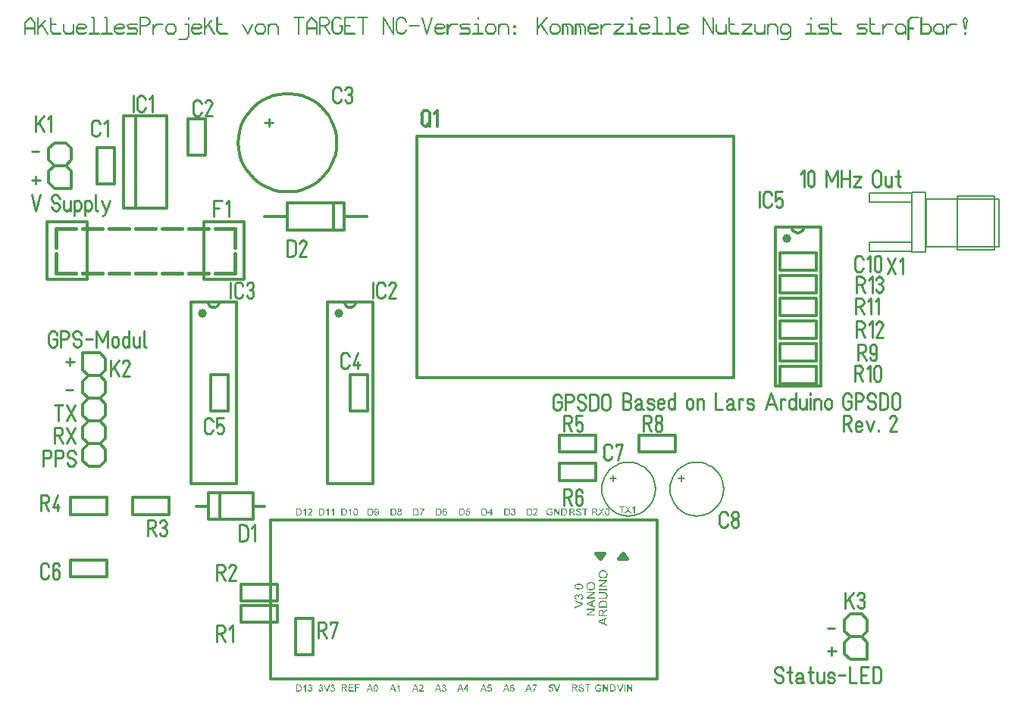
<source format=gto>
%FSLAX35Y35*%
%MOIN*%
%IN21=Bestueckungsdruckoben(X.GTO)*%
%TF.FileFunction,Legend,Top*%
%ADD10C,0.00591*%
%ADD11C,0.00288*%
%ADD12C,0.00360*%
%ADD13C,0.00500*%
%ADD14C,0.00512*%
%ADD15C,0.00768*%
%ADD16C,0.00787*%
%ADD17C,0.01024*%
%ADD18C,0.01181*%
%ADD19C,0.01575*%
%ADD20C,0.01600*%
%ADD21C,0.03150*%
%ADD22C,0.03937*%
%ADD23C,0.04724*%
%ADD24C,0.05906*%
%ADD25C,0.07000*%
%AMR_26*21,1,0.02953,0.18898,0,0,90.000*%
%ADD26R_26*%
%AMR_27*21,1,0.05000,0.05000,0,0,0.000*%
%ADD27R_27*%
%AMR_28*21,1,0.05000,0.05000,0,0,90.000*%
%ADD28R_28*%
%AMR_29*21,1,0.05000,0.05000,0,0,180.000*%
%ADD29R_29*%
%AMR_30*21,1,0.05000,0.05000,0,0,270.000*%
%ADD30R_30*%
%AMR_31*21,1,0.05000,0.09843,0,0,270.000*%
%ADD31R_31*%
%AMR_32*21,1,0.05118,0.18898,0,0,90.000*%
%ADD32R_32*%
%AMR_33*21,1,0.06500,0.08500,0,0,90.000*%
%ADD33R_33*%
%AMR_34*21,1,0.07000,0.07000,0,0,180.000*%
%ADD34R_34*%
%AMR_35*21,1,0.19685,0.06875,0,0,0.000*%
%ADD35R_35*%
%AMR_36*21,1,0.19685,0.08125,0,0,0.000*%
%ADD36R_36*%
%AMR_37*21,1,0.19685,0.19685,0,0,0.000*%
%ADD37R_37*%
%AMOCT_38*4,1,8,0.023622,0.011811,0.011811,0.023622,-0.011811,0.023622,-0.023622,0.011811,-0.023622,-0.011811,-0.011811,-0.023622,0.011811,-0.023622,0.023622,-0.011811,0.023622,0.011811,0.000*%
%ADD38OCT_38*%
%AMOCT_39*4,1,8,0.023622,0.011811,0.011811,0.023622,-0.011811,0.023622,-0.023622,0.011811,-0.023622,-0.011811,-0.011811,-0.023622,0.011811,-0.023622,0.023622,-0.011811,0.023622,0.011811,270.000*%
%ADD39OCT_39*%
%AMOCT_40*4,1,8,0.031496,0.015748,0.015748,0.031496,-0.015748,0.031496,-0.031496,0.015748,-0.031496,-0.015748,-0.015748,-0.031496,0.015748,-0.031496,0.031496,-0.015748,0.031496,0.015748,90.000*%
%ADD40OCT_40*%
%AMOCT_41*4,1,8,0.031496,0.015748,0.015748,0.031496,-0.015748,0.031496,-0.031496,0.015748,-0.031496,-0.015748,-0.015748,-0.031496,0.015748,-0.031496,0.031496,-0.015748,0.031496,0.015748,270.000*%
%ADD41OCT_41*%
%AMOCT_42*4,1,8,0.035433,0.017717,0.017717,0.035433,-0.017717,0.035433,-0.035433,0.017717,-0.035433,-0.017717,-0.017717,-0.035433,0.017717,-0.035433,0.035433,-0.017717,0.035433,0.017717,180.000*%
%ADD42OCT_42*%
%AMOCT_43*4,1,8,0.035433,0.017717,0.017717,0.035433,-0.017717,0.035433,-0.035433,0.017717,-0.035433,-0.017717,-0.017717,-0.035433,0.017717,-0.035433,0.035433,-0.017717,0.035433,0.017717,270.000*%
%ADD43OCT_43*%
%AMOCT_44*4,1,8,0.041339,0.020669,0.020669,0.041339,-0.020669,0.041339,-0.041339,0.020669,-0.041339,-0.020669,-0.020669,-0.041339,0.020669,-0.041339,0.041339,-0.020669,0.041339,0.020669,0.000*%
%ADD44OCT_44*%
%AMOCT_45*4,1,8,0.049213,0.024606,0.024606,0.049213,-0.024606,0.049213,-0.049213,0.024606,-0.049213,-0.024606,-0.024606,-0.049213,0.024606,-0.049213,0.049213,-0.024606,0.049213,0.024606,0.000*%
%ADD45OCT_45*%
%ADD46O,0.09843X0.05000*%
%ADD47O,0.08500X0.06500*%
%AMRR_48*21,1,0.06299,0.05039,0,0,90.000*21,1,0.05039,0.06299,0,0,90.000*1,1,0.01260,-0.02520,0.02520*1,1,0.01260,0.02520,-0.02520*1,1,0.01260,0.02520,0.02520*1,1,0.01260,-0.02520,-0.02520*%
%ADD48RR_48*%
%AMRR_49*21,1,0.06299,0.05039,0,0,270.000*21,1,0.05039,0.06299,0,0,270.000*1,1,0.01260,0.02520,-0.02520*1,1,0.01260,-0.02520,0.02520*1,1,0.01260,-0.02520,-0.02520*1,1,0.01260,0.02520,0.02520*%
%ADD49RR_49*%
G54D10*
X3907Y307874D02*
X3907Y303149D01*
X3916Y303128D01*
X3937Y303120D01*
X3957Y303128D01*
X3966Y303149D01*
X3966Y307874D01*
X3957Y307894D01*
X3937Y307903D01*
X3916Y307894D01*
X3907Y307874D01*
X3907Y303671D02*
X3966Y303671D01*
X3907Y304222D02*
X3966Y304222D01*
X3907Y304773D02*
X3966Y304773D01*
X3907Y305324D02*
X3966Y305324D01*
X3907Y305875D02*
X3966Y305875D01*
X3907Y306427D02*
X3966Y306427D01*
X3907Y306978D02*
X3966Y306978D01*
X3907Y307529D02*
X3966Y307529D01*
X8267Y305541D02*
X3937Y305541D01*
X3916Y305532D01*
X3907Y305511D01*
X3916Y305490D01*
X3937Y305482D01*
X8267Y305482D01*
X8288Y305490D01*
X8297Y305511D01*
X8288Y305532D01*
X8267Y305541D01*
X8297Y303149D02*
X8297Y307874D01*
X8288Y307894D01*
X8267Y307903D01*
X8246Y307894D01*
X8238Y307874D01*
X8238Y303149D01*
X8246Y303128D01*
X8267Y303120D01*
X8288Y303128D01*
X8297Y303149D01*
X8238Y303671D02*
X8297Y303671D01*
X8238Y304222D02*
X8297Y304222D01*
X8238Y304773D02*
X8297Y304773D01*
X8238Y305324D02*
X8297Y305324D01*
X8238Y305875D02*
X8297Y305875D01*
X8238Y306427D02*
X8297Y306427D01*
X8238Y306978D02*
X8297Y306978D01*
X8238Y307529D02*
X8297Y307529D01*
X6080Y310256D02*
X3915Y307893D01*
X3907Y307872D01*
X3917Y307852D01*
X3938Y307844D01*
X3958Y307854D01*
X6124Y310216D01*
X6131Y310237D01*
X6122Y310257D01*
X6101Y310265D01*
X6080Y310256D01*
X4375Y308395D02*
X4455Y308395D01*
X4880Y308946D02*
X4960Y308946D01*
X5385Y309498D02*
X5465Y309498D01*
X5890Y310049D02*
X5971Y310049D01*
X8289Y307893D02*
X6124Y310256D01*
X6103Y310265D01*
X6082Y310257D01*
X6072Y310237D01*
X6080Y310216D01*
X8245Y307854D01*
X8266Y307844D01*
X8287Y307852D01*
X8297Y307872D01*
X8289Y307893D01*
X7749Y308395D02*
X7829Y308395D01*
X7244Y308946D02*
X7324Y308946D01*
X6738Y309498D02*
X6819Y309498D01*
X6233Y310049D02*
X6313Y310049D01*
X9596Y303149D02*
X9596Y310236D01*
X9587Y310257D01*
X9566Y310265D01*
X9546Y310257D01*
X9537Y310236D01*
X9537Y303149D01*
X9546Y303128D01*
X9566Y303120D01*
X9587Y303128D01*
X9596Y303149D01*
X9537Y303671D02*
X9596Y303671D01*
X9537Y304222D02*
X9596Y304222D01*
X9537Y304773D02*
X9596Y304773D01*
X9537Y305324D02*
X9596Y305324D01*
X9537Y305875D02*
X9596Y305875D01*
X9537Y306427D02*
X9596Y306427D01*
X9537Y306978D02*
X9596Y306978D01*
X9537Y307529D02*
X9596Y307529D01*
X9537Y308080D02*
X9596Y308080D01*
X9537Y308631D02*
X9596Y308631D01*
X9537Y309183D02*
X9596Y309183D01*
X9537Y309734D02*
X9596Y309734D01*
X12793Y309075D02*
X9545Y305531D01*
X9537Y305510D01*
X9546Y305490D01*
X9568Y305482D01*
X9588Y305491D01*
X12836Y309035D01*
X12844Y309056D01*
X12834Y309076D01*
X12813Y309084D01*
X12793Y309075D01*
X10005Y306033D02*
X10085Y306033D01*
X10510Y306584D02*
X10590Y306584D01*
X11015Y307135D02*
X11095Y307135D01*
X11520Y307687D02*
X11600Y307687D01*
X12026Y308238D02*
X12106Y308238D01*
X12531Y308789D02*
X12611Y308789D01*
X13922Y303165D02*
X11215Y307299D01*
X11196Y307312D01*
X11174Y307308D01*
X11162Y307289D01*
X11166Y307267D01*
X13872Y303133D01*
X13891Y303120D01*
X13913Y303124D01*
X13926Y303143D01*
X13922Y303165D01*
X13520Y303671D02*
X13590Y303671D01*
X13159Y304223D02*
X13230Y304223D01*
X12798Y304774D02*
X12869Y304774D01*
X12437Y305325D02*
X12508Y305325D01*
X12076Y305876D02*
X12147Y305876D01*
X11715Y306427D02*
X11786Y306427D01*
X11355Y306978D02*
X11425Y306978D01*
X15226Y304330D02*
X15226Y310236D01*
X15217Y310257D01*
X15196Y310265D01*
X15175Y310257D01*
X15167Y310236D01*
X15167Y304330D01*
X15175Y304309D01*
X15196Y304301D01*
X15217Y304309D01*
X15226Y304330D01*
X15167Y304852D02*
X15226Y304852D01*
X15167Y305403D02*
X15226Y305403D01*
X15167Y305954D02*
X15226Y305954D01*
X15167Y306505D02*
X15226Y306505D01*
X15167Y307057D02*
X15226Y307057D01*
X15167Y307608D02*
X15226Y307608D01*
X15167Y308159D02*
X15226Y308159D01*
X15167Y308710D02*
X15226Y308710D01*
X15167Y309261D02*
X15226Y309261D01*
X15167Y309812D02*
X15226Y309812D01*
X16301Y303169D02*
X15218Y304350D01*
X15198Y304360D01*
X15176Y304352D01*
X15167Y304331D01*
X15175Y304310D01*
X16257Y303129D01*
X16278Y303120D01*
X16299Y303127D01*
X16309Y303148D01*
X16301Y303169D01*
X15761Y303671D02*
X15841Y303671D01*
X15256Y304222D02*
X15336Y304222D01*
X19527Y303179D02*
X16279Y303179D01*
X16258Y303170D01*
X16250Y303149D01*
X16258Y303128D01*
X16279Y303120D01*
X19527Y303120D01*
X19548Y303128D01*
X19557Y303149D01*
X19548Y303170D01*
X19527Y303179D01*
X17362Y307312D02*
X15196Y307312D01*
X15175Y307304D01*
X15167Y307283D01*
X15175Y307262D01*
X15196Y307253D01*
X17362Y307253D01*
X17383Y307262D01*
X17391Y307283D01*
X17383Y307304D01*
X17362Y307312D01*
X20856Y304330D02*
X20856Y307283D01*
X20847Y307304D01*
X20826Y307312D01*
X20805Y307304D01*
X20797Y307283D01*
X20797Y304330D01*
X20805Y304309D01*
X20826Y304301D01*
X20847Y304309D01*
X20856Y304330D01*
X20797Y304852D02*
X20856Y304852D01*
X20797Y305403D02*
X20856Y305403D01*
X20797Y305954D02*
X20856Y305954D01*
X20797Y306505D02*
X20856Y306505D01*
X20797Y307057D02*
X20856Y307057D01*
X21931Y303169D02*
X20848Y304350D01*
X20828Y304360D01*
X20806Y304352D01*
X20797Y304331D01*
X20805Y304310D01*
X21887Y303129D01*
X21908Y303120D01*
X21929Y303127D01*
X21938Y303148D01*
X21931Y303169D01*
X21391Y303671D02*
X21471Y303671D01*
X20885Y304222D02*
X20966Y304222D01*
X24074Y303179D02*
X21909Y303179D01*
X21888Y303170D01*
X21879Y303149D01*
X21888Y303128D01*
X21909Y303120D01*
X24074Y303120D01*
X24095Y303128D01*
X24104Y303149D01*
X24095Y303170D01*
X24074Y303179D01*
X25135Y304350D02*
X24053Y303169D01*
X24045Y303148D01*
X24054Y303127D01*
X24076Y303120D01*
X24096Y303129D01*
X25179Y304310D01*
X25186Y304331D01*
X25177Y304352D01*
X25156Y304360D01*
X25135Y304350D01*
X24512Y303671D02*
X24593Y303671D01*
X25018Y304222D02*
X25098Y304222D01*
X25187Y303149D02*
X25187Y307283D01*
X25178Y307304D01*
X25157Y307312D01*
X25136Y307304D01*
X25127Y307283D01*
X25127Y303149D01*
X25136Y303128D01*
X25157Y303120D01*
X25178Y303128D01*
X25187Y303149D01*
X25127Y303671D02*
X25187Y303671D01*
X25127Y304222D02*
X25187Y304222D01*
X25127Y304773D02*
X25187Y304773D01*
X25127Y305324D02*
X25187Y305324D01*
X25127Y305875D02*
X25187Y305875D01*
X25127Y306427D02*
X25187Y306427D01*
X25127Y306978D02*
X25187Y306978D01*
X29718Y303123D02*
X30801Y303714D01*
X30815Y303731D01*
X30813Y303754D01*
X30795Y303768D01*
X30773Y303766D01*
X29690Y303175D01*
X29676Y303157D01*
X29678Y303135D01*
X29696Y303121D01*
X29718Y303123D01*
X30601Y303672D02*
X30724Y303672D01*
X27539Y303120D02*
X29704Y303120D01*
X29725Y303128D01*
X29734Y303149D01*
X29725Y303170D01*
X29704Y303179D01*
X27539Y303179D01*
X27518Y303170D01*
X27509Y303149D01*
X27518Y303128D01*
X27539Y303120D01*
X26434Y304310D02*
X27517Y303129D01*
X27538Y303120D01*
X27559Y303127D01*
X27568Y303148D01*
X27561Y303169D01*
X26478Y304350D01*
X26457Y304360D01*
X26436Y304352D01*
X26427Y304331D01*
X26434Y304310D01*
X27021Y303671D02*
X27101Y303671D01*
X26515Y304222D02*
X26595Y304222D01*
X26427Y306102D02*
X26427Y304330D01*
X26435Y304309D01*
X26456Y304301D01*
X26477Y304309D01*
X26486Y304330D01*
X26486Y306102D01*
X26477Y306123D01*
X26456Y306131D01*
X26435Y306123D01*
X26427Y306102D01*
X26427Y304852D02*
X26486Y304852D01*
X26427Y305403D02*
X26486Y305403D01*
X26427Y305954D02*
X26486Y305954D01*
X27517Y307303D02*
X26434Y306122D01*
X26427Y306101D01*
X26436Y306080D01*
X26457Y306072D01*
X26478Y306082D01*
X27561Y307263D01*
X27568Y307284D01*
X27559Y307305D01*
X27538Y307312D01*
X27517Y307303D01*
X26894Y306624D02*
X26974Y306624D01*
X27400Y307175D02*
X27480Y307175D01*
X29704Y307312D02*
X27539Y307312D01*
X27518Y307304D01*
X27509Y307283D01*
X27518Y307262D01*
X27539Y307253D01*
X29704Y307253D01*
X29725Y307262D01*
X29734Y307283D01*
X29725Y307304D01*
X29704Y307312D01*
X30801Y306718D02*
X29718Y307309D01*
X29696Y307311D01*
X29678Y307297D01*
X29676Y307275D01*
X29690Y307257D01*
X30773Y306666D01*
X30795Y306664D01*
X30813Y306678D01*
X30815Y306701D01*
X30801Y306718D01*
X29767Y307215D02*
X29890Y307215D01*
X30816Y306102D02*
X30816Y306692D01*
X30808Y306713D01*
X30787Y306722D01*
X30766Y306713D01*
X30757Y306692D01*
X30757Y306102D01*
X30766Y306081D01*
X30787Y306072D01*
X30808Y306081D01*
X30816Y306102D01*
X30757Y306624D02*
X30816Y306624D01*
X29718Y305485D02*
X30801Y306076D01*
X30815Y306094D01*
X30813Y306116D01*
X30795Y306130D01*
X30773Y306128D01*
X29690Y305537D01*
X29676Y305520D01*
X29678Y305497D01*
X29696Y305483D01*
X29718Y305485D01*
X30601Y306034D02*
X30724Y306034D01*
X26456Y305482D02*
X29704Y305482D01*
X29725Y305490D01*
X29734Y305511D01*
X29725Y305532D01*
X29704Y305541D01*
X26456Y305541D01*
X26435Y305532D01*
X26427Y305511D01*
X26435Y305490D01*
X26456Y305482D01*
X36417Y303179D02*
X32086Y303179D01*
X32065Y303170D01*
X32057Y303149D01*
X32065Y303128D01*
X32086Y303120D01*
X36417Y303120D01*
X36438Y303128D01*
X36446Y303149D01*
X36438Y303170D01*
X36417Y303179D01*
X34251Y310265D02*
X33169Y310265D01*
X33148Y310257D01*
X33139Y310236D01*
X33148Y310215D01*
X33169Y310206D01*
X34251Y310206D01*
X34272Y310215D01*
X34281Y310236D01*
X34272Y310257D01*
X34251Y310265D01*
X34281Y303149D02*
X34281Y310236D01*
X34272Y310257D01*
X34251Y310265D01*
X34231Y310257D01*
X34222Y310236D01*
X34222Y303149D01*
X34231Y303128D01*
X34251Y303120D01*
X34272Y303128D01*
X34281Y303149D01*
X34222Y303671D02*
X34281Y303671D01*
X34222Y304222D02*
X34281Y304222D01*
X34222Y304773D02*
X34281Y304773D01*
X34222Y305324D02*
X34281Y305324D01*
X34222Y305875D02*
X34281Y305875D01*
X34222Y306427D02*
X34281Y306427D01*
X34222Y306978D02*
X34281Y306978D01*
X34222Y307529D02*
X34281Y307529D01*
X34222Y308080D02*
X34281Y308080D01*
X34222Y308631D02*
X34281Y308631D01*
X34222Y309183D02*
X34281Y309183D01*
X34222Y309734D02*
X34281Y309734D01*
X42047Y303179D02*
X37716Y303179D01*
X37695Y303170D01*
X37687Y303149D01*
X37695Y303128D01*
X37716Y303120D01*
X42047Y303120D01*
X42068Y303128D01*
X42076Y303149D01*
X42068Y303170D01*
X42047Y303179D01*
X39881Y310265D02*
X38799Y310265D01*
X38778Y310257D01*
X38769Y310236D01*
X38778Y310215D01*
X38799Y310206D01*
X39881Y310206D01*
X39902Y310215D01*
X39911Y310236D01*
X39902Y310257D01*
X39881Y310265D01*
X39911Y303149D02*
X39911Y310236D01*
X39902Y310257D01*
X39881Y310265D01*
X39861Y310257D01*
X39852Y310236D01*
X39852Y303149D01*
X39861Y303128D01*
X39881Y303120D01*
X39902Y303128D01*
X39911Y303149D01*
X39852Y303671D02*
X39911Y303671D01*
X39852Y304222D02*
X39911Y304222D01*
X39852Y304773D02*
X39911Y304773D01*
X39852Y305324D02*
X39911Y305324D01*
X39852Y305875D02*
X39911Y305875D01*
X39852Y306427D02*
X39911Y306427D01*
X39852Y306978D02*
X39911Y306978D01*
X39852Y307529D02*
X39911Y307529D01*
X39852Y308080D02*
X39911Y308080D01*
X39852Y308631D02*
X39911Y308631D01*
X39852Y309183D02*
X39911Y309183D01*
X39852Y309734D02*
X39911Y309734D01*
X46608Y303123D02*
X47691Y303714D01*
X47705Y303731D01*
X47703Y303754D01*
X47685Y303768D01*
X47663Y303766D01*
X46580Y303175D01*
X46566Y303157D01*
X46568Y303135D01*
X46586Y303121D01*
X46608Y303123D01*
X47491Y303672D02*
X47614Y303672D01*
X44429Y303120D02*
X46594Y303120D01*
X46615Y303128D01*
X46624Y303149D01*
X46615Y303170D01*
X46594Y303179D01*
X44429Y303179D01*
X44408Y303170D01*
X44399Y303149D01*
X44408Y303128D01*
X44429Y303120D01*
X43324Y304310D02*
X44407Y303129D01*
X44427Y303120D01*
X44449Y303127D01*
X44458Y303148D01*
X44450Y303169D01*
X43368Y304350D01*
X43347Y304360D01*
X43326Y304352D01*
X43316Y304331D01*
X43324Y304310D01*
X43910Y303671D02*
X43990Y303671D01*
X43405Y304222D02*
X43485Y304222D01*
X43316Y306102D02*
X43316Y304330D01*
X43325Y304309D01*
X43346Y304301D01*
X43367Y304309D01*
X43375Y304330D01*
X43375Y306102D01*
X43367Y306123D01*
X43346Y306131D01*
X43325Y306123D01*
X43316Y306102D01*
X43316Y304852D02*
X43375Y304852D01*
X43316Y305403D02*
X43375Y305403D01*
X43316Y305954D02*
X43375Y305954D01*
X44407Y307303D02*
X43324Y306122D01*
X43316Y306101D01*
X43326Y306080D01*
X43347Y306072D01*
X43368Y306082D01*
X44450Y307263D01*
X44458Y307284D01*
X44449Y307305D01*
X44427Y307312D01*
X44407Y307303D01*
X43784Y306624D02*
X43864Y306624D01*
X44289Y307175D02*
X44369Y307175D01*
X46594Y307312D02*
X44429Y307312D01*
X44408Y307304D01*
X44399Y307283D01*
X44408Y307262D01*
X44429Y307253D01*
X46594Y307253D01*
X46615Y307262D01*
X46624Y307283D01*
X46615Y307304D01*
X46594Y307312D01*
X47691Y306718D02*
X46608Y307309D01*
X46586Y307311D01*
X46568Y307297D01*
X46566Y307275D01*
X46580Y307257D01*
X47663Y306666D01*
X47685Y306664D01*
X47703Y306678D01*
X47705Y306701D01*
X47691Y306718D01*
X46656Y307215D02*
X46780Y307215D01*
X47706Y306102D02*
X47706Y306692D01*
X47698Y306713D01*
X47677Y306722D01*
X47656Y306713D01*
X47647Y306692D01*
X47647Y306102D01*
X47656Y306081D01*
X47677Y306072D01*
X47698Y306081D01*
X47706Y306102D01*
X47647Y306624D02*
X47706Y306624D01*
X46608Y305485D02*
X47691Y306076D01*
X47705Y306094D01*
X47703Y306116D01*
X47685Y306130D01*
X47663Y306128D01*
X46580Y305537D01*
X46566Y305520D01*
X46568Y305497D01*
X46586Y305483D01*
X46608Y305485D01*
X47491Y306034D02*
X47614Y306034D01*
X43346Y305482D02*
X46594Y305482D01*
X46615Y305490D01*
X46624Y305511D01*
X46615Y305532D01*
X46594Y305541D01*
X43346Y305541D01*
X43325Y305532D01*
X43316Y305511D01*
X43325Y305490D01*
X43346Y305482D01*
X52765Y303179D02*
X48976Y303179D01*
X48955Y303170D01*
X48946Y303149D01*
X48955Y303128D01*
X48976Y303120D01*
X52765Y303120D01*
X52786Y303128D01*
X52795Y303149D01*
X52786Y303170D01*
X52765Y303179D01*
X53280Y304343D02*
X52738Y303161D01*
X52738Y303139D01*
X52753Y303122D01*
X52776Y303121D01*
X52792Y303137D01*
X53333Y304318D01*
X53334Y304340D01*
X53319Y304357D01*
X53296Y304358D01*
X53280Y304343D01*
X52973Y303673D02*
X53038Y303673D01*
X53225Y304224D02*
X53290Y304224D01*
X52738Y305499D02*
X53280Y304318D01*
X53296Y304303D01*
X53319Y304303D01*
X53334Y304320D01*
X53333Y304343D01*
X52792Y305524D01*
X52776Y305539D01*
X52753Y305538D01*
X52738Y305522D01*
X52738Y305499D01*
X53034Y304854D02*
X53099Y304854D01*
X52782Y305405D02*
X52847Y305405D01*
X49517Y305482D02*
X52765Y305482D01*
X52786Y305490D01*
X52795Y305511D01*
X52786Y305532D01*
X52765Y305541D01*
X49517Y305541D01*
X49496Y305532D01*
X49488Y305511D01*
X49496Y305490D01*
X49517Y305482D01*
X48949Y306680D02*
X49490Y305499D01*
X49507Y305484D01*
X49530Y305484D01*
X49545Y305501D01*
X49544Y305524D01*
X49003Y306705D01*
X48986Y306720D01*
X48964Y306719D01*
X48948Y306703D01*
X48949Y306680D01*
X49245Y306035D02*
X49310Y306035D01*
X48992Y306586D02*
X49057Y306586D01*
X49495Y307303D02*
X48954Y306712D01*
X48946Y306691D01*
X48956Y306671D01*
X48977Y306663D01*
X48998Y306672D01*
X49539Y307263D01*
X49547Y307284D01*
X49537Y307305D01*
X49516Y307312D01*
X49495Y307303D01*
X49414Y307214D02*
X49494Y307214D01*
X53307Y307312D02*
X49517Y307312D01*
X49496Y307304D01*
X49488Y307283D01*
X49496Y307262D01*
X49517Y307253D01*
X53307Y307253D01*
X53327Y307262D01*
X53336Y307283D01*
X53327Y307304D01*
X53307Y307312D01*
X54635Y303149D02*
X54635Y310236D01*
X54627Y310257D01*
X54606Y310265D01*
X54585Y310257D01*
X54576Y310236D01*
X54576Y303149D01*
X54585Y303128D01*
X54606Y303120D01*
X54627Y303128D01*
X54635Y303149D01*
X54576Y303671D02*
X54635Y303671D01*
X54576Y304222D02*
X54635Y304222D01*
X54576Y304773D02*
X54635Y304773D01*
X54576Y305324D02*
X54635Y305324D01*
X54576Y305875D02*
X54635Y305875D01*
X54576Y306427D02*
X54635Y306427D01*
X54576Y306978D02*
X54635Y306978D01*
X54576Y307529D02*
X54635Y307529D01*
X54576Y308080D02*
X54635Y308080D01*
X54576Y308631D02*
X54635Y308631D01*
X54576Y309183D02*
X54635Y309183D01*
X54576Y309734D02*
X54635Y309734D01*
X57312Y306722D02*
X54606Y306722D01*
X54585Y306713D01*
X54576Y306692D01*
X54585Y306672D01*
X54606Y306663D01*
X57312Y306663D01*
X57333Y306672D01*
X57342Y306692D01*
X57333Y306713D01*
X57312Y306722D01*
X58381Y307309D02*
X57298Y306718D01*
X57284Y306701D01*
X57287Y306678D01*
X57304Y306664D01*
X57327Y306666D01*
X58409Y307257D01*
X58423Y307275D01*
X58421Y307297D01*
X58404Y307311D01*
X58381Y307309D01*
X58209Y307215D02*
X58333Y307215D01*
X58910Y308476D02*
X58368Y307295D01*
X58367Y307273D01*
X58383Y307256D01*
X58405Y307255D01*
X58422Y307271D01*
X58963Y308452D01*
X58964Y308474D01*
X58949Y308491D01*
X58926Y308492D01*
X58910Y308476D01*
X58603Y307806D02*
X58668Y307806D01*
X58855Y308358D02*
X58920Y308358D01*
X58368Y309633D02*
X58910Y308452D01*
X58926Y308436D01*
X58949Y308437D01*
X58964Y308454D01*
X58963Y308476D01*
X58422Y309657D01*
X58405Y309673D01*
X58383Y309672D01*
X58367Y309655D01*
X58368Y309633D01*
X58664Y308988D02*
X58729Y308988D01*
X58411Y309539D02*
X58476Y309539D01*
X57298Y310210D02*
X58381Y309619D01*
X58404Y309617D01*
X58421Y309631D01*
X58423Y309654D01*
X58409Y309671D01*
X57327Y310262D01*
X57304Y310264D01*
X57287Y310250D01*
X57284Y310227D01*
X57298Y310210D01*
X57375Y310168D02*
X57498Y310168D01*
X54606Y310206D02*
X57312Y310206D01*
X57333Y310215D01*
X57342Y310236D01*
X57333Y310257D01*
X57312Y310265D01*
X54606Y310265D01*
X54585Y310257D01*
X54576Y310236D01*
X54585Y310215D01*
X54606Y310206D01*
X60265Y303149D02*
X60265Y307283D01*
X60257Y307304D01*
X60236Y307312D01*
X60215Y307304D01*
X60206Y307283D01*
X60206Y303149D01*
X60215Y303128D01*
X60236Y303120D01*
X60257Y303128D01*
X60265Y303149D01*
X60206Y303671D02*
X60265Y303671D01*
X60206Y304222D02*
X60265Y304222D01*
X60206Y304773D02*
X60265Y304773D01*
X60206Y305324D02*
X60265Y305324D01*
X60206Y305875D02*
X60265Y305875D01*
X60206Y306427D02*
X60265Y306427D01*
X60206Y306978D02*
X60265Y306978D01*
X61838Y307303D02*
X60214Y305531D01*
X60206Y305510D01*
X60216Y305490D01*
X60237Y305482D01*
X60257Y305491D01*
X61882Y307263D01*
X61889Y307284D01*
X61880Y307305D01*
X61858Y307312D01*
X61838Y307303D01*
X60674Y306033D02*
X60754Y306033D01*
X61179Y306584D02*
X61259Y306584D01*
X61684Y307135D02*
X61764Y307135D01*
X64566Y307312D02*
X61860Y307312D01*
X61839Y307304D01*
X61830Y307283D01*
X61839Y307262D01*
X61860Y307253D01*
X64566Y307253D01*
X64587Y307262D01*
X64596Y307283D01*
X64587Y307304D01*
X64566Y307312D01*
X65895Y304330D02*
X65895Y306102D01*
X65887Y306123D01*
X65866Y306131D01*
X65845Y306123D01*
X65836Y306102D01*
X65836Y304330D01*
X65845Y304309D01*
X65866Y304301D01*
X65887Y304309D01*
X65895Y304330D01*
X65836Y304852D02*
X65895Y304852D01*
X65836Y305403D02*
X65895Y305403D01*
X65836Y305954D02*
X65895Y305954D01*
X66927Y307303D02*
X65844Y306122D01*
X65836Y306101D01*
X65846Y306080D01*
X65867Y306072D01*
X65887Y306082D01*
X66970Y307263D01*
X66978Y307284D01*
X66968Y307305D01*
X66947Y307312D01*
X66927Y307303D01*
X66304Y306624D02*
X66384Y306624D01*
X66809Y307175D02*
X66889Y307175D01*
X69114Y307312D02*
X66948Y307312D01*
X66927Y307304D01*
X66919Y307283D01*
X66927Y307262D01*
X66948Y307253D01*
X69114Y307253D01*
X69135Y307262D01*
X69143Y307283D01*
X69135Y307304D01*
X69114Y307312D01*
X70218Y306122D02*
X69135Y307303D01*
X69115Y307312D01*
X69094Y307305D01*
X69084Y307284D01*
X69092Y307263D01*
X70175Y306082D01*
X70195Y306072D01*
X70216Y306080D01*
X70226Y306101D01*
X70218Y306122D01*
X69678Y306624D02*
X69758Y306624D01*
X69173Y307175D02*
X69253Y307175D01*
X70226Y304330D02*
X70226Y306102D01*
X70217Y306123D01*
X70196Y306131D01*
X70175Y306123D01*
X70167Y306102D01*
X70167Y304330D01*
X70175Y304309D01*
X70196Y304301D01*
X70217Y304309D01*
X70226Y304330D01*
X70167Y304852D02*
X70226Y304852D01*
X70167Y305403D02*
X70226Y305403D01*
X70167Y305954D02*
X70226Y305954D01*
X69135Y303129D02*
X70218Y304310D01*
X70226Y304331D01*
X70216Y304352D01*
X70195Y304360D01*
X70175Y304350D01*
X69092Y303169D01*
X69084Y303148D01*
X69094Y303127D01*
X69115Y303120D01*
X69135Y303129D01*
X69552Y303671D02*
X69632Y303671D01*
X70057Y304222D02*
X70137Y304222D01*
X66948Y303120D02*
X69114Y303120D01*
X69135Y303128D01*
X69143Y303149D01*
X69135Y303170D01*
X69114Y303179D01*
X66948Y303179D01*
X66927Y303170D01*
X66919Y303149D01*
X66927Y303128D01*
X66948Y303120D01*
X65844Y304310D02*
X66927Y303129D01*
X66947Y303120D01*
X66968Y303127D01*
X66978Y303148D01*
X66970Y303169D01*
X65887Y304350D01*
X65867Y304360D01*
X65846Y304352D01*
X65836Y304331D01*
X65844Y304310D01*
X66430Y303671D02*
X66510Y303671D01*
X65925Y304222D02*
X66005Y304222D01*
X74744Y300816D02*
X71496Y300816D01*
X71475Y300808D01*
X71466Y300787D01*
X71475Y300766D01*
X71496Y300757D01*
X74744Y300757D01*
X74764Y300766D01*
X74773Y300787D01*
X74764Y300808D01*
X74744Y300816D01*
X75805Y301988D02*
X74722Y300807D01*
X74714Y300786D01*
X74724Y300765D01*
X74745Y300757D01*
X74765Y300767D01*
X75848Y301948D01*
X75856Y301969D01*
X75846Y301990D01*
X75825Y301998D01*
X75805Y301988D01*
X75182Y301309D02*
X75262Y301309D01*
X75687Y301860D02*
X75767Y301860D01*
X75797Y307283D02*
X75797Y301968D01*
X75805Y301947D01*
X75826Y301938D01*
X75847Y301947D01*
X75856Y301968D01*
X75856Y307283D01*
X75847Y307304D01*
X75826Y307312D01*
X75805Y307304D01*
X75797Y307283D01*
X75797Y302490D02*
X75856Y302490D01*
X75797Y303041D02*
X75856Y303041D01*
X75797Y303592D02*
X75856Y303592D01*
X75797Y304143D02*
X75856Y304143D01*
X75797Y304694D02*
X75856Y304694D01*
X75797Y305246D02*
X75856Y305246D01*
X75797Y305797D02*
X75856Y305797D01*
X75797Y306348D02*
X75856Y306348D01*
X75797Y306899D02*
X75856Y306899D01*
X74202Y307253D02*
X75826Y307253D01*
X75847Y307262D01*
X75856Y307283D01*
X75847Y307304D01*
X75826Y307312D01*
X74202Y307312D01*
X74181Y307304D01*
X74173Y307283D01*
X74181Y307262D01*
X74202Y307253D01*
X75856Y309645D02*
X75856Y310236D01*
X75847Y310257D01*
X75826Y310265D01*
X75805Y310257D01*
X75797Y310236D01*
X75797Y309645D01*
X75805Y309624D01*
X75826Y309616D01*
X75847Y309624D01*
X75856Y309645D01*
X75797Y310167D02*
X75856Y310167D01*
X80388Y303123D02*
X81470Y303714D01*
X81485Y303731D01*
X81482Y303754D01*
X81465Y303768D01*
X81442Y303766D01*
X80359Y303175D01*
X80345Y303157D01*
X80348Y303135D01*
X80365Y303121D01*
X80388Y303123D01*
X81270Y303672D02*
X81394Y303672D01*
X78208Y303120D02*
X80374Y303120D01*
X80394Y303128D01*
X80403Y303149D01*
X80394Y303170D01*
X80374Y303179D01*
X78208Y303179D01*
X78187Y303170D01*
X78179Y303149D01*
X78187Y303128D01*
X78208Y303120D01*
X77104Y304310D02*
X78186Y303129D01*
X78207Y303120D01*
X78228Y303127D01*
X78238Y303148D01*
X78230Y303169D01*
X77147Y304350D01*
X77127Y304360D01*
X77106Y304352D01*
X77096Y304331D01*
X77104Y304310D01*
X77690Y303671D02*
X77770Y303671D01*
X77185Y304222D02*
X77265Y304222D01*
X77096Y306102D02*
X77096Y304330D01*
X77105Y304309D01*
X77125Y304301D01*
X77146Y304309D01*
X77155Y304330D01*
X77155Y306102D01*
X77146Y306123D01*
X77125Y306131D01*
X77105Y306123D01*
X77096Y306102D01*
X77096Y304852D02*
X77155Y304852D01*
X77096Y305403D02*
X77155Y305403D01*
X77096Y305954D02*
X77155Y305954D01*
X78186Y307303D02*
X77104Y306122D01*
X77096Y306101D01*
X77106Y306080D01*
X77127Y306072D01*
X77147Y306082D01*
X78230Y307263D01*
X78238Y307284D01*
X78228Y307305D01*
X78207Y307312D01*
X78186Y307303D01*
X77564Y306624D02*
X77644Y306624D01*
X78069Y307175D02*
X78149Y307175D01*
X80374Y307312D02*
X78208Y307312D01*
X78187Y307304D01*
X78179Y307283D01*
X78187Y307262D01*
X78208Y307253D01*
X80374Y307253D01*
X80394Y307262D01*
X80403Y307283D01*
X80394Y307304D01*
X80374Y307312D01*
X81470Y306718D02*
X80388Y307309D01*
X80365Y307311D01*
X80348Y307297D01*
X80345Y307275D01*
X80359Y307257D01*
X81442Y306666D01*
X81465Y306664D01*
X81482Y306678D01*
X81485Y306701D01*
X81470Y306718D01*
X80436Y307215D02*
X80559Y307215D01*
X81486Y306102D02*
X81486Y306692D01*
X81477Y306713D01*
X81456Y306722D01*
X81435Y306713D01*
X81427Y306692D01*
X81427Y306102D01*
X81435Y306081D01*
X81456Y306072D01*
X81477Y306081D01*
X81486Y306102D01*
X81427Y306624D02*
X81486Y306624D01*
X80388Y305485D02*
X81470Y306076D01*
X81485Y306094D01*
X81482Y306116D01*
X81465Y306130D01*
X81442Y306128D01*
X80359Y305537D01*
X80345Y305520D01*
X80348Y305497D01*
X80365Y305483D01*
X80388Y305485D01*
X81270Y306034D02*
X81394Y306034D01*
X77125Y305482D02*
X80374Y305482D01*
X80394Y305490D01*
X80403Y305511D01*
X80394Y305532D01*
X80374Y305541D01*
X77125Y305541D01*
X77105Y305532D01*
X77096Y305511D01*
X77105Y305490D01*
X77125Y305482D01*
X82785Y303149D02*
X82785Y310236D01*
X82776Y310257D01*
X82755Y310265D01*
X82735Y310257D01*
X82726Y310236D01*
X82726Y303149D01*
X82735Y303128D01*
X82755Y303120D01*
X82776Y303128D01*
X82785Y303149D01*
X82726Y303671D02*
X82785Y303671D01*
X82726Y304222D02*
X82785Y304222D01*
X82726Y304773D02*
X82785Y304773D01*
X82726Y305324D02*
X82785Y305324D01*
X82726Y305875D02*
X82785Y305875D01*
X82726Y306427D02*
X82785Y306427D01*
X82726Y306978D02*
X82785Y306978D01*
X82726Y307529D02*
X82785Y307529D01*
X82726Y308080D02*
X82785Y308080D01*
X82726Y308631D02*
X82785Y308631D01*
X82726Y309183D02*
X82785Y309183D01*
X82726Y309734D02*
X82785Y309734D01*
X85982Y309075D02*
X82734Y305531D01*
X82726Y305510D01*
X82735Y305490D01*
X82757Y305482D01*
X82777Y305491D01*
X86025Y309035D01*
X86033Y309056D01*
X86023Y309076D01*
X86002Y309084D01*
X85982Y309075D01*
X83194Y306033D02*
X83274Y306033D01*
X83699Y306584D02*
X83779Y306584D01*
X84204Y307135D02*
X84284Y307135D01*
X84709Y307687D02*
X84789Y307687D01*
X85215Y308238D02*
X85295Y308238D01*
X85720Y308789D02*
X85800Y308789D01*
X87111Y303165D02*
X84404Y307299D01*
X84385Y307312D01*
X84363Y307308D01*
X84351Y307289D01*
X84355Y307267D01*
X87061Y303133D01*
X87080Y303120D01*
X87102Y303124D01*
X87115Y303143D01*
X87111Y303165D01*
X86709Y303671D02*
X86779Y303671D01*
X86348Y304223D02*
X86419Y304223D01*
X85987Y304774D02*
X86058Y304774D01*
X85626Y305325D02*
X85697Y305325D01*
X85265Y305876D02*
X85336Y305876D01*
X84904Y306427D02*
X84975Y306427D01*
X84544Y306978D02*
X84614Y306978D01*
X88415Y304330D02*
X88415Y310236D01*
X88406Y310257D01*
X88385Y310265D01*
X88364Y310257D01*
X88356Y310236D01*
X88356Y304330D01*
X88364Y304309D01*
X88385Y304301D01*
X88406Y304309D01*
X88415Y304330D01*
X88356Y304852D02*
X88415Y304852D01*
X88356Y305403D02*
X88415Y305403D01*
X88356Y305954D02*
X88415Y305954D01*
X88356Y306505D02*
X88415Y306505D01*
X88356Y307057D02*
X88415Y307057D01*
X88356Y307608D02*
X88415Y307608D01*
X88356Y308159D02*
X88415Y308159D01*
X88356Y308710D02*
X88415Y308710D01*
X88356Y309261D02*
X88415Y309261D01*
X88356Y309812D02*
X88415Y309812D01*
X89490Y303169D02*
X88407Y304350D01*
X88387Y304360D01*
X88365Y304352D01*
X88356Y304331D01*
X88364Y304310D01*
X89446Y303129D01*
X89467Y303120D01*
X89488Y303127D01*
X89498Y303148D01*
X89490Y303169D01*
X88950Y303671D02*
X89030Y303671D01*
X88444Y304222D02*
X88525Y304222D01*
X92716Y303179D02*
X89468Y303179D01*
X89447Y303170D01*
X89438Y303149D01*
X89447Y303128D01*
X89468Y303120D01*
X92716Y303120D01*
X92737Y303128D01*
X92746Y303149D01*
X92737Y303170D01*
X92716Y303179D01*
X90551Y307312D02*
X88385Y307312D01*
X88364Y307304D01*
X88356Y307283D01*
X88364Y307262D01*
X88385Y307253D01*
X90551Y307253D01*
X90572Y307262D01*
X90580Y307283D01*
X90572Y307304D01*
X90551Y307312D01*
X101837Y303163D02*
X99671Y307297D01*
X99654Y307311D01*
X99631Y307309D01*
X99617Y307292D01*
X99619Y307269D01*
X101784Y303135D01*
X101802Y303121D01*
X101824Y303123D01*
X101839Y303140D01*
X101837Y303163D01*
X101503Y303672D02*
X101570Y303672D01*
X101215Y304223D02*
X101281Y304223D01*
X100926Y304774D02*
X100992Y304774D01*
X100637Y305326D02*
X100704Y305326D01*
X100348Y305877D02*
X100415Y305877D01*
X100060Y306428D02*
X100126Y306428D01*
X99771Y306979D02*
X99838Y306979D01*
X103950Y307297D02*
X101784Y303163D01*
X101782Y303140D01*
X101797Y303123D01*
X101819Y303121D01*
X101837Y303135D01*
X104002Y307269D01*
X104004Y307292D01*
X103990Y307309D01*
X103967Y307311D01*
X103950Y307297D01*
X102051Y303672D02*
X102118Y303672D01*
X102340Y304223D02*
X102407Y304223D01*
X102629Y304774D02*
X102695Y304774D01*
X102917Y305326D02*
X102984Y305326D01*
X103206Y305877D02*
X103273Y305877D01*
X103495Y306428D02*
X103561Y306428D01*
X103783Y306979D02*
X103850Y306979D01*
X105305Y304330D02*
X105305Y306102D01*
X105296Y306123D01*
X105275Y306131D01*
X105254Y306123D01*
X105246Y306102D01*
X105246Y304330D01*
X105254Y304309D01*
X105275Y304301D01*
X105296Y304309D01*
X105305Y304330D01*
X105246Y304852D02*
X105305Y304852D01*
X105246Y305403D02*
X105305Y305403D01*
X105246Y305954D02*
X105305Y305954D01*
X106336Y307303D02*
X105253Y306122D01*
X105246Y306101D01*
X105255Y306080D01*
X105276Y306072D01*
X105297Y306082D01*
X106380Y307263D01*
X106387Y307284D01*
X106378Y307305D01*
X106356Y307312D01*
X106336Y307303D01*
X105713Y306624D02*
X105793Y306624D01*
X106218Y307175D02*
X106299Y307175D01*
X108523Y307312D02*
X106358Y307312D01*
X106337Y307304D01*
X106328Y307283D01*
X106337Y307262D01*
X106358Y307253D01*
X108523Y307253D01*
X108544Y307262D01*
X108553Y307283D01*
X108544Y307304D01*
X108523Y307312D01*
X109628Y306122D02*
X108545Y307303D01*
X108524Y307312D01*
X108503Y307305D01*
X108494Y307284D01*
X108501Y307263D01*
X109584Y306082D01*
X109605Y306072D01*
X109626Y306080D01*
X109635Y306101D01*
X109628Y306122D01*
X109088Y306624D02*
X109168Y306624D01*
X108582Y307175D02*
X108662Y307175D01*
X109635Y304330D02*
X109635Y306102D01*
X109627Y306123D01*
X109606Y306131D01*
X109585Y306123D01*
X109576Y306102D01*
X109576Y304330D01*
X109585Y304309D01*
X109606Y304301D01*
X109627Y304309D01*
X109635Y304330D01*
X109576Y304852D02*
X109635Y304852D01*
X109576Y305403D02*
X109635Y305403D01*
X109576Y305954D02*
X109635Y305954D01*
X108545Y303129D02*
X109628Y304310D01*
X109635Y304331D01*
X109626Y304352D01*
X109605Y304360D01*
X109584Y304350D01*
X108501Y303169D01*
X108494Y303148D01*
X108503Y303127D01*
X108524Y303120D01*
X108545Y303129D01*
X108961Y303671D02*
X109041Y303671D01*
X109467Y304222D02*
X109547Y304222D01*
X106358Y303120D02*
X108523Y303120D01*
X108544Y303128D01*
X108553Y303149D01*
X108544Y303170D01*
X108523Y303179D01*
X106358Y303179D01*
X106337Y303170D01*
X106328Y303149D01*
X106337Y303128D01*
X106358Y303120D01*
X105253Y304310D02*
X106336Y303129D01*
X106356Y303120D01*
X106378Y303127D01*
X106387Y303148D01*
X106380Y303169D01*
X105297Y304350D01*
X105276Y304360D01*
X105255Y304352D01*
X105246Y304331D01*
X105253Y304310D01*
X105840Y303671D02*
X105920Y303671D01*
X105334Y304222D02*
X105414Y304222D01*
X110875Y307283D02*
X110875Y303149D01*
X110884Y303128D01*
X110905Y303120D01*
X110926Y303128D01*
X110935Y303149D01*
X110935Y307283D01*
X110926Y307304D01*
X110905Y307312D01*
X110884Y307304D01*
X110875Y307283D01*
X110875Y303671D02*
X110935Y303671D01*
X110875Y304222D02*
X110935Y304222D01*
X110875Y304773D02*
X110935Y304773D01*
X110875Y305324D02*
X110935Y305324D01*
X110875Y305875D02*
X110935Y305875D01*
X110875Y306427D02*
X110935Y306427D01*
X110875Y306978D02*
X110935Y306978D01*
X111966Y307303D02*
X110883Y306122D01*
X110876Y306101D01*
X110885Y306080D01*
X110906Y306072D01*
X110927Y306082D01*
X112009Y307263D01*
X112017Y307284D01*
X112008Y307305D01*
X111986Y307312D01*
X111966Y307303D01*
X111343Y306624D02*
X111423Y306624D01*
X111848Y307175D02*
X111929Y307175D01*
X114153Y307312D02*
X111988Y307312D01*
X111967Y307304D01*
X111958Y307283D01*
X111967Y307262D01*
X111988Y307253D01*
X114153Y307253D01*
X114174Y307262D01*
X114183Y307283D01*
X114174Y307304D01*
X114153Y307312D01*
X115257Y306122D02*
X114175Y307303D01*
X114154Y307312D01*
X114133Y307305D01*
X114124Y307284D01*
X114131Y307263D01*
X115214Y306082D01*
X115234Y306072D01*
X115256Y306080D01*
X115265Y306101D01*
X115257Y306122D01*
X114717Y306624D02*
X114798Y306624D01*
X114212Y307175D02*
X114292Y307175D01*
X115265Y303149D02*
X115265Y306102D01*
X115257Y306123D01*
X115236Y306131D01*
X115215Y306123D01*
X115206Y306102D01*
X115206Y303149D01*
X115215Y303128D01*
X115236Y303120D01*
X115257Y303128D01*
X115265Y303149D01*
X115206Y303671D02*
X115265Y303671D01*
X115206Y304222D02*
X115265Y304222D01*
X115206Y304773D02*
X115265Y304773D01*
X115206Y305324D02*
X115265Y305324D01*
X115206Y305875D02*
X115265Y305875D01*
X126496Y310265D02*
X122165Y310265D01*
X122144Y310257D01*
X122135Y310236D01*
X122144Y310215D01*
X122165Y310206D01*
X126496Y310206D01*
X126516Y310215D01*
X126525Y310236D01*
X126516Y310257D01*
X126496Y310265D01*
X124360Y303149D02*
X124360Y310236D01*
X124351Y310257D01*
X124330Y310265D01*
X124309Y310257D01*
X124301Y310236D01*
X124301Y303149D01*
X124309Y303128D01*
X124330Y303120D01*
X124351Y303128D01*
X124360Y303149D01*
X124301Y303671D02*
X124360Y303671D01*
X124301Y304222D02*
X124360Y304222D01*
X124301Y304773D02*
X124360Y304773D01*
X124301Y305324D02*
X124360Y305324D01*
X124301Y305875D02*
X124360Y305875D01*
X124301Y306427D02*
X124360Y306427D01*
X124301Y306978D02*
X124360Y306978D01*
X124301Y307529D02*
X124360Y307529D01*
X124301Y308080D02*
X124360Y308080D01*
X124301Y308631D02*
X124360Y308631D01*
X124301Y309183D02*
X124360Y309183D01*
X124301Y309734D02*
X124360Y309734D01*
X127765Y307874D02*
X127765Y303149D01*
X127774Y303128D01*
X127795Y303120D01*
X127816Y303128D01*
X127824Y303149D01*
X127824Y307874D01*
X127816Y307894D01*
X127795Y307903D01*
X127774Y307894D01*
X127765Y307874D01*
X127765Y303671D02*
X127824Y303671D01*
X127765Y304222D02*
X127824Y304222D01*
X127765Y304773D02*
X127824Y304773D01*
X127765Y305324D02*
X127824Y305324D01*
X127765Y305875D02*
X127824Y305875D01*
X127765Y306427D02*
X127824Y306427D01*
X127765Y306978D02*
X127824Y306978D01*
X127765Y307529D02*
X127824Y307529D01*
X132125Y305541D02*
X127795Y305541D01*
X127774Y305532D01*
X127765Y305511D01*
X127774Y305490D01*
X127795Y305482D01*
X132125Y305482D01*
X132146Y305490D01*
X132155Y305511D01*
X132146Y305532D01*
X132125Y305541D01*
X132155Y303149D02*
X132155Y307874D01*
X132146Y307894D01*
X132125Y307903D01*
X132105Y307894D01*
X132096Y307874D01*
X132096Y303149D01*
X132105Y303128D01*
X132125Y303120D01*
X132146Y303128D01*
X132155Y303149D01*
X132096Y303671D02*
X132155Y303671D01*
X132096Y304222D02*
X132155Y304222D01*
X132096Y304773D02*
X132155Y304773D01*
X132096Y305324D02*
X132155Y305324D01*
X132096Y305875D02*
X132155Y305875D01*
X132096Y306427D02*
X132155Y306427D01*
X132096Y306978D02*
X132155Y306978D01*
X132096Y307529D02*
X132155Y307529D01*
X129938Y310256D02*
X127773Y307893D01*
X127765Y307872D01*
X127775Y307852D01*
X127796Y307844D01*
X127817Y307854D01*
X129982Y310216D01*
X129990Y310237D01*
X129980Y310257D01*
X129959Y310265D01*
X129938Y310256D01*
X128233Y308395D02*
X128313Y308395D01*
X128738Y308946D02*
X128818Y308946D01*
X129243Y309498D02*
X129324Y309498D01*
X129749Y310049D02*
X129829Y310049D01*
X132147Y307893D02*
X129982Y310256D01*
X129961Y310265D01*
X129940Y310257D01*
X129931Y310237D01*
X129938Y310216D01*
X132104Y307854D01*
X132124Y307844D01*
X132145Y307852D01*
X132155Y307872D01*
X132147Y307893D01*
X131607Y308395D02*
X131687Y308395D01*
X131102Y308946D02*
X131182Y308946D01*
X130597Y309498D02*
X130677Y309498D01*
X130091Y310049D02*
X130172Y310049D01*
X133454Y303149D02*
X133454Y310236D01*
X133446Y310257D01*
X133425Y310265D01*
X133404Y310257D01*
X133395Y310236D01*
X133395Y303149D01*
X133404Y303128D01*
X133425Y303120D01*
X133446Y303128D01*
X133454Y303149D01*
X133395Y303671D02*
X133454Y303671D01*
X133395Y304222D02*
X133454Y304222D01*
X133395Y304773D02*
X133454Y304773D01*
X133395Y305324D02*
X133454Y305324D01*
X133395Y305875D02*
X133454Y305875D01*
X133395Y306427D02*
X133454Y306427D01*
X133395Y306978D02*
X133454Y306978D01*
X133395Y307529D02*
X133454Y307529D01*
X133395Y308080D02*
X133454Y308080D01*
X133395Y308631D02*
X133454Y308631D01*
X133395Y309183D02*
X133454Y309183D01*
X133395Y309734D02*
X133454Y309734D01*
X136131Y306722D02*
X133425Y306722D01*
X133404Y306713D01*
X133395Y306692D01*
X133404Y306672D01*
X133425Y306663D01*
X136131Y306663D01*
X136152Y306672D01*
X136161Y306692D01*
X136152Y306713D01*
X136131Y306722D01*
X137200Y307309D02*
X136117Y306718D01*
X136103Y306701D01*
X136105Y306678D01*
X136123Y306664D01*
X136146Y306666D01*
X137228Y307257D01*
X137242Y307275D01*
X137240Y307297D01*
X137222Y307311D01*
X137200Y307309D01*
X137028Y307215D02*
X137152Y307215D01*
X137729Y308476D02*
X137187Y307295D01*
X137186Y307273D01*
X137202Y307256D01*
X137224Y307255D01*
X137241Y307271D01*
X137782Y308452D01*
X137783Y308474D01*
X137768Y308491D01*
X137745Y308492D01*
X137729Y308476D01*
X137422Y307806D02*
X137486Y307806D01*
X137674Y308358D02*
X137739Y308358D01*
X137187Y309633D02*
X137729Y308452D01*
X137745Y308436D01*
X137768Y308437D01*
X137783Y308454D01*
X137782Y308476D01*
X137241Y309657D01*
X137224Y309673D01*
X137202Y309672D01*
X137186Y309655D01*
X137187Y309633D01*
X137483Y308988D02*
X137548Y308988D01*
X137230Y309539D02*
X137295Y309539D01*
X136117Y310210D02*
X137200Y309619D01*
X137222Y309617D01*
X137240Y309631D01*
X137242Y309654D01*
X137228Y309671D01*
X136146Y310262D01*
X136123Y310264D01*
X136105Y310250D01*
X136103Y310227D01*
X136117Y310210D01*
X136194Y310168D02*
X136317Y310168D01*
X133425Y310206D02*
X136131Y310206D01*
X136152Y310215D01*
X136161Y310236D01*
X136152Y310257D01*
X136131Y310265D01*
X133425Y310265D01*
X133404Y310257D01*
X133395Y310236D01*
X133404Y310215D01*
X133425Y310206D01*
X137781Y303165D02*
X135615Y306708D01*
X135597Y306721D01*
X135575Y306718D01*
X135561Y306699D01*
X135565Y306677D01*
X137730Y303134D01*
X137748Y303120D01*
X137771Y303124D01*
X137784Y303142D01*
X137781Y303165D01*
X137402Y303672D02*
X137471Y303672D01*
X137065Y304223D02*
X137134Y304223D01*
X136728Y304774D02*
X136797Y304774D01*
X136391Y305325D02*
X136460Y305325D01*
X136054Y305876D02*
X136123Y305876D01*
X135717Y306427D02*
X135787Y306427D01*
X139610Y309619D02*
X140693Y310210D01*
X140707Y310227D01*
X140705Y310250D01*
X140687Y310264D01*
X140664Y310262D01*
X139582Y309671D01*
X139568Y309654D01*
X139570Y309631D01*
X139588Y309617D01*
X139610Y309619D01*
X140493Y310168D02*
X140616Y310168D01*
X139081Y308452D02*
X139623Y309633D01*
X139624Y309655D01*
X139608Y309672D01*
X139586Y309673D01*
X139569Y309657D01*
X139028Y308476D01*
X139027Y308454D01*
X139042Y308437D01*
X139065Y308436D01*
X139081Y308452D01*
X139262Y308988D02*
X139327Y308988D01*
X139515Y309539D02*
X139580Y309539D01*
X139084Y304921D02*
X139084Y308464D01*
X139075Y308485D01*
X139055Y308494D01*
X139034Y308485D01*
X139025Y308464D01*
X139025Y304921D01*
X139034Y304900D01*
X139055Y304891D01*
X139075Y304900D01*
X139084Y304921D01*
X139025Y305442D02*
X139084Y305442D01*
X139025Y305994D02*
X139084Y305994D01*
X139025Y306545D02*
X139084Y306545D01*
X139025Y307096D02*
X139084Y307096D01*
X139025Y307647D02*
X139084Y307647D01*
X139025Y308198D02*
X139084Y308198D01*
X139623Y303752D02*
X139081Y304933D01*
X139065Y304948D01*
X139042Y304948D01*
X139027Y304931D01*
X139028Y304908D01*
X139569Y303727D01*
X139586Y303712D01*
X139608Y303713D01*
X139624Y303729D01*
X139623Y303752D01*
X139324Y304263D02*
X139389Y304263D01*
X139071Y304814D02*
X139136Y304814D01*
X140693Y303175D02*
X139610Y303766D01*
X139588Y303768D01*
X139570Y303754D01*
X139568Y303731D01*
X139582Y303714D01*
X140664Y303123D01*
X140687Y303121D01*
X140705Y303135D01*
X140707Y303157D01*
X140693Y303175D01*
X139658Y303672D02*
X139782Y303672D01*
X141761Y303179D02*
X140679Y303179D01*
X140658Y303170D01*
X140649Y303149D01*
X140658Y303128D01*
X140679Y303120D01*
X141761Y303120D01*
X141782Y303128D01*
X141791Y303149D01*
X141782Y303170D01*
X141761Y303179D01*
X142830Y303766D02*
X141747Y303175D01*
X141733Y303157D01*
X141735Y303135D01*
X141753Y303121D01*
X141775Y303123D01*
X142858Y303714D01*
X142872Y303731D01*
X142870Y303754D01*
X142852Y303768D01*
X142830Y303766D01*
X142658Y303672D02*
X142782Y303672D01*
X143358Y304933D02*
X142817Y303752D01*
X142816Y303729D01*
X142832Y303713D01*
X142854Y303712D01*
X142871Y303727D01*
X143412Y304908D01*
X143413Y304931D01*
X143398Y304948D01*
X143375Y304948D01*
X143358Y304933D01*
X143051Y304263D02*
X143116Y304263D01*
X143304Y304814D02*
X143369Y304814D01*
X143356Y306692D02*
X143356Y304921D01*
X143364Y304900D01*
X143385Y304891D01*
X143406Y304900D01*
X143415Y304921D01*
X143415Y306692D01*
X143406Y306713D01*
X143385Y306722D01*
X143364Y306713D01*
X143356Y306692D01*
X143356Y305442D02*
X143415Y305442D01*
X143356Y305994D02*
X143415Y305994D01*
X143356Y306545D02*
X143415Y306545D01*
X142303Y306663D02*
X143385Y306663D01*
X143406Y306672D01*
X143415Y306692D01*
X143406Y306713D01*
X143385Y306722D01*
X142303Y306722D01*
X142282Y306713D01*
X142273Y306692D01*
X142282Y306672D01*
X142303Y306663D01*
X141761Y310265D02*
X140679Y310265D01*
X140658Y310257D01*
X140649Y310236D01*
X140658Y310215D01*
X140679Y310206D01*
X141761Y310206D01*
X141782Y310215D01*
X141791Y310236D01*
X141782Y310257D01*
X141761Y310265D01*
X142858Y309671D02*
X141775Y310262D01*
X141753Y310264D01*
X141735Y310250D01*
X141733Y310227D01*
X141747Y310210D01*
X142830Y309619D01*
X142852Y309617D01*
X142870Y309631D01*
X142872Y309654D01*
X142858Y309671D01*
X141824Y310168D02*
X141947Y310168D01*
X144714Y303149D02*
X144714Y310236D01*
X144705Y310257D01*
X144685Y310265D01*
X144664Y310257D01*
X144655Y310236D01*
X144655Y303149D01*
X144664Y303128D01*
X144685Y303120D01*
X144705Y303128D01*
X144714Y303149D01*
X144655Y303671D02*
X144714Y303671D01*
X144655Y304222D02*
X144714Y304222D01*
X144655Y304773D02*
X144714Y304773D01*
X144655Y305324D02*
X144714Y305324D01*
X144655Y305875D02*
X144714Y305875D01*
X144655Y306427D02*
X144714Y306427D01*
X144655Y306978D02*
X144714Y306978D01*
X144655Y307529D02*
X144714Y307529D01*
X144655Y308080D02*
X144714Y308080D01*
X144655Y308631D02*
X144714Y308631D01*
X144655Y309183D02*
X144714Y309183D01*
X144655Y309734D02*
X144714Y309734D01*
X149015Y303179D02*
X144685Y303179D01*
X144664Y303170D01*
X144655Y303149D01*
X144664Y303128D01*
X144685Y303120D01*
X149015Y303120D01*
X149036Y303128D01*
X149045Y303149D01*
X149036Y303170D01*
X149015Y303179D01*
X146850Y306722D02*
X144685Y306722D01*
X144664Y306713D01*
X144655Y306692D01*
X144664Y306672D01*
X144685Y306663D01*
X146850Y306663D01*
X146871Y306672D01*
X146879Y306692D01*
X146871Y306713D01*
X146850Y306722D01*
X149015Y310265D02*
X144685Y310265D01*
X144664Y310257D01*
X144655Y310236D01*
X144664Y310215D01*
X144685Y310206D01*
X149015Y310206D01*
X149036Y310215D01*
X149045Y310236D01*
X149036Y310257D01*
X149015Y310265D01*
X154645Y310265D02*
X150314Y310265D01*
X150294Y310257D01*
X150285Y310236D01*
X150294Y310215D01*
X150314Y310206D01*
X154645Y310206D01*
X154666Y310215D01*
X154675Y310236D01*
X154666Y310257D01*
X154645Y310265D01*
X152509Y303149D02*
X152509Y310236D01*
X152501Y310257D01*
X152480Y310265D01*
X152459Y310257D01*
X152450Y310236D01*
X152450Y303149D01*
X152459Y303128D01*
X152480Y303120D01*
X152501Y303128D01*
X152509Y303149D01*
X152450Y303671D02*
X152509Y303671D01*
X152450Y304222D02*
X152509Y304222D01*
X152450Y304773D02*
X152509Y304773D01*
X152450Y305324D02*
X152509Y305324D01*
X152450Y305875D02*
X152509Y305875D01*
X152450Y306427D02*
X152509Y306427D01*
X152450Y306978D02*
X152509Y306978D01*
X152450Y307529D02*
X152509Y307529D01*
X152450Y308080D02*
X152509Y308080D01*
X152450Y308631D02*
X152509Y308631D01*
X152450Y309183D02*
X152509Y309183D01*
X152450Y309734D02*
X152509Y309734D01*
X161545Y310236D02*
X161545Y303149D01*
X161553Y303128D01*
X161574Y303120D01*
X161595Y303128D01*
X161604Y303149D01*
X161604Y310236D01*
X161595Y310257D01*
X161574Y310265D01*
X161553Y310257D01*
X161545Y310236D01*
X161545Y303671D02*
X161604Y303671D01*
X161545Y304222D02*
X161604Y304222D01*
X161545Y304773D02*
X161604Y304773D01*
X161545Y305324D02*
X161604Y305324D01*
X161545Y305875D02*
X161604Y305875D01*
X161545Y306427D02*
X161604Y306427D01*
X161545Y306978D02*
X161604Y306978D01*
X161545Y307529D02*
X161604Y307529D01*
X161545Y308080D02*
X161604Y308080D01*
X161545Y308631D02*
X161604Y308631D01*
X161545Y309183D02*
X161604Y309183D01*
X161545Y309734D02*
X161604Y309734D01*
X165930Y303165D02*
X161600Y310251D01*
X161581Y310264D01*
X161559Y310261D01*
X161546Y310243D01*
X161549Y310220D01*
X165880Y303134D01*
X165898Y303120D01*
X165920Y303124D01*
X165934Y303142D01*
X165930Y303165D01*
X165551Y303672D02*
X165620Y303672D01*
X165214Y304223D02*
X165283Y304223D01*
X164877Y304774D02*
X164947Y304774D01*
X164541Y305325D02*
X164610Y305325D01*
X164204Y305876D02*
X164273Y305876D01*
X163867Y306427D02*
X163936Y306427D01*
X163530Y306979D02*
X163599Y306979D01*
X163193Y307530D02*
X163262Y307530D01*
X162856Y308081D02*
X162926Y308081D01*
X162520Y308632D02*
X162589Y308632D01*
X162183Y309183D02*
X162252Y309183D01*
X161846Y309735D02*
X161915Y309735D01*
X165875Y310236D02*
X165875Y303149D01*
X165884Y303128D01*
X165905Y303120D01*
X165926Y303128D01*
X165935Y303149D01*
X165935Y310236D01*
X165926Y310257D01*
X165905Y310265D01*
X165884Y310257D01*
X165875Y310236D01*
X165875Y303671D02*
X165935Y303671D01*
X165875Y304222D02*
X165935Y304222D01*
X165875Y304773D02*
X165935Y304773D01*
X165875Y305324D02*
X165935Y305324D01*
X165875Y305875D02*
X165935Y305875D01*
X165875Y306427D02*
X165935Y306427D01*
X165875Y306978D02*
X165935Y306978D01*
X165875Y307529D02*
X165935Y307529D01*
X165875Y308080D02*
X165935Y308080D01*
X165875Y308631D02*
X165935Y308631D01*
X165875Y309183D02*
X165935Y309183D01*
X165875Y309734D02*
X165935Y309734D01*
X170979Y303766D02*
X169897Y303175D01*
X169883Y303157D01*
X169885Y303135D01*
X169903Y303121D01*
X169925Y303123D01*
X171008Y303714D01*
X171022Y303731D01*
X171020Y303754D01*
X171002Y303768D01*
X170979Y303766D01*
X170808Y303672D02*
X170931Y303672D01*
X171508Y304933D02*
X170967Y303752D01*
X170966Y303729D01*
X170981Y303713D01*
X171004Y303712D01*
X171020Y303727D01*
X171562Y304908D01*
X171563Y304931D01*
X171547Y304948D01*
X171525Y304948D01*
X171508Y304933D01*
X171201Y304263D02*
X171266Y304263D01*
X171454Y304814D02*
X171519Y304814D01*
X168828Y303120D02*
X169911Y303120D01*
X169932Y303128D01*
X169940Y303149D01*
X169932Y303170D01*
X169911Y303179D01*
X168828Y303179D01*
X168807Y303170D01*
X168799Y303149D01*
X168807Y303128D01*
X168828Y303120D01*
X167731Y303714D02*
X168814Y303123D01*
X168837Y303121D01*
X168854Y303135D01*
X168857Y303157D01*
X168842Y303175D01*
X167760Y303766D01*
X167737Y303768D01*
X167720Y303754D01*
X167717Y303731D01*
X167731Y303714D01*
X167808Y303672D02*
X167931Y303672D01*
X167177Y304908D02*
X167719Y303727D01*
X167735Y303712D01*
X167758Y303713D01*
X167773Y303729D01*
X167772Y303752D01*
X167231Y304933D01*
X167215Y304948D01*
X167192Y304948D01*
X167177Y304931D01*
X167177Y304908D01*
X167473Y304263D02*
X167538Y304263D01*
X167221Y304814D02*
X167285Y304814D01*
X167175Y308464D02*
X167175Y304921D01*
X167183Y304900D01*
X167204Y304891D01*
X167225Y304900D01*
X167234Y304921D01*
X167234Y308464D01*
X167225Y308485D01*
X167204Y308494D01*
X167183Y308485D01*
X167175Y308464D01*
X167175Y305442D02*
X167234Y305442D01*
X167175Y305994D02*
X167234Y305994D01*
X167175Y306545D02*
X167234Y306545D01*
X167175Y307096D02*
X167234Y307096D01*
X167175Y307647D02*
X167234Y307647D01*
X167175Y308198D02*
X167234Y308198D01*
X167719Y309657D02*
X167177Y308476D01*
X167177Y308454D01*
X167192Y308437D01*
X167215Y308436D01*
X167231Y308452D01*
X167772Y309633D01*
X167773Y309655D01*
X167758Y309672D01*
X167735Y309673D01*
X167719Y309657D01*
X167412Y308988D02*
X167477Y308988D01*
X167664Y309539D02*
X167729Y309539D01*
X168814Y310262D02*
X167731Y309671D01*
X167717Y309654D01*
X167720Y309631D01*
X167737Y309617D01*
X167760Y309619D01*
X168842Y310210D01*
X168857Y310227D01*
X168854Y310250D01*
X168837Y310264D01*
X168814Y310262D01*
X168642Y310168D02*
X168766Y310168D01*
X169911Y310265D02*
X168828Y310265D01*
X168807Y310257D01*
X168799Y310236D01*
X168807Y310215D01*
X168828Y310206D01*
X169911Y310206D01*
X169932Y310215D01*
X169940Y310236D01*
X169932Y310257D01*
X169911Y310265D01*
X171008Y309671D02*
X169925Y310262D01*
X169903Y310264D01*
X169885Y310250D01*
X169883Y310227D01*
X169897Y310210D01*
X170979Y309619D01*
X171002Y309617D01*
X171020Y309631D01*
X171022Y309654D01*
X171008Y309671D01*
X169973Y310168D02*
X170097Y310168D01*
X171562Y308476D02*
X171020Y309657D01*
X171004Y309673D01*
X170981Y309672D01*
X170966Y309655D01*
X170967Y309633D01*
X171508Y308452D01*
X171525Y308436D01*
X171547Y308437D01*
X171563Y308454D01*
X171562Y308476D01*
X171263Y308988D02*
X171327Y308988D01*
X171010Y309539D02*
X171075Y309539D01*
X177165Y306722D02*
X172834Y306722D01*
X172813Y306713D01*
X172805Y306692D01*
X172813Y306672D01*
X172834Y306663D01*
X177165Y306663D01*
X177186Y306672D01*
X177194Y306692D01*
X177186Y306713D01*
X177165Y306722D01*
X180658Y303158D02*
X178492Y310244D01*
X178478Y310262D01*
X178455Y310264D01*
X178438Y310250D01*
X178436Y310227D01*
X180601Y303140D01*
X180616Y303123D01*
X180638Y303121D01*
X180655Y303135D01*
X180658Y303158D01*
X180439Y303672D02*
X180501Y303672D01*
X180270Y304223D02*
X180332Y304223D01*
X180102Y304774D02*
X180164Y304774D01*
X179934Y305326D02*
X179995Y305326D01*
X179765Y305877D02*
X179827Y305877D01*
X179597Y306428D02*
X179658Y306428D01*
X179428Y306979D02*
X179490Y306979D01*
X179260Y307530D02*
X179322Y307530D01*
X179091Y308081D02*
X179153Y308081D01*
X178923Y308633D02*
X178985Y308633D01*
X178755Y309184D02*
X178816Y309184D01*
X178586Y309735D02*
X178648Y309735D01*
X182767Y310244D02*
X180601Y303158D01*
X180603Y303135D01*
X180621Y303121D01*
X180643Y303123D01*
X180658Y303140D01*
X182823Y310227D01*
X182821Y310250D01*
X182803Y310264D01*
X182781Y310262D01*
X182767Y310244D01*
X180758Y303672D02*
X180820Y303672D01*
X180927Y304223D02*
X180989Y304223D01*
X181095Y304774D02*
X181157Y304774D01*
X181264Y305326D02*
X181325Y305326D01*
X181432Y305877D02*
X181494Y305877D01*
X181600Y306428D02*
X181662Y306428D01*
X181769Y306979D02*
X181831Y306979D01*
X181937Y307530D02*
X181999Y307530D01*
X182106Y308081D02*
X182167Y308081D01*
X182274Y308633D02*
X182336Y308633D01*
X182442Y309184D02*
X182504Y309184D01*
X182611Y309735D02*
X182673Y309735D01*
X187356Y303123D02*
X188439Y303714D01*
X188453Y303731D01*
X188451Y303754D01*
X188433Y303768D01*
X188411Y303766D01*
X187328Y303175D01*
X187314Y303157D01*
X187316Y303135D01*
X187334Y303121D01*
X187356Y303123D01*
X188239Y303672D02*
X188362Y303672D01*
X185177Y303120D02*
X187342Y303120D01*
X187363Y303128D01*
X187372Y303149D01*
X187363Y303170D01*
X187342Y303179D01*
X185177Y303179D01*
X185156Y303170D01*
X185147Y303149D01*
X185156Y303128D01*
X185177Y303120D01*
X184072Y304310D02*
X185155Y303129D01*
X185175Y303120D01*
X185197Y303127D01*
X185206Y303148D01*
X185198Y303169D01*
X184116Y304350D01*
X184095Y304360D01*
X184074Y304352D01*
X184064Y304331D01*
X184072Y304310D01*
X184658Y303671D02*
X184739Y303671D01*
X184153Y304222D02*
X184233Y304222D01*
X184064Y306102D02*
X184064Y304330D01*
X184073Y304309D01*
X184094Y304301D01*
X184115Y304309D01*
X184124Y304330D01*
X184124Y306102D01*
X184115Y306123D01*
X184094Y306131D01*
X184073Y306123D01*
X184064Y306102D01*
X184064Y304852D02*
X184124Y304852D01*
X184064Y305403D02*
X184124Y305403D01*
X184064Y305954D02*
X184124Y305954D01*
X185155Y307303D02*
X184072Y306122D01*
X184064Y306101D01*
X184074Y306080D01*
X184095Y306072D01*
X184116Y306082D01*
X185198Y307263D01*
X185206Y307284D01*
X185197Y307305D01*
X185175Y307312D01*
X185155Y307303D01*
X184532Y306624D02*
X184612Y306624D01*
X185037Y307175D02*
X185118Y307175D01*
X187342Y307312D02*
X185177Y307312D01*
X185156Y307304D01*
X185147Y307283D01*
X185156Y307262D01*
X185177Y307253D01*
X187342Y307253D01*
X187363Y307262D01*
X187372Y307283D01*
X187363Y307304D01*
X187342Y307312D01*
X188439Y306718D02*
X187356Y307309D01*
X187334Y307311D01*
X187316Y307297D01*
X187314Y307275D01*
X187328Y307257D01*
X188411Y306666D01*
X188433Y306664D01*
X188451Y306678D01*
X188453Y306701D01*
X188439Y306718D01*
X187404Y307215D02*
X187528Y307215D01*
X188454Y306102D02*
X188454Y306692D01*
X188446Y306713D01*
X188425Y306722D01*
X188404Y306713D01*
X188395Y306692D01*
X188395Y306102D01*
X188404Y306081D01*
X188425Y306072D01*
X188446Y306081D01*
X188454Y306102D01*
X188395Y306624D02*
X188454Y306624D01*
X187356Y305485D02*
X188439Y306076D01*
X188453Y306094D01*
X188451Y306116D01*
X188433Y306130D01*
X188411Y306128D01*
X187328Y305537D01*
X187314Y305520D01*
X187316Y305497D01*
X187334Y305483D01*
X187356Y305485D01*
X188239Y306034D02*
X188362Y306034D01*
X184094Y305482D02*
X187342Y305482D01*
X187363Y305490D01*
X187372Y305511D01*
X187363Y305532D01*
X187342Y305541D01*
X184094Y305541D01*
X184073Y305532D01*
X184064Y305511D01*
X184073Y305490D01*
X184094Y305482D01*
X189753Y303149D02*
X189753Y307283D01*
X189745Y307304D01*
X189724Y307312D01*
X189703Y307304D01*
X189694Y307283D01*
X189694Y303149D01*
X189703Y303128D01*
X189724Y303120D01*
X189745Y303128D01*
X189753Y303149D01*
X189694Y303671D02*
X189753Y303671D01*
X189694Y304222D02*
X189753Y304222D01*
X189694Y304773D02*
X189753Y304773D01*
X189694Y305324D02*
X189753Y305324D01*
X189694Y305875D02*
X189753Y305875D01*
X189694Y306427D02*
X189753Y306427D01*
X189694Y306978D02*
X189753Y306978D01*
X191326Y307303D02*
X189702Y305531D01*
X189694Y305510D01*
X189704Y305490D01*
X189725Y305482D01*
X189746Y305491D01*
X191370Y307263D01*
X191377Y307284D01*
X191368Y307305D01*
X191347Y307312D01*
X191326Y307303D01*
X190162Y306033D02*
X190242Y306033D01*
X190667Y306584D02*
X190747Y306584D01*
X191173Y307135D02*
X191253Y307135D01*
X194055Y307312D02*
X191348Y307312D01*
X191327Y307304D01*
X191318Y307283D01*
X191327Y307262D01*
X191348Y307253D01*
X194055Y307253D01*
X194075Y307262D01*
X194084Y307283D01*
X194075Y307304D01*
X194055Y307312D01*
X199143Y303179D02*
X195354Y303179D01*
X195333Y303170D01*
X195324Y303149D01*
X195333Y303128D01*
X195354Y303120D01*
X199143Y303120D01*
X199164Y303128D01*
X199173Y303149D01*
X199164Y303170D01*
X199143Y303179D01*
X199658Y304343D02*
X199116Y303161D01*
X199116Y303139D01*
X199131Y303122D01*
X199153Y303121D01*
X199170Y303137D01*
X199711Y304318D01*
X199712Y304340D01*
X199697Y304357D01*
X199674Y304358D01*
X199658Y304343D01*
X199351Y303673D02*
X199416Y303673D01*
X199603Y304224D02*
X199668Y304224D01*
X199116Y305499D02*
X199658Y304318D01*
X199674Y304303D01*
X199697Y304303D01*
X199712Y304320D01*
X199711Y304343D01*
X199170Y305524D01*
X199153Y305539D01*
X199131Y305538D01*
X199116Y305522D01*
X199116Y305499D01*
X199412Y304854D02*
X199477Y304854D01*
X199159Y305405D02*
X199224Y305405D01*
X195895Y305482D02*
X199143Y305482D01*
X199164Y305490D01*
X199173Y305511D01*
X199164Y305532D01*
X199143Y305541D01*
X195895Y305541D01*
X195874Y305532D01*
X195866Y305511D01*
X195874Y305490D01*
X195895Y305482D01*
X195327Y306680D02*
X195868Y305499D01*
X195885Y305484D01*
X195907Y305484D01*
X195923Y305501D01*
X195922Y305524D01*
X195381Y306705D01*
X195364Y306720D01*
X195342Y306719D01*
X195326Y306703D01*
X195327Y306680D01*
X195623Y306035D02*
X195688Y306035D01*
X195370Y306586D02*
X195435Y306586D01*
X195873Y307303D02*
X195332Y306712D01*
X195324Y306691D01*
X195334Y306671D01*
X195355Y306663D01*
X195376Y306672D01*
X195917Y307263D01*
X195925Y307284D01*
X195915Y307305D01*
X195894Y307312D01*
X195873Y307303D01*
X195792Y307214D02*
X195872Y307214D01*
X199685Y307312D02*
X195895Y307312D01*
X195874Y307304D01*
X195866Y307283D01*
X195874Y307262D01*
X195895Y307253D01*
X199685Y307253D01*
X199705Y307262D01*
X199714Y307283D01*
X199705Y307304D01*
X199685Y307312D01*
X205314Y303179D02*
X200984Y303179D01*
X200963Y303170D01*
X200954Y303149D01*
X200963Y303128D01*
X200984Y303120D01*
X205314Y303120D01*
X205335Y303128D01*
X205344Y303149D01*
X205335Y303170D01*
X205314Y303179D01*
X203120Y307283D02*
X203120Y303149D01*
X203128Y303128D01*
X203149Y303120D01*
X203170Y303128D01*
X203179Y303149D01*
X203179Y307283D01*
X203170Y307304D01*
X203149Y307312D01*
X203128Y307304D01*
X203120Y307283D01*
X203120Y303671D02*
X203179Y303671D01*
X203120Y304222D02*
X203179Y304222D01*
X203120Y304773D02*
X203179Y304773D01*
X203120Y305324D02*
X203179Y305324D01*
X203120Y305875D02*
X203179Y305875D01*
X203120Y306427D02*
X203179Y306427D01*
X203120Y306978D02*
X203179Y306978D01*
X203179Y309645D02*
X203179Y310236D01*
X203170Y310257D01*
X203149Y310265D01*
X203128Y310257D01*
X203120Y310236D01*
X203120Y309645D01*
X203128Y309624D01*
X203149Y309616D01*
X203170Y309624D01*
X203179Y309645D01*
X203120Y310167D02*
X203179Y310167D01*
X203149Y307312D02*
X201525Y307312D01*
X201504Y307304D01*
X201496Y307283D01*
X201504Y307262D01*
X201525Y307253D01*
X203149Y307253D01*
X203170Y307262D01*
X203179Y307283D01*
X203170Y307304D01*
X203149Y307312D01*
X206643Y304330D02*
X206643Y306102D01*
X206635Y306123D01*
X206614Y306131D01*
X206593Y306123D01*
X206584Y306102D01*
X206584Y304330D01*
X206593Y304309D01*
X206614Y304301D01*
X206635Y304309D01*
X206643Y304330D01*
X206584Y304852D02*
X206643Y304852D01*
X206584Y305403D02*
X206643Y305403D01*
X206584Y305954D02*
X206643Y305954D01*
X207675Y307303D02*
X206592Y306122D01*
X206584Y306101D01*
X206594Y306080D01*
X206615Y306072D01*
X206635Y306082D01*
X207718Y307263D01*
X207726Y307284D01*
X207716Y307305D01*
X207695Y307312D01*
X207675Y307303D01*
X207052Y306624D02*
X207132Y306624D01*
X207557Y307175D02*
X207637Y307175D01*
X209862Y307312D02*
X207696Y307312D01*
X207675Y307304D01*
X207667Y307283D01*
X207675Y307262D01*
X207696Y307253D01*
X209862Y307253D01*
X209883Y307262D01*
X209891Y307283D01*
X209883Y307304D01*
X209862Y307312D01*
X210966Y306122D02*
X209883Y307303D01*
X209863Y307312D01*
X209842Y307305D01*
X209832Y307284D01*
X209840Y307263D01*
X210923Y306082D01*
X210943Y306072D01*
X210964Y306080D01*
X210974Y306101D01*
X210966Y306122D01*
X210426Y306624D02*
X210506Y306624D01*
X209921Y307175D02*
X210001Y307175D01*
X210974Y304330D02*
X210974Y306102D01*
X210965Y306123D01*
X210944Y306131D01*
X210924Y306123D01*
X210915Y306102D01*
X210915Y304330D01*
X210924Y304309D01*
X210944Y304301D01*
X210965Y304309D01*
X210974Y304330D01*
X210915Y304852D02*
X210974Y304852D01*
X210915Y305403D02*
X210974Y305403D01*
X210915Y305954D02*
X210974Y305954D01*
X209883Y303129D02*
X210966Y304310D01*
X210974Y304331D01*
X210964Y304352D01*
X210943Y304360D01*
X210923Y304350D01*
X209840Y303169D01*
X209832Y303148D01*
X209842Y303127D01*
X209863Y303120D01*
X209883Y303129D01*
X210300Y303671D02*
X210380Y303671D01*
X210805Y304222D02*
X210885Y304222D01*
X207696Y303120D02*
X209862Y303120D01*
X209883Y303128D01*
X209891Y303149D01*
X209883Y303170D01*
X209862Y303179D01*
X207696Y303179D01*
X207675Y303170D01*
X207667Y303149D01*
X207675Y303128D01*
X207696Y303120D01*
X206592Y304310D02*
X207675Y303129D01*
X207695Y303120D01*
X207716Y303127D01*
X207726Y303148D01*
X207718Y303169D01*
X206635Y304350D01*
X206615Y304360D01*
X206594Y304352D01*
X206584Y304331D01*
X206592Y304310D01*
X207178Y303671D02*
X207258Y303671D01*
X206673Y304222D02*
X206753Y304222D01*
X212214Y307283D02*
X212214Y303149D01*
X212223Y303128D01*
X212244Y303120D01*
X212264Y303128D01*
X212273Y303149D01*
X212273Y307283D01*
X212264Y307304D01*
X212244Y307312D01*
X212223Y307304D01*
X212214Y307283D01*
X212214Y303671D02*
X212273Y303671D01*
X212214Y304222D02*
X212273Y304222D01*
X212214Y304773D02*
X212273Y304773D01*
X212214Y305324D02*
X212273Y305324D01*
X212214Y305875D02*
X212273Y305875D01*
X212214Y306427D02*
X212273Y306427D01*
X212214Y306978D02*
X212273Y306978D01*
X213305Y307303D02*
X212222Y306122D01*
X212214Y306101D01*
X212224Y306080D01*
X212245Y306072D01*
X212265Y306082D01*
X213348Y307263D01*
X213356Y307284D01*
X213346Y307305D01*
X213325Y307312D01*
X213305Y307303D01*
X212682Y306624D02*
X212762Y306624D01*
X213187Y307175D02*
X213267Y307175D01*
X215492Y307312D02*
X213326Y307312D01*
X213305Y307304D01*
X213297Y307283D01*
X213305Y307262D01*
X213326Y307253D01*
X215492Y307253D01*
X215513Y307262D01*
X215521Y307283D01*
X215513Y307304D01*
X215492Y307312D01*
X216596Y306122D02*
X215513Y307303D01*
X215493Y307312D01*
X215472Y307305D01*
X215462Y307284D01*
X215470Y307263D01*
X216553Y306082D01*
X216573Y306072D01*
X216594Y306080D01*
X216604Y306101D01*
X216596Y306122D01*
X216056Y306624D02*
X216136Y306624D01*
X215551Y307175D02*
X215631Y307175D01*
X216604Y303149D02*
X216604Y306102D01*
X216595Y306123D01*
X216574Y306131D01*
X216553Y306123D01*
X216545Y306102D01*
X216545Y303149D01*
X216553Y303128D01*
X216574Y303120D01*
X216595Y303128D01*
X216604Y303149D01*
X216545Y303671D02*
X216604Y303671D01*
X216545Y304222D02*
X216604Y304222D01*
X216545Y304773D02*
X216604Y304773D01*
X216545Y305324D02*
X216604Y305324D01*
X216545Y305875D02*
X216604Y305875D01*
X218986Y303149D02*
X218986Y303740D01*
X218977Y303761D01*
X218956Y303769D01*
X218935Y303761D01*
X218927Y303740D01*
X218927Y303149D01*
X218935Y303128D01*
X218956Y303120D01*
X218977Y303128D01*
X218986Y303149D01*
X218927Y303671D02*
X218986Y303671D01*
X219498Y303179D02*
X218956Y303179D01*
X218935Y303170D01*
X218927Y303149D01*
X218935Y303128D01*
X218956Y303120D01*
X219498Y303120D01*
X219518Y303128D01*
X219527Y303149D01*
X219518Y303170D01*
X219498Y303179D01*
X219468Y303740D02*
X219468Y303149D01*
X219477Y303128D01*
X219498Y303120D01*
X219518Y303128D01*
X219527Y303149D01*
X219527Y303740D01*
X219518Y303761D01*
X219498Y303769D01*
X219477Y303761D01*
X219468Y303740D01*
X219468Y303671D02*
X219527Y303671D01*
X218956Y303710D02*
X219498Y303710D01*
X219518Y303719D01*
X219527Y303740D01*
X219518Y303761D01*
X219498Y303769D01*
X218956Y303769D01*
X218935Y303761D01*
X218927Y303740D01*
X218935Y303719D01*
X218956Y303710D01*
X218956Y306663D02*
X219498Y306663D01*
X219518Y306672D01*
X219527Y306692D01*
X219518Y306713D01*
X219498Y306722D01*
X218956Y306722D01*
X218935Y306713D01*
X218927Y306692D01*
X218935Y306672D01*
X218956Y306663D01*
X218986Y306102D02*
X218986Y306692D01*
X218977Y306713D01*
X218956Y306722D01*
X218935Y306713D01*
X218927Y306692D01*
X218927Y306102D01*
X218935Y306081D01*
X218956Y306072D01*
X218977Y306081D01*
X218986Y306102D01*
X218927Y306624D02*
X218986Y306624D01*
X219498Y306131D02*
X218956Y306131D01*
X218935Y306123D01*
X218927Y306102D01*
X218935Y306081D01*
X218956Y306072D01*
X219498Y306072D01*
X219518Y306081D01*
X219527Y306102D01*
X219518Y306123D01*
X219498Y306131D01*
X219468Y306692D02*
X219468Y306102D01*
X219477Y306081D01*
X219498Y306072D01*
X219518Y306081D01*
X219527Y306102D01*
X219527Y306692D01*
X219518Y306713D01*
X219498Y306722D01*
X219477Y306713D01*
X219468Y306692D01*
X219468Y306624D02*
X219527Y306624D01*
X229163Y303149D02*
X229163Y310236D01*
X229154Y310257D01*
X229133Y310265D01*
X229112Y310257D01*
X229104Y310236D01*
X229104Y303149D01*
X229112Y303128D01*
X229133Y303120D01*
X229154Y303128D01*
X229163Y303149D01*
X229104Y303671D02*
X229163Y303671D01*
X229104Y304222D02*
X229163Y304222D01*
X229104Y304773D02*
X229163Y304773D01*
X229104Y305324D02*
X229163Y305324D01*
X229104Y305875D02*
X229163Y305875D01*
X229104Y306427D02*
X229163Y306427D01*
X229104Y306978D02*
X229163Y306978D01*
X229104Y307529D02*
X229163Y307529D01*
X229104Y308080D02*
X229163Y308080D01*
X229104Y308631D02*
X229163Y308631D01*
X229104Y309183D02*
X229163Y309183D01*
X229104Y309734D02*
X229163Y309734D01*
X233442Y310256D02*
X229112Y305531D01*
X229104Y305510D01*
X229113Y305490D01*
X229135Y305482D01*
X229155Y305491D01*
X233486Y310216D01*
X233494Y310237D01*
X233484Y310257D01*
X233463Y310265D01*
X233442Y310256D01*
X229572Y306033D02*
X229652Y306033D01*
X230077Y306584D02*
X230157Y306584D01*
X230582Y307135D02*
X230662Y307135D01*
X231087Y307687D02*
X231167Y307687D01*
X231593Y308238D02*
X231673Y308238D01*
X232098Y308789D02*
X232178Y308789D01*
X232603Y309340D02*
X232683Y309340D01*
X233108Y309891D02*
X233188Y309891D01*
X233489Y303165D02*
X230782Y307299D01*
X230763Y307312D01*
X230741Y307308D01*
X230728Y307289D01*
X230733Y307267D01*
X233439Y303133D01*
X233458Y303120D01*
X233480Y303124D01*
X233493Y303143D01*
X233489Y303165D01*
X233087Y303671D02*
X233157Y303671D01*
X232726Y304223D02*
X232797Y304223D01*
X232365Y304774D02*
X232436Y304774D01*
X232004Y305325D02*
X232075Y305325D01*
X231643Y305876D02*
X231714Y305876D01*
X231282Y306427D02*
X231353Y306427D01*
X230921Y306978D02*
X230992Y306978D01*
X234793Y304330D02*
X234793Y306102D01*
X234784Y306123D01*
X234763Y306131D01*
X234742Y306123D01*
X234734Y306102D01*
X234734Y304330D01*
X234742Y304309D01*
X234763Y304301D01*
X234784Y304309D01*
X234793Y304330D01*
X234734Y304852D02*
X234793Y304852D01*
X234734Y305403D02*
X234793Y305403D01*
X234734Y305954D02*
X234793Y305954D01*
X235824Y307303D02*
X234742Y306122D01*
X234734Y306101D01*
X234743Y306080D01*
X234765Y306072D01*
X234785Y306082D01*
X235868Y307263D01*
X235875Y307284D01*
X235866Y307305D01*
X235845Y307312D01*
X235824Y307303D01*
X235201Y306624D02*
X235282Y306624D01*
X235707Y307175D02*
X235787Y307175D01*
X238011Y307312D02*
X235846Y307312D01*
X235825Y307304D01*
X235816Y307283D01*
X235825Y307262D01*
X235846Y307253D01*
X238011Y307253D01*
X238032Y307262D01*
X238041Y307283D01*
X238032Y307304D01*
X238011Y307312D01*
X239116Y306122D02*
X238033Y307303D01*
X238013Y307312D01*
X237991Y307305D01*
X237982Y307284D01*
X237990Y307263D01*
X239072Y306082D01*
X239093Y306072D01*
X239114Y306080D01*
X239123Y306101D01*
X239116Y306122D01*
X238576Y306624D02*
X238656Y306624D01*
X238070Y307175D02*
X238151Y307175D01*
X239124Y304330D02*
X239124Y306102D01*
X239115Y306123D01*
X239094Y306131D01*
X239073Y306123D01*
X239064Y306102D01*
X239064Y304330D01*
X239073Y304309D01*
X239094Y304301D01*
X239115Y304309D01*
X239124Y304330D01*
X239064Y304852D02*
X239124Y304852D01*
X239064Y305403D02*
X239124Y305403D01*
X239064Y305954D02*
X239124Y305954D01*
X238033Y303129D02*
X239116Y304310D01*
X239123Y304331D01*
X239114Y304352D01*
X239093Y304360D01*
X239072Y304350D01*
X237990Y303169D01*
X237982Y303148D01*
X237991Y303127D01*
X238013Y303120D01*
X238033Y303129D01*
X238449Y303671D02*
X238530Y303671D01*
X238955Y304222D02*
X239035Y304222D01*
X235846Y303120D02*
X238011Y303120D01*
X238032Y303128D01*
X238041Y303149D01*
X238032Y303170D01*
X238011Y303179D01*
X235846Y303179D01*
X235825Y303170D01*
X235816Y303149D01*
X235825Y303128D01*
X235846Y303120D01*
X234742Y304310D02*
X235824Y303129D01*
X235845Y303120D01*
X235866Y303127D01*
X235875Y303148D01*
X235868Y303169D01*
X234785Y304350D01*
X234765Y304360D01*
X234743Y304352D01*
X234734Y304331D01*
X234742Y304310D01*
X235328Y303671D02*
X235408Y303671D01*
X234822Y304222D02*
X234903Y304222D01*
X244694Y306102D02*
X244694Y303149D01*
X244703Y303128D01*
X244724Y303120D01*
X244745Y303128D01*
X244753Y303149D01*
X244753Y306102D01*
X244745Y306123D01*
X244724Y306131D01*
X244703Y306123D01*
X244694Y306102D01*
X244694Y303671D02*
X244753Y303671D01*
X244694Y304222D02*
X244753Y304222D01*
X244694Y304773D02*
X244753Y304773D01*
X244694Y305324D02*
X244753Y305324D01*
X244694Y305875D02*
X244753Y305875D01*
X243619Y307263D02*
X244702Y306082D01*
X244723Y306072D01*
X244744Y306080D01*
X244753Y306101D01*
X244746Y306122D01*
X243663Y307303D01*
X243643Y307312D01*
X243621Y307305D01*
X243612Y307284D01*
X243619Y307263D01*
X244206Y306624D02*
X244286Y306624D01*
X243700Y307175D02*
X243781Y307175D01*
X242529Y306102D02*
X242529Y303149D01*
X242538Y303128D01*
X242559Y303120D01*
X242579Y303128D01*
X242588Y303149D01*
X242588Y306102D01*
X242579Y306123D01*
X242559Y306131D01*
X242538Y306123D01*
X242529Y306102D01*
X242529Y303671D02*
X242588Y303671D01*
X242529Y304222D02*
X242588Y304222D01*
X242529Y304773D02*
X242588Y304773D01*
X242529Y305324D02*
X242588Y305324D01*
X242529Y305875D02*
X242588Y305875D01*
X243641Y307312D02*
X240393Y307312D01*
X240372Y307304D01*
X240364Y307283D01*
X240372Y307262D01*
X240393Y307253D01*
X243641Y307253D01*
X243662Y307262D01*
X243671Y307283D01*
X243662Y307304D01*
X243641Y307312D01*
X240364Y307283D02*
X240364Y303149D01*
X240372Y303128D01*
X240393Y303120D01*
X240414Y303128D01*
X240423Y303149D01*
X240423Y307283D01*
X240414Y307304D01*
X240393Y307312D01*
X240372Y307304D01*
X240364Y307283D01*
X240364Y303671D02*
X240423Y303671D01*
X240364Y304222D02*
X240423Y304222D01*
X240364Y304773D02*
X240423Y304773D01*
X240364Y305324D02*
X240423Y305324D01*
X240364Y305875D02*
X240423Y305875D01*
X240364Y306427D02*
X240423Y306427D01*
X240364Y306978D02*
X240423Y306978D01*
X241454Y307263D02*
X242537Y306082D01*
X242557Y306072D01*
X242579Y306080D01*
X242588Y306101D01*
X242580Y306122D01*
X241498Y307303D01*
X241477Y307312D01*
X241456Y307305D01*
X241446Y307284D01*
X241454Y307263D01*
X242040Y306624D02*
X242120Y306624D01*
X241535Y307175D02*
X241615Y307175D01*
X250324Y306102D02*
X250324Y303149D01*
X250333Y303128D01*
X250354Y303120D01*
X250375Y303128D01*
X250383Y303149D01*
X250383Y306102D01*
X250375Y306123D01*
X250354Y306131D01*
X250333Y306123D01*
X250324Y306102D01*
X250324Y303671D02*
X250383Y303671D01*
X250324Y304222D02*
X250383Y304222D01*
X250324Y304773D02*
X250383Y304773D01*
X250324Y305324D02*
X250383Y305324D01*
X250324Y305875D02*
X250383Y305875D01*
X249249Y307263D02*
X250332Y306082D01*
X250353Y306072D01*
X250374Y306080D01*
X250383Y306101D01*
X250376Y306122D01*
X249293Y307303D01*
X249272Y307312D01*
X249251Y307305D01*
X249242Y307284D01*
X249249Y307263D01*
X249836Y306624D02*
X249916Y306624D01*
X249330Y307175D02*
X249410Y307175D01*
X248159Y306102D02*
X248159Y303149D01*
X248168Y303128D01*
X248188Y303120D01*
X248209Y303128D01*
X248218Y303149D01*
X248218Y306102D01*
X248209Y306123D01*
X248188Y306131D01*
X248168Y306123D01*
X248159Y306102D01*
X248159Y303671D02*
X248218Y303671D01*
X248159Y304222D02*
X248218Y304222D01*
X248159Y304773D02*
X248218Y304773D01*
X248159Y305324D02*
X248218Y305324D01*
X248159Y305875D02*
X248218Y305875D01*
X249271Y307312D02*
X246023Y307312D01*
X246002Y307304D01*
X245994Y307283D01*
X246002Y307262D01*
X246023Y307253D01*
X249271Y307253D01*
X249292Y307262D01*
X249301Y307283D01*
X249292Y307304D01*
X249271Y307312D01*
X245994Y307283D02*
X245994Y303149D01*
X246002Y303128D01*
X246023Y303120D01*
X246044Y303128D01*
X246053Y303149D01*
X246053Y307283D01*
X246044Y307304D01*
X246023Y307312D01*
X246002Y307304D01*
X245994Y307283D01*
X245994Y303671D02*
X246053Y303671D01*
X245994Y304222D02*
X246053Y304222D01*
X245994Y304773D02*
X246053Y304773D01*
X245994Y305324D02*
X246053Y305324D01*
X245994Y305875D02*
X246053Y305875D01*
X245994Y306427D02*
X246053Y306427D01*
X245994Y306978D02*
X246053Y306978D01*
X247084Y307263D02*
X248167Y306082D01*
X248187Y306072D01*
X248208Y306080D01*
X248218Y306101D01*
X248210Y306122D01*
X247128Y307303D01*
X247107Y307312D01*
X247086Y307305D01*
X247076Y307284D01*
X247084Y307263D01*
X247670Y306624D02*
X247750Y306624D01*
X247165Y307175D02*
X247245Y307175D01*
X254915Y303123D02*
X255998Y303714D01*
X256012Y303731D01*
X256010Y303754D01*
X255992Y303768D01*
X255970Y303766D01*
X254887Y303175D01*
X254873Y303157D01*
X254875Y303135D01*
X254893Y303121D01*
X254915Y303123D01*
X255798Y303672D02*
X255921Y303672D01*
X252736Y303120D02*
X254901Y303120D01*
X254922Y303128D01*
X254931Y303149D01*
X254922Y303170D01*
X254901Y303179D01*
X252736Y303179D01*
X252715Y303170D01*
X252706Y303149D01*
X252715Y303128D01*
X252736Y303120D01*
X251631Y304310D02*
X252714Y303129D01*
X252734Y303120D01*
X252756Y303127D01*
X252765Y303148D01*
X252757Y303169D01*
X251675Y304350D01*
X251654Y304360D01*
X251633Y304352D01*
X251624Y304331D01*
X251631Y304310D01*
X252217Y303671D02*
X252298Y303671D01*
X251712Y304222D02*
X251792Y304222D01*
X251624Y306102D02*
X251624Y304330D01*
X251632Y304309D01*
X251653Y304301D01*
X251674Y304309D01*
X251683Y304330D01*
X251683Y306102D01*
X251674Y306123D01*
X251653Y306131D01*
X251632Y306123D01*
X251624Y306102D01*
X251624Y304852D02*
X251683Y304852D01*
X251624Y305403D02*
X251683Y305403D01*
X251624Y305954D02*
X251683Y305954D01*
X252714Y307303D02*
X251631Y306122D01*
X251624Y306101D01*
X251633Y306080D01*
X251654Y306072D01*
X251675Y306082D01*
X252757Y307263D01*
X252765Y307284D01*
X252756Y307305D01*
X252734Y307312D01*
X252714Y307303D01*
X252091Y306624D02*
X252171Y306624D01*
X252596Y307175D02*
X252677Y307175D01*
X254901Y307312D02*
X252736Y307312D01*
X252715Y307304D01*
X252706Y307283D01*
X252715Y307262D01*
X252736Y307253D01*
X254901Y307253D01*
X254922Y307262D01*
X254931Y307283D01*
X254922Y307304D01*
X254901Y307312D01*
X255998Y306718D02*
X254915Y307309D01*
X254893Y307311D01*
X254875Y307297D01*
X254873Y307275D01*
X254887Y307257D01*
X255970Y306666D01*
X255992Y306664D01*
X256010Y306678D01*
X256012Y306701D01*
X255998Y306718D01*
X254964Y307215D02*
X255087Y307215D01*
X256013Y306102D02*
X256013Y306692D01*
X256005Y306713D01*
X255984Y306722D01*
X255963Y306713D01*
X255954Y306692D01*
X255954Y306102D01*
X255963Y306081D01*
X255984Y306072D01*
X256005Y306081D01*
X256013Y306102D01*
X255954Y306624D02*
X256013Y306624D01*
X254915Y305485D02*
X255998Y306076D01*
X256012Y306094D01*
X256010Y306116D01*
X255992Y306130D01*
X255970Y306128D01*
X254887Y305537D01*
X254873Y305520D01*
X254875Y305497D01*
X254893Y305483D01*
X254915Y305485D01*
X255798Y306034D02*
X255921Y306034D01*
X251653Y305482D02*
X254901Y305482D01*
X254922Y305490D01*
X254931Y305511D01*
X254922Y305532D01*
X254901Y305541D01*
X251653Y305541D01*
X251632Y305532D01*
X251624Y305511D01*
X251632Y305490D01*
X251653Y305482D01*
X257312Y303149D02*
X257312Y307283D01*
X257304Y307304D01*
X257283Y307312D01*
X257262Y307304D01*
X257253Y307283D01*
X257253Y303149D01*
X257262Y303128D01*
X257283Y303120D01*
X257304Y303128D01*
X257312Y303149D01*
X257253Y303671D02*
X257312Y303671D01*
X257253Y304222D02*
X257312Y304222D01*
X257253Y304773D02*
X257312Y304773D01*
X257253Y305324D02*
X257312Y305324D01*
X257253Y305875D02*
X257312Y305875D01*
X257253Y306427D02*
X257312Y306427D01*
X257253Y306978D02*
X257312Y306978D01*
X258885Y307303D02*
X257261Y305531D01*
X257253Y305510D01*
X257263Y305490D01*
X257284Y305482D01*
X257305Y305491D01*
X258929Y307263D01*
X258936Y307284D01*
X258927Y307305D01*
X258906Y307312D01*
X258885Y307303D01*
X257721Y306033D02*
X257801Y306033D01*
X258226Y306584D02*
X258306Y306584D01*
X258732Y307135D02*
X258812Y307135D01*
X261614Y307312D02*
X258907Y307312D01*
X258886Y307304D01*
X258877Y307283D01*
X258886Y307262D01*
X258907Y307253D01*
X261614Y307253D01*
X261635Y307262D01*
X261643Y307283D01*
X261635Y307304D01*
X261614Y307312D01*
X267244Y307312D02*
X262913Y307312D01*
X262892Y307304D01*
X262883Y307283D01*
X262892Y307262D01*
X262913Y307253D01*
X267244Y307253D01*
X267264Y307262D01*
X267273Y307283D01*
X267264Y307304D01*
X267244Y307312D01*
X262933Y303128D02*
X267264Y307262D01*
X267273Y307282D01*
X267265Y307303D01*
X267244Y307312D01*
X267223Y307304D01*
X262892Y303170D01*
X262883Y303150D01*
X262892Y303129D01*
X262912Y303120D01*
X262933Y303128D01*
X263417Y303671D02*
X263502Y303671D01*
X263994Y304222D02*
X264080Y304222D01*
X264571Y304773D02*
X264657Y304773D01*
X265149Y305324D02*
X265234Y305324D01*
X265726Y305875D02*
X265812Y305875D01*
X266304Y306427D02*
X266389Y306427D01*
X266881Y306978D02*
X266967Y306978D01*
X267244Y303179D02*
X262913Y303179D01*
X262892Y303170D01*
X262883Y303149D01*
X262892Y303128D01*
X262913Y303120D01*
X267244Y303120D01*
X267264Y303128D01*
X267273Y303149D01*
X267264Y303170D01*
X267244Y303179D01*
X272874Y303179D02*
X268543Y303179D01*
X268522Y303170D01*
X268513Y303149D01*
X268522Y303128D01*
X268543Y303120D01*
X272874Y303120D01*
X272894Y303128D01*
X272903Y303149D01*
X272894Y303170D01*
X272874Y303179D01*
X270679Y307283D02*
X270679Y303149D01*
X270687Y303128D01*
X270708Y303120D01*
X270729Y303128D01*
X270738Y303149D01*
X270738Y307283D01*
X270729Y307304D01*
X270708Y307312D01*
X270687Y307304D01*
X270679Y307283D01*
X270679Y303671D02*
X270738Y303671D01*
X270679Y304222D02*
X270738Y304222D01*
X270679Y304773D02*
X270738Y304773D01*
X270679Y305324D02*
X270738Y305324D01*
X270679Y305875D02*
X270738Y305875D01*
X270679Y306427D02*
X270738Y306427D01*
X270679Y306978D02*
X270738Y306978D01*
X270738Y309645D02*
X270738Y310236D01*
X270729Y310257D01*
X270708Y310265D01*
X270687Y310257D01*
X270679Y310236D01*
X270679Y309645D01*
X270687Y309624D01*
X270708Y309616D01*
X270729Y309624D01*
X270738Y309645D01*
X270679Y310167D02*
X270738Y310167D01*
X270708Y307312D02*
X269084Y307312D01*
X269063Y307304D01*
X269055Y307283D01*
X269063Y307262D01*
X269084Y307253D01*
X270708Y307253D01*
X270729Y307262D01*
X270738Y307283D01*
X270729Y307304D01*
X270708Y307312D01*
X277435Y303123D02*
X278518Y303714D01*
X278532Y303731D01*
X278529Y303754D01*
X278512Y303768D01*
X278489Y303766D01*
X277407Y303175D01*
X277392Y303157D01*
X277395Y303135D01*
X277412Y303121D01*
X277435Y303123D01*
X278318Y303672D02*
X278441Y303672D01*
X275255Y303120D02*
X277421Y303120D01*
X277442Y303128D01*
X277450Y303149D01*
X277442Y303170D01*
X277421Y303179D01*
X275255Y303179D01*
X275235Y303170D01*
X275226Y303149D01*
X275235Y303128D01*
X275255Y303120D01*
X274151Y304310D02*
X275234Y303129D01*
X275254Y303120D01*
X275275Y303127D01*
X275285Y303148D01*
X275277Y303169D01*
X274194Y304350D01*
X274174Y304360D01*
X274153Y304352D01*
X274143Y304331D01*
X274151Y304310D01*
X274737Y303671D02*
X274817Y303671D01*
X274232Y304222D02*
X274312Y304222D01*
X274143Y306102D02*
X274143Y304330D01*
X274152Y304309D01*
X274173Y304301D01*
X274194Y304309D01*
X274202Y304330D01*
X274202Y306102D01*
X274194Y306123D01*
X274173Y306131D01*
X274152Y306123D01*
X274143Y306102D01*
X274143Y304852D02*
X274202Y304852D01*
X274143Y305403D02*
X274202Y305403D01*
X274143Y305954D02*
X274202Y305954D01*
X275234Y307303D02*
X274151Y306122D01*
X274143Y306101D01*
X274153Y306080D01*
X274174Y306072D01*
X274194Y306082D01*
X275277Y307263D01*
X275285Y307284D01*
X275275Y307305D01*
X275254Y307312D01*
X275234Y307303D01*
X274611Y306624D02*
X274691Y306624D01*
X275116Y307175D02*
X275196Y307175D01*
X277421Y307312D02*
X275255Y307312D01*
X275235Y307304D01*
X275226Y307283D01*
X275235Y307262D01*
X275255Y307253D01*
X277421Y307253D01*
X277442Y307262D01*
X277450Y307283D01*
X277442Y307304D01*
X277421Y307312D01*
X278518Y306718D02*
X277435Y307309D01*
X277412Y307311D01*
X277395Y307297D01*
X277392Y307275D01*
X277407Y307257D01*
X278489Y306666D01*
X278512Y306664D01*
X278529Y306678D01*
X278532Y306701D01*
X278518Y306718D01*
X277483Y307215D02*
X277607Y307215D01*
X278533Y306102D02*
X278533Y306692D01*
X278524Y306713D01*
X278503Y306722D01*
X278483Y306713D01*
X278474Y306692D01*
X278474Y306102D01*
X278483Y306081D01*
X278503Y306072D01*
X278524Y306081D01*
X278533Y306102D01*
X278474Y306624D02*
X278533Y306624D01*
X277435Y305485D02*
X278518Y306076D01*
X278532Y306094D01*
X278529Y306116D01*
X278512Y306130D01*
X278489Y306128D01*
X277407Y305537D01*
X277392Y305520D01*
X277395Y305497D01*
X277412Y305483D01*
X277435Y305485D01*
X278318Y306034D02*
X278441Y306034D01*
X274173Y305482D02*
X277421Y305482D01*
X277442Y305490D01*
X277450Y305511D01*
X277442Y305532D01*
X277421Y305541D01*
X274173Y305541D01*
X274152Y305532D01*
X274143Y305511D01*
X274152Y305490D01*
X274173Y305482D01*
X284133Y303179D02*
X279803Y303179D01*
X279782Y303170D01*
X279773Y303149D01*
X279782Y303128D01*
X279803Y303120D01*
X284133Y303120D01*
X284154Y303128D01*
X284163Y303149D01*
X284154Y303170D01*
X284133Y303179D01*
X281968Y310265D02*
X280885Y310265D01*
X280864Y310257D01*
X280856Y310236D01*
X280864Y310215D01*
X280885Y310206D01*
X281968Y310206D01*
X281989Y310215D01*
X281998Y310236D01*
X281989Y310257D01*
X281968Y310265D01*
X281998Y303149D02*
X281998Y310236D01*
X281989Y310257D01*
X281968Y310265D01*
X281947Y310257D01*
X281938Y310236D01*
X281938Y303149D01*
X281947Y303128D01*
X281968Y303120D01*
X281989Y303128D01*
X281998Y303149D01*
X281938Y303671D02*
X281998Y303671D01*
X281938Y304222D02*
X281998Y304222D01*
X281938Y304773D02*
X281998Y304773D01*
X281938Y305324D02*
X281998Y305324D01*
X281938Y305875D02*
X281998Y305875D01*
X281938Y306427D02*
X281998Y306427D01*
X281938Y306978D02*
X281998Y306978D01*
X281938Y307529D02*
X281998Y307529D01*
X281938Y308080D02*
X281998Y308080D01*
X281938Y308631D02*
X281998Y308631D01*
X281938Y309183D02*
X281998Y309183D01*
X281938Y309734D02*
X281998Y309734D01*
X289763Y303179D02*
X285433Y303179D01*
X285412Y303170D01*
X285403Y303149D01*
X285412Y303128D01*
X285433Y303120D01*
X289763Y303120D01*
X289784Y303128D01*
X289793Y303149D01*
X289784Y303170D01*
X289763Y303179D01*
X287598Y310265D02*
X286515Y310265D01*
X286494Y310257D01*
X286486Y310236D01*
X286494Y310215D01*
X286515Y310206D01*
X287598Y310206D01*
X287619Y310215D01*
X287627Y310236D01*
X287619Y310257D01*
X287598Y310265D01*
X287627Y303149D02*
X287627Y310236D01*
X287619Y310257D01*
X287598Y310265D01*
X287577Y310257D01*
X287568Y310236D01*
X287568Y303149D01*
X287577Y303128D01*
X287598Y303120D01*
X287619Y303128D01*
X287627Y303149D01*
X287568Y303671D02*
X287627Y303671D01*
X287568Y304222D02*
X287627Y304222D01*
X287568Y304773D02*
X287627Y304773D01*
X287568Y305324D02*
X287627Y305324D01*
X287568Y305875D02*
X287627Y305875D01*
X287568Y306427D02*
X287627Y306427D01*
X287568Y306978D02*
X287627Y306978D01*
X287568Y307529D02*
X287627Y307529D01*
X287568Y308080D02*
X287627Y308080D01*
X287568Y308631D02*
X287627Y308631D01*
X287568Y309183D02*
X287627Y309183D01*
X287568Y309734D02*
X287627Y309734D01*
X294325Y303123D02*
X295407Y303714D01*
X295422Y303731D01*
X295419Y303754D01*
X295402Y303768D01*
X295379Y303766D01*
X294296Y303175D01*
X294282Y303157D01*
X294285Y303135D01*
X294302Y303121D01*
X294325Y303123D01*
X295207Y303672D02*
X295331Y303672D01*
X292145Y303120D02*
X294311Y303120D01*
X294331Y303128D01*
X294340Y303149D01*
X294331Y303170D01*
X294311Y303179D01*
X292145Y303179D01*
X292124Y303170D01*
X292116Y303149D01*
X292124Y303128D01*
X292145Y303120D01*
X291041Y304310D02*
X292123Y303129D01*
X292144Y303120D01*
X292165Y303127D01*
X292175Y303148D01*
X292167Y303169D01*
X291084Y304350D01*
X291064Y304360D01*
X291043Y304352D01*
X291033Y304331D01*
X291041Y304310D01*
X291627Y303671D02*
X291707Y303671D01*
X291122Y304222D02*
X291202Y304222D01*
X291033Y306102D02*
X291033Y304330D01*
X291042Y304309D01*
X291062Y304301D01*
X291083Y304309D01*
X291092Y304330D01*
X291092Y306102D01*
X291083Y306123D01*
X291062Y306131D01*
X291042Y306123D01*
X291033Y306102D01*
X291033Y304852D02*
X291092Y304852D01*
X291033Y305403D02*
X291092Y305403D01*
X291033Y305954D02*
X291092Y305954D01*
X292123Y307303D02*
X291041Y306122D01*
X291033Y306101D01*
X291043Y306080D01*
X291064Y306072D01*
X291084Y306082D01*
X292167Y307263D01*
X292175Y307284D01*
X292165Y307305D01*
X292144Y307312D01*
X292123Y307303D01*
X291501Y306624D02*
X291581Y306624D01*
X292006Y307175D02*
X292086Y307175D01*
X294311Y307312D02*
X292145Y307312D01*
X292124Y307304D01*
X292116Y307283D01*
X292124Y307262D01*
X292145Y307253D01*
X294311Y307253D01*
X294331Y307262D01*
X294340Y307283D01*
X294331Y307304D01*
X294311Y307312D01*
X295407Y306718D02*
X294325Y307309D01*
X294302Y307311D01*
X294285Y307297D01*
X294282Y307275D01*
X294296Y307257D01*
X295379Y306666D01*
X295402Y306664D01*
X295419Y306678D01*
X295422Y306701D01*
X295407Y306718D01*
X294373Y307215D02*
X294496Y307215D01*
X295423Y306102D02*
X295423Y306692D01*
X295414Y306713D01*
X295393Y306722D01*
X295372Y306713D01*
X295364Y306692D01*
X295364Y306102D01*
X295372Y306081D01*
X295393Y306072D01*
X295414Y306081D01*
X295423Y306102D01*
X295364Y306624D02*
X295423Y306624D01*
X294325Y305485D02*
X295407Y306076D01*
X295422Y306094D01*
X295419Y306116D01*
X295402Y306130D01*
X295379Y306128D01*
X294296Y305537D01*
X294282Y305520D01*
X294285Y305497D01*
X294302Y305483D01*
X294325Y305485D01*
X295207Y306034D02*
X295331Y306034D01*
X291062Y305482D02*
X294311Y305482D01*
X294331Y305490D01*
X294340Y305511D01*
X294331Y305532D01*
X294311Y305541D01*
X291062Y305541D01*
X291042Y305532D01*
X291033Y305511D01*
X291042Y305490D01*
X291062Y305482D01*
X302293Y310236D02*
X302293Y303149D01*
X302301Y303128D01*
X302322Y303120D01*
X302343Y303128D01*
X302352Y303149D01*
X302352Y310236D01*
X302343Y310257D01*
X302322Y310265D01*
X302301Y310257D01*
X302293Y310236D01*
X302293Y303671D02*
X302352Y303671D01*
X302293Y304222D02*
X302352Y304222D01*
X302293Y304773D02*
X302352Y304773D01*
X302293Y305324D02*
X302352Y305324D01*
X302293Y305875D02*
X302352Y305875D01*
X302293Y306427D02*
X302352Y306427D01*
X302293Y306978D02*
X302352Y306978D01*
X302293Y307529D02*
X302352Y307529D01*
X302293Y308080D02*
X302352Y308080D01*
X302293Y308631D02*
X302352Y308631D01*
X302293Y309183D02*
X302352Y309183D01*
X302293Y309734D02*
X302352Y309734D01*
X306678Y303165D02*
X302348Y310251D01*
X302329Y310264D01*
X302307Y310261D01*
X302294Y310243D01*
X302297Y310220D01*
X306628Y303134D01*
X306646Y303120D01*
X306668Y303124D01*
X306682Y303142D01*
X306678Y303165D01*
X306299Y303672D02*
X306368Y303672D01*
X305962Y304223D02*
X306032Y304223D01*
X305625Y304774D02*
X305695Y304774D01*
X305289Y305325D02*
X305358Y305325D01*
X304952Y305876D02*
X305021Y305876D01*
X304615Y306427D02*
X304684Y306427D01*
X304278Y306979D02*
X304347Y306979D01*
X303941Y307530D02*
X304011Y307530D01*
X303604Y308081D02*
X303674Y308081D01*
X303268Y308632D02*
X303337Y308632D01*
X302931Y309183D02*
X303000Y309183D01*
X302594Y309735D02*
X302663Y309735D01*
X306624Y310236D02*
X306624Y303149D01*
X306632Y303128D01*
X306653Y303120D01*
X306674Y303128D01*
X306683Y303149D01*
X306683Y310236D01*
X306674Y310257D01*
X306653Y310265D01*
X306632Y310257D01*
X306624Y310236D01*
X306624Y303671D02*
X306683Y303671D01*
X306624Y304222D02*
X306683Y304222D01*
X306624Y304773D02*
X306683Y304773D01*
X306624Y305324D02*
X306683Y305324D01*
X306624Y305875D02*
X306683Y305875D01*
X306624Y306427D02*
X306683Y306427D01*
X306624Y306978D02*
X306683Y306978D01*
X306624Y307529D02*
X306683Y307529D01*
X306624Y308080D02*
X306683Y308080D01*
X306624Y308631D02*
X306683Y308631D01*
X306624Y309183D02*
X306683Y309183D01*
X306624Y309734D02*
X306683Y309734D01*
X307982Y304330D02*
X307982Y307283D01*
X307973Y307304D01*
X307952Y307312D01*
X307931Y307304D01*
X307923Y307283D01*
X307923Y304330D01*
X307931Y304309D01*
X307952Y304301D01*
X307973Y304309D01*
X307982Y304330D01*
X307923Y304852D02*
X307982Y304852D01*
X307923Y305403D02*
X307982Y305403D01*
X307923Y305954D02*
X307982Y305954D01*
X307923Y306505D02*
X307982Y306505D01*
X307923Y307057D02*
X307982Y307057D01*
X309057Y303169D02*
X307974Y304350D01*
X307954Y304360D01*
X307932Y304352D01*
X307923Y304331D01*
X307930Y304310D01*
X309013Y303129D01*
X309034Y303120D01*
X309055Y303127D01*
X309064Y303148D01*
X309057Y303169D01*
X308517Y303671D02*
X308597Y303671D01*
X308011Y304222D02*
X308092Y304222D01*
X311200Y303179D02*
X309035Y303179D01*
X309014Y303170D01*
X309005Y303149D01*
X309014Y303128D01*
X309035Y303120D01*
X311200Y303120D01*
X311221Y303128D01*
X311230Y303149D01*
X311221Y303170D01*
X311200Y303179D01*
X312261Y304350D02*
X311179Y303169D01*
X311171Y303148D01*
X311180Y303127D01*
X311202Y303120D01*
X311222Y303129D01*
X312305Y304310D01*
X312312Y304331D01*
X312303Y304352D01*
X312282Y304360D01*
X312261Y304350D01*
X311638Y303671D02*
X311719Y303671D01*
X312144Y304222D02*
X312224Y304222D01*
X312312Y303149D02*
X312312Y307283D01*
X312304Y307304D01*
X312283Y307312D01*
X312262Y307304D01*
X312253Y307283D01*
X312253Y303149D01*
X312262Y303128D01*
X312283Y303120D01*
X312304Y303128D01*
X312312Y303149D01*
X312253Y303671D02*
X312312Y303671D01*
X312253Y304222D02*
X312312Y304222D01*
X312253Y304773D02*
X312312Y304773D01*
X312253Y305324D02*
X312312Y305324D01*
X312253Y305875D02*
X312312Y305875D01*
X312253Y306427D02*
X312312Y306427D01*
X312253Y306978D02*
X312312Y306978D01*
X313612Y304330D02*
X313612Y310236D01*
X313603Y310257D01*
X313582Y310265D01*
X313561Y310257D01*
X313553Y310236D01*
X313553Y304330D01*
X313561Y304309D01*
X313582Y304301D01*
X313603Y304309D01*
X313612Y304330D01*
X313553Y304852D02*
X313612Y304852D01*
X313553Y305403D02*
X313612Y305403D01*
X313553Y305954D02*
X313612Y305954D01*
X313553Y306505D02*
X313612Y306505D01*
X313553Y307057D02*
X313612Y307057D01*
X313553Y307608D02*
X313612Y307608D01*
X313553Y308159D02*
X313612Y308159D01*
X313553Y308710D02*
X313612Y308710D01*
X313553Y309261D02*
X313612Y309261D01*
X313553Y309812D02*
X313612Y309812D01*
X314687Y303169D02*
X313604Y304350D01*
X313583Y304360D01*
X313562Y304352D01*
X313553Y304331D01*
X313560Y304310D01*
X314643Y303129D01*
X314664Y303120D01*
X314685Y303127D01*
X314694Y303148D01*
X314687Y303169D01*
X314147Y303671D02*
X314227Y303671D01*
X313641Y304222D02*
X313721Y304222D01*
X317913Y303179D02*
X314665Y303179D01*
X314644Y303170D01*
X314635Y303149D01*
X314644Y303128D01*
X314665Y303120D01*
X317913Y303120D01*
X317934Y303128D01*
X317942Y303149D01*
X317934Y303170D01*
X317913Y303179D01*
X315748Y307312D02*
X313582Y307312D01*
X313561Y307304D01*
X313553Y307283D01*
X313561Y307262D01*
X313582Y307253D01*
X315748Y307253D01*
X315768Y307262D01*
X315777Y307283D01*
X315768Y307304D01*
X315748Y307312D01*
X323543Y307312D02*
X319212Y307312D01*
X319191Y307304D01*
X319183Y307283D01*
X319191Y307262D01*
X319212Y307253D01*
X323543Y307253D01*
X323564Y307262D01*
X323572Y307283D01*
X323564Y307304D01*
X323543Y307312D01*
X319232Y303128D02*
X323563Y307262D01*
X323572Y307282D01*
X323564Y307303D01*
X323543Y307312D01*
X323522Y307304D01*
X319192Y303170D01*
X319183Y303150D01*
X319191Y303129D01*
X319211Y303120D01*
X319232Y303128D01*
X319716Y303671D02*
X319801Y303671D01*
X320293Y304222D02*
X320379Y304222D01*
X320871Y304773D02*
X320956Y304773D01*
X321448Y305324D02*
X321534Y305324D01*
X322026Y305875D02*
X322111Y305875D01*
X322603Y306427D02*
X322689Y306427D01*
X323180Y306978D02*
X323266Y306978D01*
X323543Y303179D02*
X319212Y303179D01*
X319191Y303170D01*
X319183Y303149D01*
X319191Y303128D01*
X319212Y303120D01*
X323543Y303120D01*
X323564Y303128D01*
X323572Y303149D01*
X323564Y303170D01*
X323543Y303179D01*
X324872Y304330D02*
X324872Y307283D01*
X324863Y307304D01*
X324842Y307312D01*
X324821Y307304D01*
X324812Y307283D01*
X324812Y304330D01*
X324821Y304309D01*
X324842Y304301D01*
X324863Y304309D01*
X324872Y304330D01*
X324812Y304852D02*
X324872Y304852D01*
X324812Y305403D02*
X324872Y305403D01*
X324812Y305954D02*
X324872Y305954D01*
X324812Y306505D02*
X324872Y306505D01*
X324812Y307057D02*
X324872Y307057D01*
X325946Y303169D02*
X324864Y304350D01*
X324843Y304360D01*
X324822Y304352D01*
X324813Y304331D01*
X324820Y304310D01*
X325903Y303129D01*
X325923Y303120D01*
X325945Y303127D01*
X325954Y303148D01*
X325946Y303169D01*
X325406Y303671D02*
X325487Y303671D01*
X324901Y304222D02*
X324981Y304222D01*
X328090Y303179D02*
X325925Y303179D01*
X325904Y303170D01*
X325895Y303149D01*
X325904Y303128D01*
X325925Y303120D01*
X328090Y303120D01*
X328111Y303128D01*
X328120Y303149D01*
X328111Y303170D01*
X328090Y303179D01*
X329151Y304350D02*
X328068Y303169D01*
X328061Y303148D01*
X328070Y303127D01*
X328091Y303120D01*
X328112Y303129D01*
X329194Y304310D01*
X329202Y304331D01*
X329193Y304352D01*
X329171Y304360D01*
X329151Y304350D01*
X328528Y303671D02*
X328608Y303671D01*
X329033Y304222D02*
X329114Y304222D01*
X329202Y303149D02*
X329202Y307283D01*
X329194Y307304D01*
X329173Y307312D01*
X329152Y307304D01*
X329143Y307283D01*
X329143Y303149D01*
X329152Y303128D01*
X329173Y303120D01*
X329194Y303128D01*
X329202Y303149D01*
X329143Y303671D02*
X329202Y303671D01*
X329143Y304222D02*
X329202Y304222D01*
X329143Y304773D02*
X329202Y304773D01*
X329143Y305324D02*
X329202Y305324D01*
X329143Y305875D02*
X329202Y305875D01*
X329143Y306427D02*
X329202Y306427D01*
X329143Y306978D02*
X329202Y306978D01*
X330442Y307283D02*
X330442Y303149D01*
X330451Y303128D01*
X330472Y303120D01*
X330493Y303128D01*
X330501Y303149D01*
X330501Y307283D01*
X330493Y307304D01*
X330472Y307312D01*
X330451Y307304D01*
X330442Y307283D01*
X330442Y303671D02*
X330501Y303671D01*
X330442Y304222D02*
X330501Y304222D01*
X330442Y304773D02*
X330501Y304773D01*
X330442Y305324D02*
X330501Y305324D01*
X330442Y305875D02*
X330501Y305875D01*
X330442Y306427D02*
X330501Y306427D01*
X330442Y306978D02*
X330501Y306978D01*
X331533Y307303D02*
X330450Y306122D01*
X330442Y306101D01*
X330452Y306080D01*
X330473Y306072D01*
X330494Y306082D01*
X331576Y307263D01*
X331584Y307284D01*
X331575Y307305D01*
X331553Y307312D01*
X331533Y307303D01*
X330910Y306624D02*
X330990Y306624D01*
X331415Y307175D02*
X331495Y307175D01*
X333720Y307312D02*
X331555Y307312D01*
X331534Y307304D01*
X331525Y307283D01*
X331534Y307262D01*
X331555Y307253D01*
X333720Y307253D01*
X333741Y307262D01*
X333750Y307283D01*
X333741Y307304D01*
X333720Y307312D01*
X334824Y306122D02*
X333742Y307303D01*
X333721Y307312D01*
X333700Y307305D01*
X333690Y307284D01*
X333698Y307263D01*
X334781Y306082D01*
X334801Y306072D01*
X334823Y306080D01*
X334832Y306101D01*
X334824Y306122D01*
X334284Y306624D02*
X334365Y306624D01*
X333779Y307175D02*
X333859Y307175D01*
X334832Y303149D02*
X334832Y306102D01*
X334824Y306123D01*
X334803Y306131D01*
X334782Y306123D01*
X334773Y306102D01*
X334773Y303149D01*
X334782Y303128D01*
X334803Y303120D01*
X334824Y303128D01*
X334832Y303149D01*
X334773Y303671D02*
X334832Y303671D01*
X334773Y304222D02*
X334832Y304222D01*
X334773Y304773D02*
X334832Y304773D01*
X334773Y305324D02*
X334832Y305324D01*
X334773Y305875D02*
X334832Y305875D01*
X339372Y303129D02*
X340454Y304310D01*
X340462Y304331D01*
X340453Y304352D01*
X340431Y304360D01*
X340411Y304350D01*
X339328Y303169D01*
X339320Y303148D01*
X339330Y303127D01*
X339351Y303120D01*
X339372Y303129D01*
X339788Y303671D02*
X339868Y303671D01*
X340293Y304222D02*
X340373Y304222D01*
X337185Y303120D02*
X339350Y303120D01*
X339371Y303128D01*
X339379Y303149D01*
X339371Y303170D01*
X339350Y303179D01*
X337185Y303179D01*
X337164Y303170D01*
X337155Y303149D01*
X337164Y303128D01*
X337185Y303120D01*
X336080Y304310D02*
X337163Y303129D01*
X337183Y303120D01*
X337204Y303127D01*
X337214Y303148D01*
X337206Y303169D01*
X336124Y304350D01*
X336103Y304360D01*
X336082Y304352D01*
X336072Y304331D01*
X336080Y304310D01*
X336666Y303671D02*
X336746Y303671D01*
X336161Y304222D02*
X336241Y304222D01*
X336072Y306102D02*
X336072Y304330D01*
X336081Y304309D01*
X336102Y304301D01*
X336123Y304309D01*
X336131Y304330D01*
X336131Y306102D01*
X336123Y306123D01*
X336102Y306131D01*
X336081Y306123D01*
X336072Y306102D01*
X336072Y304852D02*
X336131Y304852D01*
X336072Y305403D02*
X336131Y305403D01*
X336072Y305954D02*
X336131Y305954D01*
X337163Y307303D02*
X336080Y306122D01*
X336072Y306101D01*
X336082Y306080D01*
X336103Y306072D01*
X336124Y306082D01*
X337206Y307263D01*
X337214Y307284D01*
X337204Y307305D01*
X337183Y307312D01*
X337163Y307303D01*
X336540Y306624D02*
X336620Y306624D01*
X337045Y307175D02*
X337125Y307175D01*
X339350Y307312D02*
X337185Y307312D01*
X337164Y307304D01*
X337155Y307283D01*
X337164Y307262D01*
X337185Y307253D01*
X339350Y307253D01*
X339371Y307262D01*
X339379Y307283D01*
X339371Y307304D01*
X339350Y307312D01*
X340454Y306122D02*
X339372Y307303D01*
X339351Y307312D01*
X339330Y307305D01*
X339320Y307284D01*
X339328Y307263D01*
X340411Y306082D01*
X340431Y306072D01*
X340453Y306080D01*
X340462Y306101D01*
X340454Y306122D01*
X339914Y306624D02*
X339994Y306624D01*
X339409Y307175D02*
X339489Y307175D01*
X340462Y301968D02*
X340462Y306102D01*
X340453Y306123D01*
X340433Y306131D01*
X340412Y306123D01*
X340403Y306102D01*
X340403Y301968D01*
X340412Y301947D01*
X340433Y301938D01*
X340453Y301947D01*
X340462Y301968D01*
X340403Y302490D02*
X340462Y302490D01*
X340403Y303041D02*
X340462Y303041D01*
X340403Y303592D02*
X340462Y303592D01*
X340403Y304143D02*
X340462Y304143D01*
X340403Y304694D02*
X340462Y304694D01*
X340403Y305246D02*
X340462Y305246D01*
X340403Y305797D02*
X340462Y305797D01*
X339372Y300767D02*
X340454Y301948D01*
X340462Y301969D01*
X340453Y301990D01*
X340431Y301998D01*
X340411Y301988D01*
X339328Y300807D01*
X339320Y300786D01*
X339330Y300765D01*
X339351Y300757D01*
X339372Y300767D01*
X339788Y301309D02*
X339868Y301309D01*
X340293Y301860D02*
X340373Y301860D01*
X336102Y300757D02*
X339350Y300757D01*
X339371Y300766D01*
X339379Y300787D01*
X339371Y300808D01*
X339350Y300816D01*
X336102Y300816D01*
X336081Y300808D01*
X336072Y300787D01*
X336081Y300766D01*
X336102Y300757D01*
X351692Y303179D02*
X347362Y303179D01*
X347341Y303170D01*
X347332Y303149D01*
X347341Y303128D01*
X347362Y303120D01*
X351692Y303120D01*
X351713Y303128D01*
X351722Y303149D01*
X351713Y303170D01*
X351692Y303179D01*
X349498Y307283D02*
X349498Y303149D01*
X349506Y303128D01*
X349527Y303120D01*
X349548Y303128D01*
X349557Y303149D01*
X349557Y307283D01*
X349548Y307304D01*
X349527Y307312D01*
X349506Y307304D01*
X349498Y307283D01*
X349498Y303671D02*
X349557Y303671D01*
X349498Y304222D02*
X349557Y304222D01*
X349498Y304773D02*
X349557Y304773D01*
X349498Y305324D02*
X349557Y305324D01*
X349498Y305875D02*
X349557Y305875D01*
X349498Y306427D02*
X349557Y306427D01*
X349498Y306978D02*
X349557Y306978D01*
X349557Y309645D02*
X349557Y310236D01*
X349548Y310257D01*
X349527Y310265D01*
X349506Y310257D01*
X349498Y310236D01*
X349498Y309645D01*
X349506Y309624D01*
X349527Y309616D01*
X349548Y309624D01*
X349557Y309645D01*
X349498Y310167D02*
X349557Y310167D01*
X349527Y307312D02*
X347903Y307312D01*
X347882Y307304D01*
X347874Y307283D01*
X347882Y307262D01*
X347903Y307253D01*
X349527Y307253D01*
X349548Y307262D01*
X349557Y307283D01*
X349548Y307304D01*
X349527Y307312D01*
X356781Y303179D02*
X352992Y303179D01*
X352971Y303170D01*
X352962Y303149D01*
X352971Y303128D01*
X352992Y303120D01*
X356781Y303120D01*
X356802Y303128D01*
X356811Y303149D01*
X356802Y303170D01*
X356781Y303179D01*
X357295Y304343D02*
X356754Y303161D01*
X356753Y303139D01*
X356769Y303122D01*
X356791Y303121D01*
X356808Y303137D01*
X357349Y304318D01*
X357350Y304340D01*
X357335Y304357D01*
X357312Y304358D01*
X357295Y304343D01*
X356988Y303673D02*
X357053Y303673D01*
X357241Y304224D02*
X357306Y304224D01*
X356754Y305499D02*
X357295Y304318D01*
X357312Y304303D01*
X357335Y304303D01*
X357350Y304320D01*
X357349Y304343D01*
X356808Y305524D01*
X356791Y305539D01*
X356769Y305538D01*
X356753Y305522D01*
X356754Y305499D01*
X357050Y304854D02*
X357115Y304854D01*
X356797Y305405D02*
X356862Y305405D01*
X353533Y305482D02*
X356781Y305482D01*
X356802Y305490D01*
X356811Y305511D01*
X356802Y305532D01*
X356781Y305541D01*
X353533Y305541D01*
X353512Y305532D01*
X353503Y305511D01*
X353512Y305490D01*
X353533Y305482D01*
X352965Y306680D02*
X353506Y305499D01*
X353523Y305484D01*
X353545Y305484D01*
X353561Y305501D01*
X353560Y305524D01*
X353018Y306705D01*
X353002Y306720D01*
X352979Y306719D01*
X352964Y306703D01*
X352965Y306680D01*
X353261Y306035D02*
X353326Y306035D01*
X353008Y306586D02*
X353073Y306586D01*
X353511Y307303D02*
X352970Y306712D01*
X352962Y306691D01*
X352972Y306671D01*
X352993Y306663D01*
X353013Y306672D01*
X353555Y307263D01*
X353562Y307284D01*
X353553Y307305D01*
X353532Y307312D01*
X353511Y307303D01*
X353430Y307214D02*
X353510Y307214D01*
X357322Y307312D02*
X353533Y307312D01*
X353512Y307304D01*
X353503Y307283D01*
X353512Y307262D01*
X353533Y307253D01*
X357322Y307253D01*
X357343Y307262D01*
X357352Y307283D01*
X357343Y307304D01*
X357322Y307312D01*
X358651Y304330D02*
X358651Y310236D01*
X358642Y310257D01*
X358622Y310265D01*
X358601Y310257D01*
X358592Y310236D01*
X358592Y304330D01*
X358601Y304309D01*
X358622Y304301D01*
X358642Y304309D01*
X358651Y304330D01*
X358592Y304852D02*
X358651Y304852D01*
X358592Y305403D02*
X358651Y305403D01*
X358592Y305954D02*
X358651Y305954D01*
X358592Y306505D02*
X358651Y306505D01*
X358592Y307057D02*
X358651Y307057D01*
X358592Y307608D02*
X358651Y307608D01*
X358592Y308159D02*
X358651Y308159D01*
X358592Y308710D02*
X358651Y308710D01*
X358592Y309261D02*
X358651Y309261D01*
X358592Y309812D02*
X358651Y309812D01*
X359726Y303169D02*
X358643Y304350D01*
X358623Y304360D01*
X358602Y304352D01*
X358592Y304331D01*
X358600Y304310D01*
X359682Y303129D01*
X359703Y303120D01*
X359724Y303127D01*
X359734Y303148D01*
X359726Y303169D01*
X359186Y303671D02*
X359266Y303671D01*
X358681Y304222D02*
X358761Y304222D01*
X362952Y303179D02*
X359704Y303179D01*
X359683Y303170D01*
X359675Y303149D01*
X359683Y303128D01*
X359704Y303120D01*
X362952Y303120D01*
X362973Y303128D01*
X362982Y303149D01*
X362973Y303170D01*
X362952Y303179D01*
X360787Y307312D02*
X358622Y307312D01*
X358601Y307304D01*
X358592Y307283D01*
X358601Y307262D01*
X358622Y307253D01*
X360787Y307253D01*
X360808Y307262D01*
X360816Y307283D01*
X360808Y307304D01*
X360787Y307312D01*
X373671Y303179D02*
X369881Y303179D01*
X369861Y303170D01*
X369852Y303149D01*
X369861Y303128D01*
X369881Y303120D01*
X373671Y303120D01*
X373692Y303128D01*
X373700Y303149D01*
X373692Y303170D01*
X373671Y303179D01*
X374185Y304343D02*
X373644Y303161D01*
X373643Y303139D01*
X373658Y303122D01*
X373681Y303121D01*
X373698Y303137D01*
X374239Y304318D01*
X374240Y304340D01*
X374224Y304357D01*
X374202Y304358D01*
X374185Y304343D01*
X373878Y303673D02*
X373943Y303673D01*
X374131Y304224D02*
X374196Y304224D01*
X373644Y305499D02*
X374185Y304318D01*
X374202Y304303D01*
X374224Y304303D01*
X374240Y304320D01*
X374239Y304343D01*
X373698Y305524D01*
X373681Y305539D01*
X373658Y305538D01*
X373643Y305522D01*
X373644Y305499D01*
X373940Y304854D02*
X374005Y304854D01*
X373687Y305405D02*
X373752Y305405D01*
X370423Y305482D02*
X373671Y305482D01*
X373692Y305490D01*
X373700Y305511D01*
X373692Y305532D01*
X373671Y305541D01*
X370423Y305541D01*
X370402Y305532D01*
X370393Y305511D01*
X370402Y305490D01*
X370423Y305482D01*
X369855Y306680D02*
X370396Y305499D01*
X370412Y305484D01*
X370435Y305484D01*
X370450Y305501D01*
X370450Y305524D01*
X369908Y306705D01*
X369892Y306720D01*
X369869Y306719D01*
X369854Y306703D01*
X369855Y306680D01*
X370150Y306035D02*
X370215Y306035D01*
X369898Y306586D02*
X369963Y306586D01*
X370401Y307303D02*
X369860Y306712D01*
X369852Y306691D01*
X369861Y306671D01*
X369883Y306663D01*
X369903Y306672D01*
X370444Y307263D01*
X370452Y307284D01*
X370443Y307305D01*
X370421Y307312D01*
X370401Y307303D01*
X370320Y307214D02*
X370400Y307214D01*
X374212Y307312D02*
X370423Y307312D01*
X370402Y307304D01*
X370393Y307283D01*
X370402Y307262D01*
X370423Y307253D01*
X374212Y307253D01*
X374233Y307262D01*
X374242Y307283D01*
X374233Y307304D01*
X374212Y307312D01*
X375541Y304330D02*
X375541Y310236D01*
X375532Y310257D01*
X375511Y310265D01*
X375490Y310257D01*
X375482Y310236D01*
X375482Y304330D01*
X375490Y304309D01*
X375511Y304301D01*
X375532Y304309D01*
X375541Y304330D01*
X375482Y304852D02*
X375541Y304852D01*
X375482Y305403D02*
X375541Y305403D01*
X375482Y305954D02*
X375541Y305954D01*
X375482Y306505D02*
X375541Y306505D01*
X375482Y307057D02*
X375541Y307057D01*
X375482Y307608D02*
X375541Y307608D01*
X375482Y308159D02*
X375541Y308159D01*
X375482Y308710D02*
X375541Y308710D01*
X375482Y309261D02*
X375541Y309261D01*
X375482Y309812D02*
X375541Y309812D01*
X376616Y303169D02*
X375533Y304350D01*
X375513Y304360D01*
X375491Y304352D01*
X375482Y304331D01*
X375490Y304310D01*
X376572Y303129D01*
X376593Y303120D01*
X376614Y303127D01*
X376623Y303148D01*
X376616Y303169D01*
X376076Y303671D02*
X376156Y303671D01*
X375570Y304222D02*
X375651Y304222D01*
X379842Y303179D02*
X376594Y303179D01*
X376573Y303170D01*
X376564Y303149D01*
X376573Y303128D01*
X376594Y303120D01*
X379842Y303120D01*
X379863Y303128D01*
X379872Y303149D01*
X379863Y303170D01*
X379842Y303179D01*
X377677Y307312D02*
X375511Y307312D01*
X375490Y307304D01*
X375482Y307283D01*
X375490Y307262D01*
X375511Y307253D01*
X377677Y307253D01*
X377698Y307262D01*
X377706Y307283D01*
X377698Y307304D01*
X377677Y307312D01*
X381171Y303149D02*
X381171Y307283D01*
X381162Y307304D01*
X381141Y307312D01*
X381120Y307304D01*
X381112Y307283D01*
X381112Y303149D01*
X381120Y303128D01*
X381141Y303120D01*
X381162Y303128D01*
X381171Y303149D01*
X381112Y303671D02*
X381171Y303671D01*
X381112Y304222D02*
X381171Y304222D01*
X381112Y304773D02*
X381171Y304773D01*
X381112Y305324D02*
X381171Y305324D01*
X381112Y305875D02*
X381171Y305875D01*
X381112Y306427D02*
X381171Y306427D01*
X381112Y306978D02*
X381171Y306978D01*
X382743Y307303D02*
X381119Y305531D01*
X381112Y305510D01*
X381121Y305490D01*
X381143Y305482D01*
X381163Y305491D01*
X382787Y307263D01*
X382795Y307284D01*
X382785Y307305D01*
X382764Y307312D01*
X382743Y307303D01*
X381579Y306033D02*
X381659Y306033D01*
X382085Y306584D02*
X382165Y306584D01*
X382590Y307135D02*
X382670Y307135D01*
X385472Y307312D02*
X382765Y307312D01*
X382744Y307304D01*
X382736Y307283D01*
X382744Y307262D01*
X382765Y307253D01*
X385472Y307253D01*
X385493Y307262D01*
X385501Y307283D01*
X385493Y307304D01*
X385472Y307312D01*
X387876Y303169D02*
X386793Y304350D01*
X386772Y304360D01*
X386751Y304352D01*
X386742Y304331D01*
X386749Y304310D01*
X387832Y303129D01*
X387853Y303120D01*
X387874Y303127D01*
X387883Y303148D01*
X387876Y303169D01*
X387336Y303671D02*
X387416Y303671D01*
X386830Y304222D02*
X386910Y304222D01*
X390019Y303179D02*
X387854Y303179D01*
X387833Y303170D01*
X387824Y303149D01*
X387833Y303128D01*
X387854Y303120D01*
X390019Y303120D01*
X390040Y303128D01*
X390049Y303149D01*
X390040Y303170D01*
X390019Y303179D01*
X391080Y304350D02*
X389997Y303169D01*
X389990Y303148D01*
X389999Y303127D01*
X390020Y303120D01*
X390041Y303129D01*
X391124Y304310D01*
X391131Y304331D01*
X391122Y304352D01*
X391101Y304360D01*
X391080Y304350D01*
X390457Y303671D02*
X390537Y303671D01*
X390963Y304222D02*
X391043Y304222D01*
X386742Y306102D02*
X386742Y304330D01*
X386750Y304309D01*
X386771Y304301D01*
X386792Y304309D01*
X386801Y304330D01*
X386801Y306102D01*
X386792Y306123D01*
X386771Y306131D01*
X386750Y306123D01*
X386742Y306102D01*
X386742Y304852D02*
X386801Y304852D01*
X386742Y305403D02*
X386801Y305403D01*
X386742Y305954D02*
X386801Y305954D01*
X387832Y307303D02*
X386749Y306122D01*
X386742Y306101D01*
X386751Y306080D01*
X386772Y306072D01*
X386793Y306082D01*
X387876Y307263D01*
X387883Y307284D01*
X387874Y307305D01*
X387853Y307312D01*
X387832Y307303D01*
X387209Y306624D02*
X387289Y306624D01*
X387715Y307175D02*
X387795Y307175D01*
X390019Y307312D02*
X387854Y307312D01*
X387833Y307304D01*
X387824Y307283D01*
X387833Y307262D01*
X387854Y307253D01*
X390019Y307253D01*
X390040Y307262D01*
X390049Y307283D01*
X390040Y307304D01*
X390019Y307312D01*
X391124Y306122D02*
X390041Y307303D01*
X390020Y307312D01*
X389999Y307305D01*
X389990Y307284D01*
X389997Y307263D01*
X391080Y306082D01*
X391101Y306072D01*
X391122Y306080D01*
X391131Y306101D01*
X391124Y306122D01*
X390584Y306624D02*
X390664Y306624D01*
X390078Y307175D02*
X390158Y307175D01*
X391131Y303149D02*
X391131Y306102D01*
X391123Y306123D01*
X391102Y306131D01*
X391081Y306123D01*
X391072Y306102D01*
X391072Y303149D01*
X391081Y303128D01*
X391102Y303120D01*
X391123Y303128D01*
X391131Y303149D01*
X391072Y303671D02*
X391131Y303671D01*
X391072Y304222D02*
X391131Y304222D01*
X391072Y304773D02*
X391131Y304773D01*
X391072Y305324D02*
X391131Y305324D01*
X391072Y305875D02*
X391131Y305875D01*
X392372Y309055D02*
X392372Y300787D01*
X392380Y300766D01*
X392401Y300757D01*
X392422Y300766D01*
X392431Y300787D01*
X392431Y309055D01*
X392422Y309075D01*
X392401Y309084D01*
X392380Y309075D01*
X392372Y309055D01*
X392372Y301309D02*
X392431Y301309D01*
X392372Y301860D02*
X392431Y301860D01*
X392372Y302411D02*
X392431Y302411D01*
X392372Y302962D02*
X392431Y302962D01*
X392372Y303513D02*
X392431Y303513D01*
X392372Y304064D02*
X392431Y304064D01*
X392372Y304616D02*
X392431Y304616D01*
X392372Y305167D02*
X392431Y305167D01*
X392372Y305718D02*
X392431Y305718D01*
X392372Y306269D02*
X392431Y306269D01*
X392372Y306820D02*
X392431Y306820D01*
X392372Y307372D02*
X392431Y307372D01*
X392372Y307923D02*
X392431Y307923D01*
X392372Y308474D02*
X392431Y308474D01*
X392372Y309025D02*
X392431Y309025D01*
X393462Y310256D02*
X392379Y309075D01*
X392372Y309053D01*
X392381Y309033D01*
X392402Y309025D01*
X392423Y309035D01*
X393506Y310216D01*
X393513Y310237D01*
X393504Y310257D01*
X393482Y310265D01*
X393462Y310256D01*
X392839Y309576D02*
X392919Y309576D01*
X393344Y310127D02*
X393425Y310127D01*
X396732Y310265D02*
X393484Y310265D01*
X393463Y310257D01*
X393454Y310236D01*
X393463Y310215D01*
X393484Y310206D01*
X396732Y310206D01*
X396753Y310215D01*
X396761Y310236D01*
X396753Y310257D01*
X396732Y310265D01*
X394566Y305541D02*
X392401Y305541D01*
X392380Y305532D01*
X392372Y305511D01*
X392380Y305490D01*
X392401Y305482D01*
X394566Y305482D01*
X394587Y305490D01*
X394596Y305511D01*
X394587Y305532D01*
X394566Y305541D01*
X398061Y303149D02*
X398061Y310236D01*
X398052Y310257D01*
X398031Y310265D01*
X398010Y310257D01*
X398001Y310236D01*
X398001Y303149D01*
X398010Y303128D01*
X398031Y303120D01*
X398052Y303128D01*
X398061Y303149D01*
X398001Y303671D02*
X398061Y303671D01*
X398001Y304222D02*
X398061Y304222D01*
X398001Y304773D02*
X398061Y304773D01*
X398001Y305324D02*
X398061Y305324D01*
X398001Y305875D02*
X398061Y305875D01*
X398001Y306427D02*
X398061Y306427D01*
X398001Y306978D02*
X398061Y306978D01*
X398001Y307529D02*
X398061Y307529D01*
X398001Y308080D02*
X398061Y308080D01*
X398001Y308631D02*
X398061Y308631D01*
X398001Y309183D02*
X398061Y309183D01*
X398001Y309734D02*
X398061Y309734D01*
X401279Y303179D02*
X398031Y303179D01*
X398010Y303170D01*
X398001Y303149D01*
X398010Y303128D01*
X398031Y303120D01*
X401279Y303120D01*
X401300Y303128D01*
X401309Y303149D01*
X401300Y303170D01*
X401279Y303179D01*
X402340Y304350D02*
X401257Y303169D01*
X401250Y303148D01*
X401259Y303127D01*
X401280Y303120D01*
X401301Y303129D01*
X402383Y304310D01*
X402391Y304331D01*
X402382Y304352D01*
X402360Y304360D01*
X402340Y304350D01*
X401717Y303671D02*
X401797Y303671D01*
X402222Y304222D02*
X402303Y304222D01*
X402332Y306102D02*
X402332Y304330D01*
X402341Y304309D01*
X402362Y304301D01*
X402383Y304309D01*
X402391Y304330D01*
X402391Y306102D01*
X402383Y306123D01*
X402362Y306131D01*
X402341Y306123D01*
X402332Y306102D01*
X402332Y304852D02*
X402391Y304852D01*
X402332Y305403D02*
X402391Y305403D01*
X402332Y305954D02*
X402391Y305954D01*
X401257Y307263D02*
X402340Y306082D01*
X402360Y306072D01*
X402382Y306080D01*
X402391Y306101D01*
X402383Y306122D01*
X401301Y307303D01*
X401280Y307312D01*
X401259Y307305D01*
X401250Y307284D01*
X401257Y307263D01*
X401843Y306624D02*
X401924Y306624D01*
X401338Y307175D02*
X401418Y307175D01*
X398031Y307253D02*
X401279Y307253D01*
X401300Y307262D01*
X401309Y307283D01*
X401300Y307304D01*
X401279Y307312D01*
X398031Y307312D01*
X398010Y307304D01*
X398001Y307283D01*
X398010Y307262D01*
X398031Y307253D01*
X404765Y303169D02*
X403683Y304350D01*
X403662Y304360D01*
X403641Y304352D01*
X403631Y304331D01*
X403639Y304310D01*
X404722Y303129D01*
X404742Y303120D01*
X404764Y303127D01*
X404773Y303148D01*
X404765Y303169D01*
X404225Y303671D02*
X404305Y303671D01*
X403720Y304222D02*
X403800Y304222D01*
X406909Y303179D02*
X404744Y303179D01*
X404723Y303170D01*
X404714Y303149D01*
X404723Y303128D01*
X404744Y303120D01*
X406909Y303120D01*
X406930Y303128D01*
X406938Y303149D01*
X406930Y303170D01*
X406909Y303179D01*
X407970Y304350D02*
X406887Y303169D01*
X406879Y303148D01*
X406889Y303127D01*
X406910Y303120D01*
X406931Y303129D01*
X408013Y304310D01*
X408021Y304331D01*
X408012Y304352D01*
X407990Y304360D01*
X407970Y304350D01*
X407347Y303671D02*
X407427Y303671D01*
X407852Y304222D02*
X407932Y304222D01*
X403631Y306102D02*
X403631Y304330D01*
X403640Y304309D01*
X403661Y304301D01*
X403682Y304309D01*
X403690Y304330D01*
X403690Y306102D01*
X403682Y306123D01*
X403661Y306131D01*
X403640Y306123D01*
X403631Y306102D01*
X403631Y304852D02*
X403690Y304852D01*
X403631Y305403D02*
X403690Y305403D01*
X403631Y305954D02*
X403690Y305954D01*
X404722Y307303D02*
X403639Y306122D01*
X403631Y306101D01*
X403641Y306080D01*
X403662Y306072D01*
X403683Y306082D01*
X404765Y307263D01*
X404773Y307284D01*
X404764Y307305D01*
X404742Y307312D01*
X404722Y307303D01*
X404099Y306624D02*
X404179Y306624D01*
X404604Y307175D02*
X404684Y307175D01*
X406909Y307312D02*
X404744Y307312D01*
X404723Y307304D01*
X404714Y307283D01*
X404723Y307262D01*
X404744Y307253D01*
X406909Y307253D01*
X406930Y307262D01*
X406938Y307283D01*
X406930Y307304D01*
X406909Y307312D01*
X408013Y306122D02*
X406931Y307303D01*
X406910Y307312D01*
X406889Y307305D01*
X406879Y307284D01*
X406887Y307263D01*
X407970Y306082D01*
X407990Y306072D01*
X408012Y306080D01*
X408021Y306101D01*
X408013Y306122D01*
X407473Y306624D02*
X407553Y306624D01*
X406968Y307175D02*
X407048Y307175D01*
X408021Y303149D02*
X408021Y306102D01*
X408013Y306123D01*
X407992Y306131D01*
X407971Y306123D01*
X407962Y306102D01*
X407962Y303149D01*
X407971Y303128D01*
X407992Y303120D01*
X408013Y303128D01*
X408021Y303149D01*
X407962Y303671D02*
X408021Y303671D01*
X407962Y304222D02*
X408021Y304222D01*
X407962Y304773D02*
X408021Y304773D01*
X407962Y305324D02*
X408021Y305324D01*
X407962Y305875D02*
X408021Y305875D01*
X409320Y303149D02*
X409320Y307283D01*
X409312Y307304D01*
X409291Y307312D01*
X409270Y307304D01*
X409261Y307283D01*
X409261Y303149D01*
X409270Y303128D01*
X409291Y303120D01*
X409312Y303128D01*
X409320Y303149D01*
X409261Y303671D02*
X409320Y303671D01*
X409261Y304222D02*
X409320Y304222D01*
X409261Y304773D02*
X409320Y304773D01*
X409261Y305324D02*
X409320Y305324D01*
X409261Y305875D02*
X409320Y305875D01*
X409261Y306427D02*
X409320Y306427D01*
X409261Y306978D02*
X409320Y306978D01*
X410893Y307303D02*
X409269Y305531D01*
X409261Y305510D01*
X409271Y305490D01*
X409292Y305482D01*
X409313Y305491D01*
X410937Y307263D01*
X410944Y307284D01*
X410935Y307305D01*
X410914Y307312D01*
X410893Y307303D01*
X409729Y306033D02*
X409809Y306033D01*
X410234Y306584D02*
X410314Y306584D01*
X410739Y307135D02*
X410820Y307135D01*
X413622Y307312D02*
X410915Y307312D01*
X410894Y307304D01*
X410885Y307283D01*
X410894Y307262D01*
X410915Y307253D01*
X413622Y307253D01*
X413642Y307262D01*
X413651Y307283D01*
X413642Y307304D01*
X413622Y307312D01*
X417057Y303740D02*
X417057Y303149D01*
X417065Y303128D01*
X417086Y303120D01*
X417107Y303128D01*
X417116Y303149D01*
X417116Y303740D01*
X417107Y303761D01*
X417086Y303769D01*
X417065Y303761D01*
X417057Y303740D01*
X417057Y303671D02*
X417116Y303671D01*
X417627Y303769D02*
X417086Y303769D01*
X417065Y303761D01*
X417057Y303740D01*
X417065Y303719D01*
X417086Y303710D01*
X417627Y303710D01*
X417648Y303719D01*
X417657Y303740D01*
X417648Y303761D01*
X417627Y303769D01*
X417657Y303149D02*
X417657Y303740D01*
X417648Y303761D01*
X417627Y303769D01*
X417607Y303761D01*
X417598Y303740D01*
X417598Y303149D01*
X417607Y303128D01*
X417627Y303120D01*
X417648Y303128D01*
X417657Y303149D01*
X417598Y303671D02*
X417657Y303671D01*
X417086Y303120D02*
X417627Y303120D01*
X417648Y303128D01*
X417657Y303149D01*
X417648Y303170D01*
X417627Y303179D01*
X417086Y303179D01*
X417065Y303170D01*
X417057Y303149D01*
X417065Y303128D01*
X417086Y303120D01*
X417627Y305541D02*
X417086Y305541D01*
X417065Y305532D01*
X417057Y305511D01*
X417065Y305490D01*
X417086Y305482D01*
X417627Y305482D01*
X417648Y305490D01*
X417657Y305511D01*
X417648Y305532D01*
X417627Y305541D01*
X418140Y309059D02*
X417598Y305516D01*
X417604Y305494D01*
X417623Y305482D01*
X417645Y305488D01*
X417657Y305507D01*
X418198Y309050D01*
X418193Y309072D01*
X418173Y309084D01*
X418151Y309078D01*
X418140Y309059D01*
X417677Y306033D02*
X417737Y306033D01*
X417762Y306584D02*
X417821Y306584D01*
X417846Y307136D02*
X417905Y307136D01*
X417930Y307687D02*
X417990Y307687D01*
X418014Y308238D02*
X418074Y308238D01*
X418098Y308789D02*
X418158Y308789D01*
X417601Y310223D02*
X418142Y309042D01*
X418159Y309027D01*
X418181Y309028D01*
X418196Y309044D01*
X418196Y309067D01*
X417654Y310248D01*
X417638Y310263D01*
X417615Y310263D01*
X417600Y310246D01*
X417601Y310223D01*
X417896Y309578D02*
X417961Y309578D01*
X417644Y310129D02*
X417709Y310129D01*
X417086Y310206D02*
X417627Y310206D01*
X417648Y310215D01*
X417657Y310236D01*
X417648Y310257D01*
X417627Y310265D01*
X417086Y310265D01*
X417065Y310257D01*
X417057Y310236D01*
X417065Y310215D01*
X417086Y310206D01*
X416572Y309042D02*
X417113Y310223D01*
X417114Y310246D01*
X417098Y310263D01*
X417076Y310263D01*
X417059Y310248D01*
X416518Y309067D01*
X416517Y309044D01*
X416532Y309028D01*
X416555Y309027D01*
X416572Y309042D01*
X416752Y309578D02*
X416817Y309578D01*
X417005Y310129D02*
X417070Y310129D01*
X417115Y305516D02*
X416574Y309059D01*
X416562Y309078D01*
X416540Y309084D01*
X416521Y309072D01*
X416516Y309050D01*
X417057Y305507D01*
X417069Y305488D01*
X417091Y305482D01*
X417110Y305494D01*
X417115Y305516D01*
X416976Y306033D02*
X417036Y306033D01*
X416892Y306584D02*
X416952Y306584D01*
X416808Y307136D02*
X416868Y307136D01*
X416724Y307687D02*
X416784Y307687D01*
X416640Y308238D02*
X416699Y308238D01*
X416555Y308789D02*
X416615Y308789D01*
G54D13*
X271850Y18887D02*
X121850Y18887D01*
X112150Y31587D02*
X112150Y42087D01*
X112150Y65587D02*
X112150Y76087D01*
X112150Y47587D02*
X112150Y60087D01*
X112150Y47587D02*
X112150Y60087D01*
G54D15*
X262598Y106122D02*
X262598Y108779D01*
X261240Y107421D02*
X263956Y107421D01*
X292598Y106122D02*
X292598Y108779D01*
X291240Y107421D02*
X293956Y107421D01*
G54D16*
X281161Y102637D02*
X281016Y104485D01*
X280583Y106287D01*
X279874Y107999D01*
X278905Y109580D01*
X277702Y110989D01*
X276292Y112193D01*
X274712Y113161D01*
X273000Y113870D01*
X271198Y114303D01*
X269350Y114448D01*
X267502Y114303D01*
X265700Y113870D01*
X263988Y113161D01*
X262408Y112193D01*
X260998Y110989D01*
X259795Y109580D01*
X258826Y107999D01*
X258117Y106287D01*
X257684Y104485D01*
X257539Y102637D01*
X257684Y100790D01*
X258117Y98987D01*
X258826Y97275D01*
X259795Y95695D01*
X260998Y94286D01*
X262408Y93082D01*
X263988Y92114D01*
X265700Y91404D01*
X267502Y90972D01*
X269350Y90826D01*
X271198Y90972D01*
X273000Y91404D01*
X274712Y92114D01*
X276292Y93082D01*
X277702Y94286D01*
X278905Y95695D01*
X279874Y97275D01*
X280583Y98988D01*
X281016Y100790D01*
X281161Y102637D01*
X311161Y102637D02*
X311016Y104485D01*
X310583Y106287D01*
X309874Y107999D01*
X308905Y109580D01*
X307702Y110989D01*
X306292Y112193D01*
X304712Y113161D01*
X303000Y113870D01*
X301198Y114303D01*
X299350Y114448D01*
X297502Y114303D01*
X295700Y113870D01*
X293988Y113161D01*
X292408Y112193D01*
X290998Y110989D01*
X289795Y109580D01*
X288826Y107999D01*
X288117Y106287D01*
X287684Y104485D01*
X287539Y102637D01*
X287684Y100790D01*
X288117Y98987D01*
X288826Y97275D01*
X289795Y95695D01*
X290998Y94286D01*
X292408Y93082D01*
X293988Y92114D01*
X295700Y91404D01*
X297502Y90972D01*
X299350Y90826D01*
X301198Y90972D01*
X303000Y91404D01*
X304712Y92114D01*
X306292Y93082D01*
X307702Y94286D01*
X308905Y95695D01*
X309874Y97275D01*
X310583Y98988D01*
X311016Y100790D01*
X311161Y102637D01*
X393725Y233262D02*
X393725Y207012D01*
X399975Y233262D02*
X393725Y233262D01*
X393725Y207012D02*
X399975Y207012D01*
X399975Y233262D01*
X400287Y219825D02*
X400287Y230450D01*
X432162Y230450D01*
X432162Y209200D01*
X400287Y209200D01*
X414037Y231700D02*
X414037Y207950D01*
X430287Y207950D01*
X430287Y231700D01*
X414037Y231700D01*
X400287Y219825D02*
X400287Y209200D01*
X375287Y211387D02*
X375287Y207325D01*
X393725Y207325D01*
X393725Y211387D02*
X375287Y211387D01*
X375287Y232950D02*
X375287Y228887D01*
X393725Y228887D01*
X393725Y232950D02*
X375287Y232950D01*
X393725Y207325D02*
X393725Y232950D01*
G54D17*
X156850Y186637D02*
X156850Y193724D01*
X162165Y191992D02*
X162058Y192598D01*
X161750Y193130D01*
X161279Y193526D01*
X160701Y193736D01*
X160086Y193736D01*
X159507Y193526D01*
X159036Y193130D01*
X158728Y192598D01*
X158622Y191992D01*
X158661Y191992D02*
X158661Y188370D01*
X158622Y188370D02*
X158728Y187764D01*
X159036Y187231D01*
X159507Y186835D01*
X160086Y186625D01*
X160701Y186625D01*
X161279Y186835D01*
X161750Y187231D01*
X162058Y187764D01*
X162165Y188370D01*
X166850Y192307D02*
X166742Y192849D01*
X166435Y193309D01*
X165975Y193616D01*
X165433Y193724D01*
X164890Y193616D01*
X164430Y193309D01*
X164123Y192849D01*
X164015Y192307D01*
X166850Y192307D02*
X164015Y186637D01*
X166850Y186637D01*
X94350Y186637D02*
X94350Y193724D01*
X99665Y191992D02*
X99558Y192598D01*
X99250Y193130D01*
X98779Y193526D01*
X98201Y193736D01*
X97586Y193736D01*
X97007Y193526D01*
X96536Y193130D01*
X96228Y192598D01*
X96122Y191992D01*
X96161Y191992D02*
X96161Y188370D01*
X96122Y188370D02*
X96228Y187764D01*
X96536Y187231D01*
X97007Y186835D01*
X97586Y186625D01*
X98201Y186625D01*
X98779Y186835D01*
X99250Y187231D01*
X99558Y187764D01*
X99665Y188370D01*
X101515Y188055D02*
X101623Y187512D01*
X101930Y187052D01*
X102390Y186745D01*
X102933Y186637D01*
X103475Y186745D01*
X103935Y187052D01*
X104242Y187512D01*
X104350Y188055D01*
X104350Y189078D02*
X104350Y188055D01*
X104350Y189078D02*
X104242Y189621D01*
X103935Y190080D01*
X103475Y190388D01*
X102933Y190496D01*
X102539Y190496D02*
X102933Y190496D01*
X102539Y190496D01*
X102933Y190496D02*
X103487Y190621D01*
X103951Y190950D01*
X104254Y191431D01*
X104350Y191992D01*
X104350Y192307D02*
X104350Y191992D01*
X104350Y192307D02*
X104242Y192849D01*
X103935Y193309D01*
X103475Y193616D01*
X102933Y193724D01*
X102390Y193616D01*
X101930Y193309D01*
X101623Y192849D01*
X101515Y192307D01*
X51456Y268826D02*
X51456Y275912D01*
X56771Y274180D02*
X56664Y274786D01*
X56357Y275319D01*
X55885Y275714D01*
X55307Y275925D01*
X54692Y275925D01*
X54114Y275714D01*
X53642Y275319D01*
X53335Y274786D01*
X53228Y274180D01*
X53267Y274180D02*
X53267Y270558D01*
X53228Y270558D02*
X53335Y269952D01*
X53642Y269419D01*
X54114Y269024D01*
X54692Y268813D01*
X55307Y268813D01*
X55885Y269024D01*
X56357Y269419D01*
X56664Y269952D01*
X56771Y270558D01*
X58622Y274495D02*
X60039Y275912D01*
X60039Y268826D01*
X146392Y161022D02*
X146285Y161628D01*
X145977Y162161D01*
X145506Y162557D01*
X144928Y162767D01*
X144313Y162767D01*
X143734Y162557D01*
X143263Y162161D01*
X142955Y161628D01*
X142849Y161022D01*
X142888Y161022D02*
X142888Y157400D01*
X142849Y157400D02*
X142955Y156794D01*
X143263Y156262D01*
X143734Y155866D01*
X144313Y155656D01*
X144928Y155656D01*
X145506Y155866D01*
X145977Y156262D01*
X146285Y156794D01*
X146392Y157400D01*
X150368Y162755D02*
X148242Y157400D01*
X151077Y157400D01*
X150368Y158818D02*
X150368Y155668D01*
X86392Y132272D02*
X86285Y132878D01*
X85977Y133411D01*
X85506Y133807D01*
X84928Y134017D01*
X84313Y134017D01*
X83734Y133807D01*
X83263Y133411D01*
X82955Y132878D01*
X82849Y132272D01*
X82888Y132272D02*
X82888Y128650D01*
X82849Y128650D02*
X82955Y128044D01*
X83263Y127512D01*
X83734Y127116D01*
X84313Y126906D01*
X84928Y126906D01*
X85506Y127116D01*
X85977Y127512D01*
X86285Y128044D01*
X86392Y128650D01*
X88478Y127548D02*
X88909Y127131D01*
X89473Y126929D01*
X90070Y126978D01*
X90594Y127269D01*
X90951Y127750D01*
X91077Y128335D01*
X91077Y129753D01*
X90969Y130295D01*
X90662Y130755D01*
X90202Y131062D01*
X89660Y131170D01*
X89117Y131062D01*
X88657Y130755D01*
X88350Y130295D01*
X88242Y129753D01*
X88242Y134005D01*
X91077Y134005D01*
X81392Y272272D02*
X81285Y272878D01*
X80977Y273411D01*
X80506Y273807D01*
X79928Y274017D01*
X79313Y274017D01*
X78734Y273807D01*
X78263Y273411D01*
X77955Y272878D01*
X77849Y272272D01*
X77888Y272272D02*
X77888Y268650D01*
X77849Y268650D02*
X77955Y268044D01*
X78263Y267512D01*
X78734Y267116D01*
X79313Y266906D01*
X79928Y266906D01*
X80506Y267116D01*
X80977Y267512D01*
X81285Y268044D01*
X81392Y268650D01*
X86077Y272587D02*
X85969Y273130D01*
X85662Y273590D01*
X85202Y273897D01*
X84660Y274005D01*
X84117Y273897D01*
X83657Y273590D01*
X83350Y273130D01*
X83242Y272587D01*
X86077Y272587D02*
X83242Y266918D01*
X86077Y266918D01*
X142854Y277992D02*
X142747Y278598D01*
X142439Y279130D01*
X141968Y279526D01*
X141390Y279736D01*
X140775Y279736D01*
X140196Y279526D01*
X139725Y279130D01*
X139417Y278598D01*
X139311Y277992D01*
X139350Y277992D02*
X139350Y274370D01*
X139311Y274370D02*
X139417Y273764D01*
X139725Y273231D01*
X140196Y272835D01*
X140775Y272625D01*
X141390Y272625D01*
X141968Y272835D01*
X142439Y273231D01*
X142747Y273764D01*
X142854Y274370D01*
X144704Y274055D02*
X144812Y273512D01*
X145119Y273052D01*
X145579Y272745D01*
X146122Y272637D01*
X146664Y272745D01*
X147124Y273052D01*
X147431Y273512D01*
X147539Y274055D01*
X147539Y275078D02*
X147539Y274055D01*
X147539Y275078D02*
X147431Y275621D01*
X147124Y276080D01*
X146664Y276388D01*
X146122Y276496D01*
X145728Y276496D02*
X146122Y276496D01*
X145728Y276496D01*
X146122Y276496D02*
X146676Y276621D01*
X147140Y276950D01*
X147443Y277431D01*
X147539Y277992D01*
X147539Y278307D02*
X147539Y277992D01*
X147539Y278307D02*
X147431Y278849D01*
X147124Y279309D01*
X146664Y279616D01*
X146122Y279724D01*
X145579Y279616D01*
X145119Y279309D01*
X144812Y278849D01*
X144704Y278307D01*
X111181Y262283D02*
X111181Y265826D01*
X109370Y264015D02*
X112992Y264015D01*
X100000Y79763D02*
X100549Y79838D01*
X101048Y80078D01*
X101449Y80462D01*
X101712Y80950D01*
X101811Y81496D01*
X100000Y79763D02*
X98267Y79763D01*
X98267Y86850D01*
X100000Y86850D01*
X101811Y85118D02*
X101712Y85663D01*
X101449Y86152D01*
X101048Y86535D01*
X100549Y86775D01*
X100000Y86850D01*
X101811Y85118D02*
X101811Y81496D01*
X103622Y85433D02*
X105039Y86850D01*
X105039Y79763D01*
X57888Y81918D02*
X57888Y89005D01*
X59620Y89005D01*
X59620Y85501D02*
X60226Y85608D01*
X60759Y85915D01*
X61155Y86387D01*
X61365Y86965D01*
X61365Y87580D01*
X61155Y88158D01*
X60759Y88630D01*
X60226Y88937D01*
X59620Y89044D01*
X59620Y85461D02*
X57888Y85461D01*
X59620Y85461D02*
X61431Y81918D01*
X63242Y83335D02*
X63350Y82793D01*
X63657Y82333D01*
X64117Y82026D01*
X64660Y81918D01*
X65202Y82026D01*
X65662Y82333D01*
X65969Y82793D01*
X66077Y83335D01*
X66077Y84359D02*
X66077Y83335D01*
X66077Y84359D02*
X65969Y84901D01*
X65662Y85361D01*
X65202Y85669D01*
X64660Y85776D01*
X64266Y85776D02*
X64660Y85776D01*
X64266Y85776D01*
X64660Y85776D02*
X65214Y85902D01*
X65678Y86231D01*
X65981Y86712D01*
X66077Y87272D01*
X66077Y87587D02*
X66077Y87272D01*
X66077Y87587D02*
X65969Y88130D01*
X65662Y88590D01*
X65202Y88897D01*
X64660Y89005D01*
X64117Y88897D01*
X63657Y88590D01*
X63350Y88130D01*
X63242Y87587D01*
X10812Y92982D02*
X10812Y100069D01*
X12544Y100069D01*
X12544Y96565D02*
X13150Y96672D01*
X13683Y96980D01*
X14078Y97451D01*
X14289Y98029D01*
X14289Y98644D01*
X14078Y99223D01*
X13683Y99694D01*
X13150Y100002D01*
X12544Y100108D01*
X12544Y96526D02*
X10812Y96526D01*
X12544Y96526D02*
X14355Y92982D01*
X18292Y100069D02*
X16166Y94715D01*
X19001Y94715D01*
X18292Y96132D02*
X18292Y92982D01*
X14316Y68337D02*
X14209Y68943D01*
X13901Y69476D01*
X13430Y69871D01*
X12852Y70081D01*
X12236Y70081D01*
X11658Y69871D01*
X11187Y69476D01*
X10879Y68943D01*
X10772Y68337D01*
X10812Y68337D02*
X10812Y64715D01*
X10772Y64715D02*
X10879Y64109D01*
X11187Y63576D01*
X11658Y63180D01*
X12236Y62970D01*
X12852Y62970D01*
X13430Y63180D01*
X13901Y63576D01*
X14209Y64109D01*
X14316Y64715D01*
X19001Y68652D02*
X18893Y69194D01*
X18586Y69654D01*
X18126Y69961D01*
X17584Y70069D01*
X17041Y69961D01*
X16581Y69654D01*
X16274Y69194D01*
X16166Y68652D01*
X16166Y64400D01*
X16274Y63857D01*
X16581Y63398D01*
X17041Y63090D01*
X17584Y62982D01*
X18126Y63090D01*
X18586Y63398D01*
X18893Y63857D01*
X19001Y64400D01*
X19001Y65817D01*
X18893Y66359D01*
X18586Y66819D01*
X18126Y67127D01*
X17584Y67234D01*
X17041Y67127D01*
X16581Y66819D01*
X16274Y66359D01*
X16166Y65817D01*
X8566Y260062D02*
X8566Y267149D01*
X8566Y262503D02*
X12110Y267149D01*
X9984Y264314D02*
X12110Y260062D01*
X13921Y265732D02*
X15338Y267149D01*
X15338Y260062D01*
X36816Y263337D02*
X36709Y263943D01*
X36401Y264476D01*
X35930Y264871D01*
X35352Y265081D01*
X34736Y265081D01*
X34158Y264871D01*
X33687Y264476D01*
X33379Y263943D01*
X33272Y263337D01*
X33312Y263337D02*
X33312Y259715D01*
X33272Y259715D02*
X33379Y259109D01*
X33687Y258576D01*
X34158Y258180D01*
X34736Y257970D01*
X35352Y257970D01*
X35930Y258180D01*
X36401Y258576D01*
X36709Y259109D01*
X36816Y259715D01*
X38666Y263652D02*
X40084Y265069D01*
X40084Y257982D01*
X240812Y95482D02*
X240812Y102569D01*
X242544Y102569D01*
X242544Y99065D02*
X243150Y99172D01*
X243683Y99480D01*
X244078Y99951D01*
X244289Y100529D01*
X244289Y101144D01*
X244078Y101723D01*
X243683Y102194D01*
X243150Y102502D01*
X242544Y102608D01*
X242544Y99026D02*
X240812Y99026D01*
X242544Y99026D02*
X244355Y95482D01*
X249001Y101152D02*
X248893Y101694D01*
X248586Y102154D01*
X248126Y102461D01*
X247584Y102569D01*
X247041Y102461D01*
X246581Y102154D01*
X246274Y101694D01*
X246166Y101152D01*
X246166Y96900D01*
X246274Y96357D01*
X246581Y95898D01*
X247041Y95590D01*
X247584Y95482D01*
X248126Y95590D01*
X248586Y95898D01*
X248893Y96357D01*
X249001Y96900D01*
X249001Y98317D01*
X248893Y98859D01*
X248586Y99319D01*
X248126Y99627D01*
X247584Y99734D01*
X247041Y99627D01*
X246581Y99319D01*
X246274Y98859D01*
X246166Y98317D01*
X240812Y127982D02*
X240812Y135069D01*
X242544Y135069D01*
X242544Y131565D02*
X243150Y131672D01*
X243683Y131980D01*
X244078Y132451D01*
X244289Y133029D01*
X244289Y133644D01*
X244078Y134223D01*
X243683Y134694D01*
X243150Y135002D01*
X242544Y135108D01*
X242544Y131526D02*
X240812Y131526D01*
X242544Y131526D02*
X244355Y127982D01*
X246402Y128612D02*
X246833Y128195D01*
X247397Y127993D01*
X247994Y128042D01*
X248518Y128333D01*
X248874Y128814D01*
X249001Y129400D01*
X249001Y130817D01*
X248893Y131359D01*
X248586Y131819D01*
X248126Y132127D01*
X247584Y132234D01*
X247041Y132127D01*
X246581Y131819D01*
X246274Y131359D01*
X246166Y130817D01*
X246166Y135069D01*
X249001Y135069D01*
X275812Y127982D02*
X275812Y135069D01*
X277544Y135069D01*
X277544Y131565D02*
X278150Y131672D01*
X278683Y131980D01*
X279078Y132451D01*
X279289Y133029D01*
X279289Y133644D01*
X279078Y134223D01*
X278683Y134694D01*
X278150Y135002D01*
X277544Y135108D01*
X277544Y131526D02*
X275812Y131526D01*
X277544Y131526D02*
X279355Y127982D01*
X284001Y130423D02*
X284001Y129400D01*
X284001Y130423D02*
X283893Y130966D01*
X283586Y131426D01*
X283126Y131733D01*
X282584Y131841D01*
X282041Y131733D01*
X281581Y131426D01*
X281274Y130966D01*
X281166Y130423D01*
X281166Y129400D02*
X281166Y130423D01*
X281166Y129400D02*
X281274Y128857D01*
X281581Y128398D01*
X282041Y128090D01*
X282584Y127982D01*
X283126Y128090D01*
X283586Y128398D01*
X283893Y128857D01*
X284001Y129400D01*
X284001Y133652D02*
X284001Y133337D01*
X284001Y133652D02*
X283893Y134194D01*
X283586Y134654D01*
X283126Y134961D01*
X282584Y135069D01*
X282041Y134961D01*
X281581Y134654D01*
X281274Y134194D01*
X281166Y133652D01*
X281166Y133337D02*
X281166Y133652D01*
X281166Y133337D02*
X281274Y132794D01*
X281581Y132335D01*
X282041Y132027D01*
X282584Y131919D01*
X283126Y132027D01*
X283586Y132335D01*
X283893Y132794D01*
X284001Y133337D01*
X261916Y120711D02*
X261809Y121317D01*
X261502Y121849D01*
X261031Y122245D01*
X260452Y122455D01*
X259837Y122455D01*
X259259Y122245D01*
X258788Y121849D01*
X258480Y121317D01*
X258373Y120711D01*
X258412Y120711D02*
X258412Y117089D01*
X258373Y117089D02*
X258480Y116483D01*
X258788Y115950D01*
X259259Y115554D01*
X259837Y115344D01*
X260452Y115344D01*
X261031Y115554D01*
X261502Y115950D01*
X261809Y116483D01*
X261916Y117089D01*
X263767Y121419D02*
X263767Y122443D01*
X266601Y122443D01*
X264475Y115356D01*
X312854Y91023D02*
X312747Y91629D01*
X312439Y92162D01*
X311968Y92557D01*
X311390Y92768D01*
X310775Y92768D01*
X310196Y92557D01*
X309725Y92162D01*
X309417Y91629D01*
X309311Y91023D01*
X309350Y91023D02*
X309350Y87401D01*
X309311Y87401D02*
X309417Y86795D01*
X309725Y86262D01*
X310196Y85867D01*
X310775Y85656D01*
X311390Y85656D01*
X311968Y85867D01*
X312439Y86262D01*
X312747Y86795D01*
X312854Y87401D01*
X317539Y88110D02*
X317539Y87086D01*
X317539Y88110D02*
X317431Y88652D01*
X317124Y89112D01*
X316664Y89419D01*
X316122Y89527D01*
X315579Y89419D01*
X315119Y89112D01*
X314812Y88652D01*
X314704Y88110D01*
X314704Y87086D02*
X314704Y88110D01*
X314704Y87086D02*
X314812Y86544D01*
X315119Y86084D01*
X315579Y85777D01*
X316122Y85669D01*
X316664Y85777D01*
X317124Y86084D01*
X317431Y86544D01*
X317539Y87086D01*
X317539Y91338D02*
X317539Y91023D01*
X317539Y91338D02*
X317431Y91880D01*
X317124Y92340D01*
X316664Y92648D01*
X316122Y92755D01*
X315579Y92648D01*
X315119Y92340D01*
X314812Y91880D01*
X314704Y91338D01*
X314704Y91023D02*
X314704Y91338D01*
X314704Y91023D02*
X314812Y90481D01*
X315119Y90021D01*
X315579Y89714D01*
X316122Y89606D01*
X316664Y89714D01*
X317124Y90021D01*
X317431Y90481D01*
X317539Y91023D01*
X364649Y50062D02*
X364649Y57149D01*
X364649Y52503D02*
X368192Y57149D01*
X366066Y54314D02*
X368192Y50062D01*
X370003Y51480D02*
X370111Y50937D01*
X370419Y50478D01*
X370878Y50170D01*
X371421Y50062D01*
X371963Y50170D01*
X372423Y50478D01*
X372730Y50937D01*
X372838Y51480D01*
X372838Y52503D02*
X372838Y51480D01*
X372838Y52503D02*
X372730Y53046D01*
X372423Y53506D01*
X371963Y53813D01*
X371421Y53921D01*
X371027Y53921D02*
X371421Y53921D01*
X371027Y53921D01*
X371421Y53921D02*
X371975Y54047D01*
X372439Y54375D01*
X372742Y54856D01*
X372838Y55417D01*
X372838Y55732D02*
X372838Y55417D01*
X372838Y55732D02*
X372730Y56274D01*
X372423Y56734D01*
X371963Y57041D01*
X371421Y57149D01*
X370878Y57041D01*
X370419Y56734D01*
X370111Y56274D01*
X370003Y55732D01*
X337224Y22618D02*
X337106Y23260D01*
X336768Y23819D01*
X336255Y24221D01*
X335631Y24415D01*
X334979Y24376D01*
X334384Y24108D01*
X333922Y23646D01*
X333654Y23051D01*
X333615Y22399D01*
X333809Y21776D01*
X334212Y21262D01*
X334771Y20924D01*
X335413Y20807D01*
X333681Y18996D02*
X333831Y18321D01*
X334227Y17755D01*
X334811Y17384D01*
X335491Y17264D01*
X336166Y17414D01*
X336732Y17811D01*
X337103Y18394D01*
X337223Y19075D01*
X337073Y19749D01*
X336677Y20315D01*
X336094Y20687D01*
X335413Y20807D01*
X339035Y21909D02*
X341161Y21909D01*
X340059Y24350D02*
X340059Y18287D01*
X340154Y17883D01*
X340398Y17547D01*
X340751Y17329D01*
X341161Y17263D01*
X345807Y20413D02*
X345699Y20955D01*
X345391Y21415D01*
X344932Y21722D01*
X344389Y21830D01*
X343847Y21722D01*
X343387Y21415D01*
X343080Y20955D01*
X342972Y20413D01*
X344704Y19389D02*
X345114Y19455D01*
X345468Y19673D01*
X345711Y20009D01*
X345807Y20413D01*
X344704Y19389D02*
X343996Y19389D01*
X343996Y19350D02*
X343534Y19245D01*
X343164Y18950D01*
X342959Y18523D01*
X342959Y18050D01*
X343164Y17624D01*
X343534Y17329D01*
X343996Y17224D01*
X343996Y17263D02*
X344704Y17263D01*
X345114Y17329D01*
X345468Y17547D01*
X345711Y17883D01*
X345807Y18287D01*
X345807Y20413D02*
X345807Y17972D01*
X346515Y17263D01*
X348326Y21909D02*
X350452Y21909D01*
X349350Y24350D02*
X349350Y18287D01*
X349446Y17883D01*
X349689Y17547D01*
X350042Y17329D01*
X350452Y17263D01*
X352263Y21909D02*
X352263Y18681D01*
X352371Y18138D01*
X352678Y17678D01*
X353138Y17371D01*
X353681Y17263D01*
X354223Y17371D01*
X354683Y17678D01*
X354990Y18138D01*
X355098Y18681D01*
X355098Y21909D02*
X355098Y17263D01*
X356909Y18287D02*
X356987Y17895D01*
X357209Y17563D01*
X357541Y17341D01*
X357933Y17263D01*
X358641Y17263D01*
X359051Y17329D01*
X359405Y17547D01*
X359648Y17883D01*
X359744Y18287D01*
X359744Y18681D01*
X359648Y19085D01*
X359405Y19421D01*
X359051Y19639D01*
X358641Y19704D01*
X357933Y19704D01*
X357933Y21909D02*
X357454Y21800D01*
X357071Y21494D01*
X356858Y21052D01*
X356858Y20561D01*
X357071Y20119D01*
X357454Y19813D01*
X357933Y19704D01*
X357933Y21909D02*
X358641Y21909D01*
X359744Y20807D02*
X359660Y21228D01*
X359421Y21586D01*
X359063Y21825D01*
X358641Y21909D01*
X361555Y20807D02*
X364704Y20807D01*
X366515Y24350D02*
X366515Y17263D01*
X369665Y17263D01*
X375019Y24350D02*
X371476Y24350D01*
X371476Y20807D01*
X373917Y20807D01*
X371476Y20807D02*
X371476Y17263D01*
X375019Y17263D01*
X378562Y17263D02*
X379112Y17338D01*
X379611Y17578D01*
X380012Y17962D01*
X380275Y18450D01*
X380374Y18996D01*
X378562Y17263D02*
X376830Y17263D01*
X376830Y24350D01*
X378562Y24350D01*
X380374Y22618D02*
X380275Y23163D01*
X380012Y23652D01*
X379611Y24035D01*
X379112Y24275D01*
X378562Y24350D01*
X380374Y22618D02*
X380374Y18996D01*
X132888Y36918D02*
X132888Y44005D01*
X134620Y44005D01*
X134620Y40501D02*
X135226Y40608D01*
X135759Y40915D01*
X136155Y41387D01*
X136365Y41965D01*
X136365Y42580D01*
X136155Y43158D01*
X135759Y43630D01*
X135226Y43937D01*
X134620Y44044D01*
X134620Y40461D02*
X132888Y40461D01*
X134620Y40461D02*
X136431Y36918D01*
X138242Y42981D02*
X138242Y44005D01*
X141077Y44005D01*
X138951Y36918D01*
X41551Y152338D02*
X41551Y159425D01*
X41551Y154779D02*
X45094Y159425D01*
X42968Y156590D02*
X45094Y152338D01*
X49740Y158007D02*
X49632Y158550D01*
X49325Y159010D01*
X48865Y159317D01*
X48322Y159425D01*
X47780Y159317D01*
X47320Y159010D01*
X47013Y158550D01*
X46905Y158007D01*
X49740Y158007D02*
X46905Y152338D01*
X49740Y152338D01*
X17854Y170492D02*
X17747Y171098D01*
X17439Y171630D01*
X16968Y172026D01*
X16390Y172236D01*
X15775Y172236D01*
X15196Y172026D01*
X14725Y171630D01*
X14417Y171098D01*
X14311Y170492D01*
X14350Y170492D02*
X14350Y166870D01*
X14311Y166870D02*
X14417Y166264D01*
X14725Y165731D01*
X15196Y165335D01*
X15775Y165125D01*
X16390Y165125D01*
X16968Y165335D01*
X17439Y165731D01*
X17747Y166264D01*
X17854Y166870D01*
X17893Y166870D02*
X17893Y168681D01*
X16082Y168681D01*
X19704Y165137D02*
X19704Y168681D01*
X21437Y168681D01*
X21437Y168720D02*
X22042Y168827D01*
X22575Y169134D01*
X22971Y169606D01*
X23181Y170184D01*
X23181Y170799D01*
X22971Y171377D01*
X22575Y171849D01*
X22042Y172156D01*
X21437Y172263D01*
X21437Y172224D02*
X19704Y172224D01*
X19704Y168681D01*
X28602Y170492D02*
X28484Y171134D01*
X28146Y171693D01*
X27632Y172095D01*
X27009Y172289D01*
X26357Y172250D01*
X25762Y171982D01*
X25300Y171520D01*
X25032Y170925D01*
X24993Y170273D01*
X25187Y169650D01*
X25590Y169136D01*
X26149Y168798D01*
X26791Y168681D01*
X25059Y166870D02*
X25209Y166195D01*
X25605Y165629D01*
X26189Y165258D01*
X26869Y165138D01*
X27544Y165288D01*
X28110Y165685D01*
X28481Y166268D01*
X28601Y166949D01*
X28451Y167623D01*
X28055Y168189D01*
X27472Y168561D01*
X26791Y168681D01*
X30413Y168681D02*
X33562Y168681D01*
X35374Y165137D02*
X35374Y172224D01*
X37814Y167263D01*
X40334Y172224D01*
X40334Y165137D01*
X44980Y168287D02*
X44980Y166555D01*
X44980Y168287D02*
X44872Y168829D01*
X44565Y169289D01*
X44105Y169596D01*
X43562Y169704D01*
X43020Y169596D01*
X42560Y169289D01*
X42253Y168829D01*
X42145Y168287D01*
X42145Y166555D02*
X42145Y168287D01*
X42145Y166555D02*
X42253Y166012D01*
X42560Y165552D01*
X43020Y165245D01*
X43562Y165137D01*
X44105Y165245D01*
X44565Y165552D01*
X44872Y166012D01*
X44980Y166555D01*
X49625Y172224D02*
X49625Y165137D01*
X49625Y168287D02*
X49518Y168829D01*
X49210Y169289D01*
X48751Y169596D01*
X48208Y169704D01*
X47666Y169596D01*
X47206Y169289D01*
X46899Y168829D01*
X46791Y168287D01*
X46791Y166555D01*
X46899Y166012D01*
X47206Y165552D01*
X47666Y165245D01*
X48208Y165137D01*
X48751Y165245D01*
X49210Y165552D01*
X49518Y166012D01*
X49625Y166555D01*
X51437Y169783D02*
X51437Y166555D01*
X51544Y166012D01*
X51852Y165552D01*
X52311Y165245D01*
X52854Y165137D01*
X53396Y165245D01*
X53856Y165552D01*
X54163Y166012D01*
X54271Y166555D01*
X54271Y169783D02*
X54271Y165137D01*
X56082Y172224D02*
X56082Y166161D01*
X56160Y165769D01*
X56382Y165437D01*
X56714Y165215D01*
X57106Y165137D01*
X88312Y62357D02*
X88312Y69444D01*
X90044Y69444D01*
X90044Y65940D02*
X90650Y66047D01*
X91183Y66355D01*
X91578Y66826D01*
X91789Y67404D01*
X91789Y68019D01*
X91578Y68598D01*
X91183Y69069D01*
X90650Y69377D01*
X90044Y69483D01*
X90044Y65901D02*
X88312Y65901D01*
X90044Y65901D02*
X91855Y62357D01*
X96501Y68027D02*
X96393Y68569D01*
X96086Y69029D01*
X95626Y69336D01*
X95084Y69444D01*
X94541Y69336D01*
X94081Y69029D01*
X93774Y68569D01*
X93666Y68027D01*
X96501Y68027D02*
X93666Y62357D01*
X96501Y62357D01*
X88312Y35482D02*
X88312Y42569D01*
X90044Y42569D01*
X90044Y39065D02*
X90650Y39172D01*
X91183Y39480D01*
X91578Y39951D01*
X91789Y40529D01*
X91789Y41144D01*
X91578Y41723D01*
X91183Y42194D01*
X90650Y42502D01*
X90044Y42608D01*
X90044Y39026D02*
X88312Y39026D01*
X90044Y39026D02*
X91855Y35482D01*
X93666Y41152D02*
X95084Y42569D01*
X95084Y35482D01*
X383100Y197325D02*
X386643Y204411D01*
X383100Y204411D02*
X386643Y197325D01*
X388454Y202994D02*
X389872Y204411D01*
X389872Y197325D01*
X90393Y229724D02*
X86850Y229724D01*
X86850Y226181D01*
X89291Y226181D01*
X86850Y226181D02*
X86850Y222637D01*
X92204Y228307D02*
X93622Y229724D01*
X93622Y222637D01*
X121082Y205137D02*
X121632Y205212D01*
X122131Y205452D01*
X122532Y205836D01*
X122794Y206324D01*
X122893Y206870D01*
X121082Y205137D02*
X119350Y205137D01*
X119350Y212224D01*
X121082Y212224D01*
X122893Y210492D02*
X122794Y211037D01*
X122532Y211526D01*
X122131Y211909D01*
X121632Y212149D01*
X121082Y212224D01*
X122893Y210492D02*
X122893Y206870D01*
X127539Y210807D02*
X127431Y211349D01*
X127124Y211809D01*
X126664Y212116D01*
X126122Y212224D01*
X125579Y212116D01*
X125119Y211809D01*
X124812Y211349D01*
X124704Y210807D01*
X127539Y210807D02*
X124704Y205137D01*
X127539Y205137D01*
X326850Y226637D02*
X326850Y233724D01*
X332165Y231992D02*
X332058Y232598D01*
X331750Y233130D01*
X331279Y233526D01*
X330701Y233736D01*
X330086Y233736D01*
X329507Y233526D01*
X329036Y233130D01*
X328728Y232598D01*
X328622Y231992D01*
X328661Y231992D02*
X328661Y228370D01*
X328622Y228370D02*
X328728Y227764D01*
X329036Y227231D01*
X329507Y226835D01*
X330086Y226625D01*
X330701Y226625D01*
X331279Y226835D01*
X331750Y227231D01*
X332058Y227764D01*
X332165Y228370D01*
X334251Y227267D02*
X334682Y226850D01*
X335246Y226648D01*
X335843Y226697D01*
X336367Y226988D01*
X336724Y227469D01*
X336850Y228055D01*
X336850Y229472D01*
X336742Y230014D01*
X336435Y230474D01*
X335975Y230781D01*
X335433Y230889D01*
X334890Y230781D01*
X334430Y230474D01*
X334123Y230014D01*
X334015Y229472D01*
X334015Y233724D01*
X336850Y233724D01*
X372441Y203649D02*
X372334Y204255D01*
X372026Y204788D01*
X371555Y205184D01*
X370977Y205394D01*
X370361Y205394D01*
X369783Y205184D01*
X369312Y204788D01*
X369004Y204255D01*
X368897Y203649D01*
X368937Y203649D02*
X368937Y200027D01*
X368897Y200027D02*
X369004Y199421D01*
X369312Y198888D01*
X369783Y198493D01*
X370361Y198282D01*
X370977Y198282D01*
X371555Y198493D01*
X372026Y198888D01*
X372334Y199421D01*
X372441Y200027D01*
X374291Y203964D02*
X375709Y205382D01*
X375709Y198295D01*
X380354Y203964D02*
X380354Y199712D01*
X380354Y203964D02*
X380246Y204507D01*
X379939Y204966D01*
X379479Y205274D01*
X378937Y205382D01*
X378394Y205274D01*
X377935Y204966D01*
X377627Y204507D01*
X377520Y203964D01*
X377520Y199712D02*
X377520Y203964D01*
X377520Y199712D02*
X377627Y199170D01*
X377935Y198710D01*
X378394Y198403D01*
X378937Y198295D01*
X379479Y198403D01*
X379939Y198710D01*
X380246Y199170D01*
X380354Y199712D01*
X370187Y159232D02*
X370187Y166319D01*
X371919Y166319D01*
X371919Y162815D02*
X372525Y162922D01*
X373058Y163230D01*
X373453Y163701D01*
X373664Y164279D01*
X373664Y164894D01*
X373453Y165473D01*
X373058Y165944D01*
X372525Y166252D01*
X371919Y166358D01*
X371919Y162776D02*
X370187Y162776D01*
X371919Y162776D02*
X373730Y159232D01*
X375541Y160650D02*
X375649Y160107D01*
X375956Y159648D01*
X376416Y159340D01*
X376959Y159232D01*
X377501Y159340D01*
X377961Y159648D01*
X378268Y160107D01*
X378376Y160650D01*
X378376Y164902D01*
X378268Y165444D01*
X377961Y165904D01*
X377501Y166211D01*
X376959Y166319D01*
X376416Y166211D01*
X375956Y165904D01*
X375649Y165444D01*
X375541Y164902D01*
X375541Y163484D01*
X375649Y162942D01*
X375956Y162482D01*
X376416Y162175D01*
X376959Y162067D01*
X377501Y162175D01*
X377961Y162482D01*
X378268Y162942D01*
X378376Y163484D01*
X368722Y150043D02*
X368722Y157130D01*
X370454Y157130D01*
X370454Y153626D02*
X371060Y153733D01*
X371593Y154040D01*
X371989Y154512D01*
X372199Y155090D01*
X372199Y155705D01*
X371989Y156283D01*
X371593Y156755D01*
X371060Y157062D01*
X370454Y157169D01*
X370454Y153586D02*
X368722Y153586D01*
X370454Y153586D02*
X372265Y150043D01*
X374076Y155712D02*
X375494Y157130D01*
X375494Y150043D01*
X380139Y155712D02*
X380139Y151460D01*
X380139Y155712D02*
X380032Y156255D01*
X379724Y156715D01*
X379264Y157022D01*
X378722Y157130D01*
X378180Y157022D01*
X377720Y156715D01*
X377413Y156255D01*
X377305Y155712D01*
X377305Y151460D02*
X377305Y155712D01*
X377305Y151460D02*
X377413Y150918D01*
X377720Y150458D01*
X378180Y150151D01*
X378722Y150043D01*
X379264Y150151D01*
X379724Y150458D01*
X380032Y150918D01*
X380139Y151460D01*
X369249Y179545D02*
X369249Y186632D01*
X370982Y186632D01*
X370982Y183128D02*
X371588Y183234D01*
X372120Y183542D01*
X372516Y184013D01*
X372726Y184592D01*
X372726Y185207D01*
X372516Y185785D01*
X372120Y186256D01*
X371588Y186564D01*
X370982Y186671D01*
X370982Y183088D02*
X369249Y183088D01*
X370982Y183088D02*
X372793Y179545D01*
X374604Y185214D02*
X376021Y186632D01*
X376021Y179545D01*
X377832Y185214D02*
X379249Y186632D01*
X379249Y179545D01*
X369660Y169418D02*
X369660Y176505D01*
X371392Y176505D01*
X371392Y173001D02*
X371998Y173108D01*
X372531Y173415D01*
X372926Y173887D01*
X373137Y174465D01*
X373137Y175080D01*
X372926Y175658D01*
X372531Y176130D01*
X371998Y176437D01*
X371392Y176544D01*
X371392Y172961D02*
X369660Y172961D01*
X371392Y172961D02*
X373203Y169418D01*
X375014Y175087D02*
X376431Y176505D01*
X376431Y169418D01*
X381077Y175087D02*
X380969Y175630D01*
X380662Y176090D01*
X380202Y176397D01*
X379660Y176505D01*
X379117Y176397D01*
X378657Y176090D01*
X378350Y175630D01*
X378242Y175087D01*
X381077Y175087D02*
X378242Y169418D01*
X381077Y169418D01*
X369660Y189106D02*
X369660Y196192D01*
X371392Y196192D01*
X371392Y192688D02*
X371998Y192795D01*
X372531Y193103D01*
X372926Y193574D01*
X373137Y194152D01*
X373137Y194768D01*
X372926Y195346D01*
X372531Y195817D01*
X371998Y196125D01*
X371392Y196232D01*
X371392Y192649D02*
X369660Y192649D01*
X371392Y192649D02*
X373203Y189106D01*
X375014Y194775D02*
X376431Y196192D01*
X376431Y189106D01*
X378242Y190523D02*
X378350Y189981D01*
X378657Y189521D01*
X379117Y189214D01*
X379660Y189106D01*
X380202Y189214D01*
X380662Y189521D01*
X380969Y189981D01*
X381077Y190523D01*
X381077Y191547D02*
X381077Y190523D01*
X381077Y191547D02*
X380969Y192089D01*
X380662Y192549D01*
X380202Y192856D01*
X379660Y192964D01*
X379266Y192964D02*
X379660Y192964D01*
X379266Y192964D01*
X379660Y192964D02*
X380214Y193090D01*
X380678Y193418D01*
X380981Y193899D01*
X381077Y194460D01*
X381077Y194775D02*
X381077Y194460D01*
X381077Y194775D02*
X380969Y195317D01*
X380662Y195777D01*
X380202Y196084D01*
X379660Y196192D01*
X379117Y196084D01*
X378657Y195777D01*
X378350Y195317D01*
X378242Y194775D01*
X6850Y238681D02*
X10393Y238681D01*
X8582Y240492D02*
X8582Y236870D01*
X6850Y251181D02*
X10000Y251181D01*
X6850Y232224D02*
X8582Y225137D01*
X10393Y232224D01*
X19133Y230492D02*
X19016Y231134D01*
X18678Y231693D01*
X18164Y232095D01*
X17541Y232289D01*
X16889Y232250D01*
X16294Y231982D01*
X15832Y231520D01*
X15564Y230925D01*
X15525Y230273D01*
X15719Y229650D01*
X16121Y229136D01*
X16680Y228798D01*
X17322Y228681D01*
X15590Y226870D02*
X15740Y226195D01*
X16137Y225629D01*
X16720Y225258D01*
X17401Y225138D01*
X18076Y225288D01*
X18642Y225685D01*
X19013Y226268D01*
X19132Y226949D01*
X18983Y227623D01*
X18586Y228189D01*
X18003Y228561D01*
X17322Y228681D01*
X20944Y229783D02*
X20944Y226555D01*
X21052Y226012D01*
X21360Y225552D01*
X21819Y225245D01*
X22362Y225137D01*
X22904Y225245D01*
X23364Y225552D01*
X23671Y226012D01*
X23779Y226555D01*
X23779Y229783D02*
X23779Y225137D01*
X25590Y223011D02*
X25590Y229783D01*
X25590Y226555D02*
X25698Y226012D01*
X26005Y225552D01*
X26465Y225245D01*
X27007Y225137D01*
X27550Y225245D01*
X28010Y225552D01*
X28317Y226012D01*
X28425Y226555D01*
X28425Y228287D02*
X28425Y226555D01*
X28425Y228287D02*
X28317Y228829D01*
X28010Y229289D01*
X27550Y229596D01*
X27007Y229704D01*
X26465Y229596D01*
X26005Y229289D01*
X25698Y228829D01*
X25590Y228287D01*
X30236Y223011D02*
X30236Y229783D01*
X30236Y226555D02*
X30344Y226012D01*
X30651Y225552D01*
X31111Y225245D01*
X31653Y225137D01*
X32195Y225245D01*
X32655Y225552D01*
X32962Y226012D01*
X33070Y226555D01*
X33070Y228287D02*
X33070Y226555D01*
X33070Y228287D02*
X32962Y228829D01*
X32655Y229289D01*
X32195Y229596D01*
X31653Y229704D01*
X31111Y229596D01*
X30651Y229289D01*
X30344Y228829D01*
X30236Y228287D01*
X34881Y232224D02*
X34881Y226161D01*
X34959Y225769D01*
X35181Y225437D01*
X35513Y225215D01*
X35905Y225137D01*
X37716Y229783D02*
X39448Y225137D01*
X41259Y229783D02*
X38740Y223405D01*
X38031Y223090D01*
X21850Y158681D02*
X25393Y158681D01*
X23582Y160492D02*
X23582Y156870D01*
X21850Y146181D02*
X25000Y146181D01*
X16850Y139724D02*
X20393Y139724D01*
X18582Y139724D02*
X18582Y132637D01*
X22204Y132637D02*
X25748Y139724D01*
X22204Y139724D02*
X25748Y132637D01*
X16850Y122637D02*
X16850Y129724D01*
X18582Y129724D01*
X18582Y126220D02*
X19188Y126327D01*
X19721Y126634D01*
X20116Y127106D01*
X20327Y127684D01*
X20327Y128299D01*
X20116Y128877D01*
X19721Y129349D01*
X19188Y129656D01*
X18582Y129763D01*
X18582Y126181D02*
X16850Y126181D01*
X18582Y126181D02*
X20393Y122637D01*
X22204Y122637D02*
X25748Y129724D01*
X22204Y129724D02*
X25748Y122637D01*
X11850Y112637D02*
X11850Y116181D01*
X13582Y116181D01*
X13582Y116220D02*
X14188Y116327D01*
X14721Y116634D01*
X15116Y117106D01*
X15327Y117684D01*
X15327Y118299D01*
X15116Y118877D01*
X14721Y119349D01*
X14188Y119656D01*
X13582Y119763D01*
X13582Y119724D02*
X11850Y119724D01*
X11850Y116181D01*
X17204Y112637D02*
X17204Y116181D01*
X18937Y116181D01*
X18937Y116220D02*
X19542Y116327D01*
X20075Y116634D01*
X20471Y117106D01*
X20681Y117684D01*
X20681Y118299D01*
X20471Y118877D01*
X20075Y119349D01*
X19542Y119656D01*
X18937Y119763D01*
X18937Y119724D02*
X17204Y119724D01*
X17204Y116181D01*
X26102Y117992D02*
X25984Y118634D01*
X25646Y119193D01*
X25132Y119595D01*
X24509Y119789D01*
X23857Y119750D01*
X23262Y119482D01*
X22800Y119020D01*
X22532Y118425D01*
X22493Y117773D01*
X22687Y117150D01*
X23090Y116636D01*
X23649Y116298D01*
X24291Y116181D01*
X22559Y114370D02*
X22709Y113695D01*
X23105Y113129D01*
X23689Y112758D01*
X24369Y112638D01*
X25044Y112788D01*
X25610Y113185D01*
X25981Y113768D01*
X26101Y114449D01*
X25951Y115123D01*
X25555Y115689D01*
X24972Y116061D01*
X24291Y116181D01*
X239729Y142679D02*
X239622Y143285D01*
X239314Y143818D01*
X238843Y144213D01*
X238265Y144424D01*
X237650Y144424D01*
X237071Y144213D01*
X236600Y143818D01*
X236292Y143285D01*
X236186Y142679D01*
X236225Y142679D02*
X236225Y139057D01*
X236186Y139057D02*
X236292Y138451D01*
X236600Y137918D01*
X237071Y137523D01*
X237650Y137312D01*
X238265Y137312D01*
X238843Y137523D01*
X239314Y137918D01*
X239622Y138451D01*
X239729Y139057D01*
X239768Y139057D02*
X239768Y140868D01*
X237957Y140868D01*
X241579Y137325D02*
X241579Y140868D01*
X243312Y140868D01*
X243312Y140907D02*
X243917Y141014D01*
X244450Y141322D01*
X244846Y141793D01*
X245056Y142371D01*
X245056Y142987D01*
X244846Y143565D01*
X244450Y144036D01*
X243917Y144344D01*
X243312Y144451D01*
X243312Y144411D02*
X241579Y144411D01*
X241579Y140868D01*
X250477Y142679D02*
X250359Y143321D01*
X250021Y143880D01*
X249507Y144283D01*
X248884Y144477D01*
X248232Y144438D01*
X247637Y144170D01*
X247175Y143708D01*
X246907Y143113D01*
X246868Y142461D01*
X247062Y141838D01*
X247465Y141324D01*
X248024Y140986D01*
X248666Y140868D01*
X246934Y139057D02*
X247084Y138382D01*
X247480Y137816D01*
X248064Y137445D01*
X248744Y137326D01*
X249419Y137476D01*
X249985Y137872D01*
X250356Y138455D01*
X250476Y139136D01*
X250326Y139811D01*
X249930Y140377D01*
X249347Y140748D01*
X248666Y140868D01*
X254020Y137325D02*
X254570Y137399D01*
X255069Y137640D01*
X255470Y138023D01*
X255732Y138511D01*
X255831Y139057D01*
X254020Y137325D02*
X252288Y137325D01*
X252288Y144411D01*
X254020Y144411D01*
X255831Y142679D02*
X255732Y143225D01*
X255470Y143713D01*
X255069Y144096D01*
X254570Y144337D01*
X254020Y144411D01*
X255831Y142679D02*
X255831Y139057D01*
X257603Y139057D02*
X257710Y138451D01*
X258017Y137918D01*
X258489Y137523D01*
X259067Y137312D01*
X259682Y137312D01*
X260260Y137523D01*
X260732Y137918D01*
X261039Y138451D01*
X261146Y139057D01*
X261186Y139057D02*
X261186Y142679D01*
X261146Y142679D02*
X261039Y143285D01*
X260732Y143818D01*
X260260Y144213D01*
X259682Y144424D01*
X259067Y144424D01*
X258489Y144213D01*
X258017Y143818D01*
X257710Y143285D01*
X257603Y142679D01*
X257642Y142679D02*
X257642Y139057D01*
X344975Y241496D02*
X346392Y242913D01*
X346392Y235826D01*
X351038Y241496D02*
X351038Y237244D01*
X351038Y241496D02*
X350930Y242038D01*
X350623Y242498D01*
X350163Y242805D01*
X349621Y242913D01*
X349078Y242805D01*
X348618Y242498D01*
X348311Y242038D01*
X348203Y241496D01*
X348203Y237244D02*
X348203Y241496D01*
X348203Y237244D02*
X348311Y236701D01*
X348618Y236241D01*
X349078Y235934D01*
X349621Y235826D01*
X350163Y235934D01*
X350623Y236241D01*
X350930Y236701D01*
X351038Y237244D01*
X356235Y235826D02*
X356235Y242913D01*
X358676Y237952D01*
X361195Y242913D01*
X361195Y235826D01*
X363006Y235826D02*
X363006Y239370D01*
X366550Y239370D01*
X363006Y239370D02*
X363006Y242913D01*
X366550Y242913D02*
X366550Y235826D01*
X368361Y240472D02*
X371510Y240472D01*
X368361Y235826D01*
X371510Y235826D01*
X376668Y237559D02*
X376775Y236953D01*
X377082Y236420D01*
X377554Y236024D01*
X378132Y235814D01*
X378747Y235814D01*
X379325Y236024D01*
X379797Y236420D01*
X380104Y236953D01*
X380211Y237559D01*
X380250Y237559D02*
X380250Y241181D01*
X380211Y241181D02*
X380104Y241787D01*
X379797Y242319D01*
X379325Y242715D01*
X378747Y242925D01*
X378132Y242925D01*
X377554Y242715D01*
X377082Y242319D01*
X376775Y241787D01*
X376668Y241181D01*
X376707Y241181D02*
X376707Y237559D01*
X382062Y240472D02*
X382062Y237244D01*
X382169Y236701D01*
X382477Y236241D01*
X382936Y235934D01*
X383479Y235826D01*
X384021Y235934D01*
X384481Y236241D01*
X384788Y236701D01*
X384896Y237244D01*
X384896Y240472D02*
X384896Y235826D01*
X386707Y240472D02*
X388833Y240472D01*
X387731Y242913D02*
X387731Y236850D01*
X387827Y236446D01*
X388070Y236110D01*
X388423Y235892D01*
X388833Y235826D01*
X268582Y141309D02*
X266850Y141309D01*
X268582Y141348D02*
X269188Y141455D01*
X269721Y141762D01*
X270116Y142234D01*
X270327Y142812D01*
X270327Y143427D01*
X270116Y144005D01*
X269721Y144477D01*
X269188Y144784D01*
X268582Y144891D01*
X266850Y144852D02*
X268582Y144852D01*
X266850Y137765D02*
X266850Y144852D01*
X268582Y137765D02*
X266850Y137765D01*
X268582Y137726D02*
X269188Y137833D01*
X269721Y138140D01*
X270116Y138612D01*
X270327Y139190D01*
X270327Y139805D01*
X270116Y140383D01*
X269721Y140855D01*
X269188Y141162D01*
X268582Y141269D01*
X275039Y140915D02*
X274931Y141457D01*
X274624Y141917D01*
X274164Y142224D01*
X273622Y142332D01*
X273079Y142224D01*
X272619Y141917D01*
X272312Y141457D01*
X272204Y140915D01*
X273937Y139891D02*
X274346Y139957D01*
X274700Y140175D01*
X274943Y140511D01*
X275039Y140915D01*
X273937Y139891D02*
X273228Y139891D01*
X273228Y139852D02*
X272767Y139747D01*
X272397Y139452D01*
X272192Y139025D01*
X272192Y138552D01*
X272397Y138126D01*
X272767Y137831D01*
X273228Y137726D01*
X273228Y137765D02*
X273937Y137765D01*
X274346Y137831D01*
X274700Y138049D01*
X274943Y138385D01*
X275039Y138789D01*
X275039Y140915D02*
X275039Y138474D01*
X275748Y137765D01*
X277559Y138789D02*
X277636Y138397D01*
X277858Y138065D01*
X278190Y137843D01*
X278582Y137765D01*
X279291Y137765D01*
X279701Y137831D01*
X280054Y138049D01*
X280297Y138385D01*
X280393Y138789D01*
X280393Y139183D01*
X280297Y139586D01*
X280054Y139923D01*
X279701Y140141D01*
X279291Y140206D01*
X278582Y140206D01*
X278582Y142411D02*
X278104Y142302D01*
X277720Y141996D01*
X277507Y141554D01*
X277507Y141063D01*
X277720Y140621D01*
X278104Y140315D01*
X278582Y140206D01*
X278582Y142411D02*
X279291Y142411D01*
X280393Y141309D02*
X280309Y141730D01*
X280070Y142088D01*
X279713Y142327D01*
X279291Y142411D01*
X282204Y140206D02*
X285039Y140206D01*
X285039Y140915D01*
X284931Y141457D01*
X284624Y141917D01*
X284164Y142224D01*
X283622Y142332D01*
X283079Y142224D01*
X282619Y141917D01*
X282312Y141457D01*
X282204Y140915D01*
X282204Y139183D01*
X282316Y138630D01*
X282635Y138164D01*
X283110Y137860D01*
X283666Y137765D01*
X284215Y137894D01*
X284670Y138226D01*
X284960Y138710D01*
X289685Y144852D02*
X289685Y137765D01*
X289685Y140915D02*
X289577Y141457D01*
X289269Y141917D01*
X288810Y142224D01*
X288267Y142332D01*
X287725Y142224D01*
X287265Y141917D01*
X286958Y141457D01*
X286850Y140915D01*
X286850Y139183D01*
X286958Y138640D01*
X287265Y138180D01*
X287725Y137873D01*
X288267Y137765D01*
X288810Y137873D01*
X289269Y138180D01*
X289577Y138640D01*
X289685Y139183D01*
X297716Y140915D02*
X297716Y139183D01*
X297716Y140915D02*
X297608Y141457D01*
X297301Y141917D01*
X296841Y142224D01*
X296299Y142332D01*
X295756Y142224D01*
X295297Y141917D01*
X294989Y141457D01*
X294881Y140915D01*
X294881Y139183D02*
X294881Y140915D01*
X294881Y139183D02*
X294989Y138640D01*
X295297Y138180D01*
X295756Y137873D01*
X296299Y137765D01*
X296841Y137873D01*
X297301Y138180D01*
X297608Y138640D01*
X297716Y139183D01*
X299527Y137765D02*
X299527Y142411D01*
X302362Y140915D02*
X302254Y141457D01*
X301947Y141917D01*
X301487Y142224D01*
X300944Y142332D01*
X300402Y142224D01*
X299942Y141917D01*
X299635Y141457D01*
X299527Y140915D01*
X302362Y140915D02*
X302362Y137765D01*
X307559Y144852D02*
X307559Y137765D01*
X310708Y137765D01*
X315354Y140915D02*
X315246Y141457D01*
X314939Y141917D01*
X314479Y142224D01*
X313937Y142332D01*
X313394Y142224D01*
X312934Y141917D01*
X312627Y141457D01*
X312519Y140915D01*
X314251Y139891D02*
X314661Y139957D01*
X315015Y140175D01*
X315258Y140511D01*
X315354Y140915D01*
X314251Y139891D02*
X313543Y139891D01*
X313543Y139852D02*
X313082Y139747D01*
X312712Y139452D01*
X312506Y139025D01*
X312506Y138552D01*
X312712Y138126D01*
X313082Y137831D01*
X313543Y137726D01*
X313543Y137765D02*
X314251Y137765D01*
X314661Y137831D01*
X315015Y138049D01*
X315258Y138385D01*
X315354Y138789D01*
X315354Y140915D02*
X315354Y138474D01*
X316062Y137765D01*
X317874Y137765D02*
X317874Y142411D01*
X319685Y142096D02*
X319255Y142349D01*
X318756Y142380D01*
X318299Y142181D01*
X317981Y141796D01*
X317874Y141309D01*
X321496Y138789D02*
X321573Y138397D01*
X321795Y138065D01*
X322127Y137843D01*
X322519Y137765D01*
X323228Y137765D01*
X323638Y137831D01*
X323991Y138049D01*
X324234Y138385D01*
X324330Y138789D01*
X324330Y139183D01*
X324234Y139586D01*
X323991Y139923D01*
X323638Y140141D01*
X323228Y140206D01*
X322519Y140206D01*
X322519Y142411D02*
X322041Y142302D01*
X321657Y141996D01*
X321444Y141554D01*
X321444Y141063D01*
X321657Y140621D01*
X322041Y140315D01*
X322519Y140206D01*
X322519Y142411D02*
X323228Y142411D01*
X324330Y141309D02*
X324246Y141730D01*
X324007Y142088D01*
X323650Y142327D01*
X323228Y142411D01*
X329527Y137765D02*
X331968Y144852D01*
X334488Y137765D01*
X330236Y139891D02*
X333779Y139891D01*
X336299Y137765D02*
X336299Y142411D01*
X338110Y142096D02*
X337680Y142349D01*
X337182Y142380D01*
X336724Y142181D01*
X336407Y141796D01*
X336299Y141309D01*
X342755Y144852D02*
X342755Y137765D01*
X342755Y140915D02*
X342648Y141457D01*
X342340Y141917D01*
X341880Y142224D01*
X341338Y142332D01*
X340796Y142224D01*
X340336Y141917D01*
X340029Y141457D01*
X339921Y140915D01*
X339921Y139183D01*
X340029Y138640D01*
X340336Y138180D01*
X340796Y137873D01*
X341338Y137765D01*
X341880Y137873D01*
X342340Y138180D01*
X342648Y138640D01*
X342755Y139183D01*
X344566Y142411D02*
X344566Y139183D01*
X344674Y138640D01*
X344982Y138180D01*
X345441Y137873D01*
X345984Y137765D01*
X346526Y137873D01*
X346986Y138180D01*
X347293Y138640D01*
X347401Y139183D01*
X347401Y142411D02*
X347401Y137765D01*
X349212Y137765D02*
X349212Y142726D01*
X349212Y144143D02*
X349212Y144852D01*
X351023Y137765D02*
X351023Y142411D01*
X353858Y140915D02*
X353750Y141457D01*
X353443Y141917D01*
X352983Y142224D01*
X352440Y142332D01*
X351898Y142224D01*
X351438Y141917D01*
X351131Y141457D01*
X351023Y140915D01*
X353858Y140915D02*
X353858Y137765D01*
X358503Y140915D02*
X358503Y139183D01*
X358503Y140915D02*
X358396Y141457D01*
X358088Y141917D01*
X357629Y142224D01*
X357086Y142332D01*
X356544Y142224D01*
X356084Y141917D01*
X355777Y141457D01*
X355669Y140915D01*
X355669Y139183D02*
X355669Y140915D01*
X355669Y139183D02*
X355777Y138640D01*
X356084Y138180D01*
X356544Y137873D01*
X357086Y137765D01*
X357629Y137873D01*
X358088Y138180D01*
X358396Y138640D01*
X358503Y139183D01*
X367204Y143120D02*
X367097Y143726D01*
X366790Y144258D01*
X366318Y144654D01*
X365740Y144864D01*
X365125Y144864D01*
X364547Y144654D01*
X364075Y144258D01*
X363768Y143726D01*
X363661Y143120D01*
X363700Y143120D02*
X363700Y139498D01*
X363661Y139498D02*
X363768Y138892D01*
X364075Y138359D01*
X364547Y137963D01*
X365125Y137753D01*
X365740Y137753D01*
X366318Y137963D01*
X366790Y138359D01*
X367097Y138892D01*
X367204Y139498D01*
X367244Y139498D02*
X367244Y141309D01*
X365433Y141309D01*
X369055Y137765D02*
X369055Y141309D01*
X370787Y141309D01*
X370787Y141348D02*
X371393Y141455D01*
X371926Y141762D01*
X372321Y142234D01*
X372532Y142812D01*
X372532Y143427D01*
X372321Y144005D01*
X371926Y144477D01*
X371393Y144784D01*
X370787Y144891D01*
X370787Y144852D02*
X369055Y144852D01*
X369055Y141309D01*
X377952Y143120D02*
X377835Y143762D01*
X377497Y144321D01*
X376983Y144723D01*
X376360Y144917D01*
X375708Y144878D01*
X375112Y144610D01*
X374651Y144148D01*
X374383Y143553D01*
X374343Y142901D01*
X374538Y142278D01*
X374940Y141764D01*
X375499Y141426D01*
X376141Y141309D01*
X374409Y139498D02*
X374559Y138823D01*
X374956Y138257D01*
X375539Y137886D01*
X376220Y137766D01*
X376894Y137916D01*
X377460Y138313D01*
X377832Y138896D01*
X377951Y139577D01*
X377802Y140251D01*
X377405Y140817D01*
X376822Y141189D01*
X376141Y141309D01*
X381496Y137765D02*
X382045Y137840D01*
X382545Y138080D01*
X382945Y138464D01*
X383208Y138952D01*
X383307Y139498D01*
X381496Y137765D02*
X379763Y137765D01*
X379763Y144852D01*
X381496Y144852D01*
X383307Y143120D02*
X383208Y143665D01*
X382945Y144154D01*
X382545Y144537D01*
X382045Y144777D01*
X381496Y144852D01*
X383307Y143120D02*
X383307Y139498D01*
X385078Y139498D02*
X385185Y138892D01*
X385493Y138359D01*
X385964Y137963D01*
X386542Y137753D01*
X387158Y137753D01*
X387736Y137963D01*
X388207Y138359D01*
X388515Y138892D01*
X388622Y139498D01*
X388661Y139498D02*
X388661Y143120D01*
X388622Y143120D02*
X388515Y143726D01*
X388207Y144258D01*
X387736Y144654D01*
X387158Y144864D01*
X386542Y144864D01*
X385964Y144654D01*
X385493Y144258D01*
X385185Y143726D01*
X385078Y143120D01*
X385118Y143120D02*
X385118Y139498D01*
X363725Y127950D02*
X363725Y135036D01*
X365457Y135036D01*
X365457Y131532D02*
X366063Y131639D01*
X366596Y131947D01*
X366991Y132418D01*
X367202Y132996D01*
X367202Y133612D01*
X366991Y134190D01*
X366596Y134661D01*
X366063Y134969D01*
X365457Y135076D01*
X365457Y131493D02*
X363725Y131493D01*
X365457Y131493D02*
X367268Y127950D01*
X369079Y130391D02*
X371914Y130391D01*
X371914Y131099D01*
X371806Y131642D01*
X371499Y132102D01*
X371039Y132409D01*
X370497Y132517D01*
X369954Y132409D01*
X369494Y132102D01*
X369187Y131642D01*
X369079Y131099D01*
X369079Y129367D01*
X369191Y128814D01*
X369510Y128349D01*
X369985Y128044D01*
X370541Y127949D01*
X371090Y128078D01*
X371545Y128411D01*
X371835Y128895D01*
X373725Y132595D02*
X375457Y127950D01*
X377268Y132595D01*
X379079Y128658D02*
X379079Y127950D01*
X387111Y133619D02*
X387003Y134161D01*
X386696Y134621D01*
X386236Y134929D01*
X385693Y135036D01*
X385151Y134929D01*
X384691Y134621D01*
X384384Y134161D01*
X384276Y133619D01*
X387111Y133619D02*
X384276Y127950D01*
X387111Y127950D01*
X356850Y31181D02*
X360393Y31181D01*
X358582Y32992D02*
X358582Y29370D01*
X356850Y41181D02*
X360000Y41181D01*
G54D18*
X176365Y257915D02*
X315460Y257915D01*
X315460Y151734D01*
X176365Y151734D01*
X176365Y257915D01*
X178373Y264057D02*
X178480Y263451D01*
X178788Y262918D01*
X179259Y262523D01*
X179837Y262312D01*
X180452Y262312D01*
X181031Y262523D01*
X181502Y262918D01*
X181809Y263451D01*
X181916Y264057D01*
X178412Y264057D02*
X178412Y267679D01*
X181916Y267679D02*
X181809Y268285D01*
X181502Y268818D01*
X181031Y269213D01*
X180452Y269424D01*
X179837Y269424D01*
X179259Y269213D01*
X178788Y268818D01*
X178480Y268285D01*
X178373Y267679D01*
X181956Y267679D02*
X181956Y264057D01*
X180853Y263348D02*
X181956Y262325D01*
X183924Y267994D02*
X185342Y269411D01*
X185342Y262325D01*
X111850Y88887D02*
X111850Y18887D01*
X281850Y18887D01*
X281850Y88887D01*
X111850Y88887D01*
X144350Y185137D02*
X144472Y184365D01*
X144827Y183668D01*
X145380Y183115D01*
X146077Y182760D01*
X146850Y182637D01*
X147622Y182760D01*
X148319Y183115D01*
X148872Y183668D01*
X149228Y184365D01*
X149350Y185137D01*
X136850Y185137D02*
X156850Y185137D01*
X136850Y185137D02*
X136850Y105137D01*
X156850Y105137D01*
X156850Y185137D01*
X84350Y185137D02*
X84472Y184365D01*
X84827Y183668D01*
X85380Y183115D01*
X86077Y182760D01*
X86850Y182637D01*
X87622Y182760D01*
X88319Y183115D01*
X88872Y183668D01*
X89228Y184365D01*
X89350Y185137D01*
X76850Y185137D02*
X96850Y185137D01*
X76850Y185137D02*
X76850Y105137D01*
X96850Y105137D01*
X96850Y185137D01*
X47100Y226450D02*
X66100Y226450D01*
X66100Y266950D01*
X47100Y266950D01*
X47100Y226450D01*
X52600Y226450D02*
X52600Y266950D01*
X146800Y137137D02*
X146800Y153137D01*
X154400Y153137D01*
X154400Y137137D01*
X146800Y137137D02*
X154400Y137137D01*
X85550Y137137D02*
X85550Y153137D01*
X93150Y153137D01*
X93150Y137137D01*
X85550Y137137D02*
X93150Y137137D01*
X75550Y249637D02*
X75550Y265637D01*
X83150Y265637D01*
X83150Y249637D01*
X75550Y249637D02*
X83150Y249637D01*
X141003Y255137D02*
X140857Y257651D01*
X140420Y260131D01*
X139698Y262543D01*
X138700Y264855D01*
X137441Y267036D01*
X135937Y269056D01*
X134209Y270888D01*
X132280Y272506D01*
X130177Y273890D01*
X127926Y275020D01*
X125560Y275881D01*
X123110Y276462D01*
X120609Y276754D01*
X118091Y276754D01*
X115590Y276462D01*
X113140Y275881D01*
X110773Y275020D01*
X108523Y273890D01*
X106419Y272506D01*
X104490Y270888D01*
X102762Y269056D01*
X101259Y267036D01*
X100000Y264855D01*
X99002Y262543D01*
X98280Y260131D01*
X97843Y257651D01*
X97696Y255137D01*
X97843Y252623D01*
X98280Y250144D01*
X99002Y247731D01*
X100000Y245419D01*
X101259Y243239D01*
X102762Y241219D01*
X104490Y239387D01*
X106419Y237769D01*
X108523Y236385D01*
X110773Y235255D01*
X113140Y234393D01*
X115590Y233813D01*
X118091Y233520D01*
X120609Y233520D01*
X123110Y233813D01*
X125560Y234393D01*
X127926Y235255D01*
X130177Y236385D01*
X132280Y237768D01*
X134209Y239387D01*
X135937Y241219D01*
X137441Y243238D01*
X138700Y245419D01*
X139698Y247731D01*
X140420Y250144D01*
X140857Y252623D01*
X141003Y255137D01*
X89507Y101043D02*
X89507Y89232D01*
X84350Y95137D02*
X79350Y95137D01*
X109350Y95137D02*
X104350Y95137D01*
X104192Y89232D02*
X104192Y101043D01*
X84507Y101043D01*
X84507Y89232D01*
X104192Y89232D01*
X67350Y91337D02*
X51350Y91337D01*
X51350Y98937D01*
X67350Y98937D01*
X67350Y91337D02*
X67350Y98937D01*
X23850Y98937D02*
X39850Y98937D01*
X39850Y91337D01*
X23850Y91337D01*
X23850Y98937D02*
X23850Y91337D01*
X23850Y71437D02*
X39850Y71437D01*
X39850Y63837D01*
X23850Y63837D01*
X23850Y71437D02*
X23850Y63837D01*
X14350Y237637D02*
X14350Y242637D01*
X16850Y245137D01*
X21850Y245137D01*
X24350Y242637D01*
X16850Y235137D02*
X24350Y235137D01*
X14350Y237637D02*
X16850Y235137D01*
X24350Y242637D02*
X24350Y235137D01*
X16850Y245137D02*
X14350Y247637D01*
X14350Y252637D01*
X16850Y255137D01*
X21850Y255137D01*
X24350Y252637D01*
X24350Y247637D01*
X21850Y245137D01*
X43150Y253137D02*
X43150Y237137D01*
X35550Y237137D01*
X35550Y253137D01*
X43150Y253137D02*
X35550Y253137D01*
X238850Y113937D02*
X254850Y113937D01*
X254850Y106337D01*
X238850Y106337D01*
X238850Y113937D02*
X238850Y106337D01*
X238850Y126437D02*
X254850Y126437D01*
X254850Y118837D01*
X238850Y118837D01*
X238850Y126437D02*
X238850Y118837D01*
X273850Y126437D02*
X289850Y126437D01*
X289850Y118837D01*
X273850Y118837D01*
X273850Y126437D02*
X273850Y118837D01*
X364350Y30137D02*
X364350Y35137D01*
X366850Y37637D01*
X371850Y37637D01*
X374350Y35137D01*
X366850Y27637D02*
X374350Y27637D01*
X364350Y30137D02*
X366850Y27637D01*
X374350Y35137D02*
X374350Y27637D01*
X366850Y37637D02*
X364350Y40137D01*
X364350Y45137D01*
X366850Y47637D01*
X371850Y47637D01*
X374350Y45137D01*
X374350Y40137D01*
X371850Y37637D01*
X123050Y29637D02*
X123050Y45637D01*
X130650Y45637D01*
X130650Y29637D01*
X123050Y29637D02*
X130650Y29637D01*
X39350Y160137D02*
X39350Y155137D01*
X36850Y152637D01*
X31850Y152637D02*
X29350Y155137D01*
X36850Y162637D02*
X29350Y162637D01*
X39350Y160137D02*
X36850Y162637D01*
X29350Y155137D02*
X29350Y162637D01*
X39350Y130137D02*
X39350Y125137D01*
X36850Y122637D01*
X31850Y122637D01*
X29350Y125137D01*
X36850Y142637D02*
X39350Y140137D01*
X39350Y135137D01*
X36850Y132637D01*
X31850Y132637D01*
X29350Y135137D01*
X29350Y140137D01*
X31850Y142637D01*
X39350Y130137D02*
X36850Y132637D01*
X31850Y132637D02*
X29350Y130137D01*
X29350Y125137D02*
X29350Y130137D01*
X36850Y152637D02*
X31850Y152637D01*
X36850Y152637D02*
X39350Y150137D01*
X39350Y145137D01*
X36850Y142637D01*
X31850Y142637D01*
X29350Y145137D01*
X29350Y150137D01*
X31850Y152637D01*
X39350Y120137D02*
X39350Y115137D01*
X36850Y112637D01*
X31850Y112637D01*
X29350Y115137D01*
X39350Y120137D02*
X36850Y122637D01*
X31850Y122637D02*
X29350Y120137D01*
X29350Y115137D02*
X29350Y120137D01*
X98850Y60812D02*
X114850Y60812D01*
X114850Y53212D01*
X98850Y53212D01*
X98850Y60812D02*
X98850Y53212D01*
X98850Y51437D02*
X114850Y51437D01*
X114850Y43837D01*
X98850Y43837D01*
X98850Y51437D02*
X98850Y43837D01*
X13543Y220433D02*
X13543Y194842D01*
X31259Y194842D01*
X31259Y220433D01*
X13543Y220433D01*
X82440Y220433D02*
X82440Y194842D01*
X100157Y194842D01*
X100157Y220433D01*
X82440Y220433D01*
X139606Y228641D02*
X139606Y216633D01*
X119350Y216633D02*
X119350Y228641D01*
X144350Y228641D01*
X144350Y216633D01*
X119350Y216633D02*
X144350Y216633D01*
X109350Y222637D02*
X119350Y222637D01*
X144350Y222637D02*
X154350Y222637D01*
X341225Y217950D02*
X341347Y217177D01*
X341702Y216480D01*
X342255Y215927D01*
X342952Y215572D01*
X343725Y215450D01*
X344497Y215572D01*
X345194Y215927D01*
X345747Y216480D01*
X346103Y217177D01*
X346225Y217950D01*
X333725Y217950D02*
X353725Y217950D01*
X333725Y147950D02*
X333725Y217950D01*
X333725Y147950D02*
X353725Y147950D01*
X353725Y217950D01*
X335725Y206750D02*
X351725Y206750D01*
X351725Y199150D01*
X335725Y199150D01*
X335725Y206750D02*
X335725Y199150D01*
X335725Y166750D02*
X351725Y166750D01*
X351725Y159150D01*
X335725Y159150D01*
X335725Y166750D02*
X335725Y159150D01*
X351725Y149150D02*
X335725Y149150D01*
X335725Y156750D01*
X351725Y156750D01*
X351725Y149150D02*
X351725Y156750D01*
X335725Y186750D02*
X351725Y186750D01*
X351725Y179150D01*
X335725Y179150D01*
X335725Y186750D02*
X335725Y179150D01*
X351725Y169150D02*
X335725Y169150D01*
X335725Y176750D01*
X351725Y176750D01*
X351725Y169150D02*
X351725Y176750D01*
X351725Y189150D02*
X335725Y189150D01*
X335725Y196750D01*
X351725Y196750D01*
X351725Y189150D02*
X351725Y196750D01*
G54D19*
X17480Y217480D02*
X17480Y209043D01*
X17480Y206231D02*
X17480Y197795D01*
X26229Y197795D01*
X29145Y197795D02*
X37894Y197795D01*
X40810Y197795D02*
X49559Y197795D01*
X52475Y197795D02*
X61224Y197795D01*
X64141Y197795D02*
X72890Y197795D01*
X75806Y197795D02*
X84555Y197795D01*
X87471Y197795D02*
X96220Y197795D01*
X96220Y206231D01*
X96220Y209043D02*
X96220Y217480D01*
X87471Y217480D01*
X84555Y217480D02*
X75806Y217480D01*
X72890Y217480D02*
X64141Y217480D01*
X61224Y217480D02*
X52475Y217480D01*
X49559Y217480D02*
X40810Y217480D01*
X37894Y217480D02*
X29145Y217480D01*
X26229Y217480D02*
X17480Y217480D01*
G54D20*
X264950Y71987D02*
X266750Y74187D01*
X268550Y71987D01*
X264950Y71987D01*
X256850Y71987D02*
X258650Y74187D01*
X255050Y74187D02*
X258650Y74187D01*
X255050Y74187D02*
X256850Y71987D01*
X265950Y72887D02*
X267350Y72887D01*
X255850Y73387D02*
X257550Y73387D01*
G54D22*
X141850Y180137D03*
X81850Y180137D03*
X338725Y212950D03*
G36*
X266140Y92025D02*
X266140Y92025D01*
X266140Y94741D01*
X265156Y94741D01*
X265156Y95096D01*
X267557Y95096D01*
X267557Y94741D01*
X266573Y94741D01*
X266573Y92025D01*
X266140Y92025D01*
G37*
G36*
X267675Y92025D02*
X267675Y92025D01*
X268817Y93678D01*
X267833Y95096D01*
X268384Y95096D01*
X268896Y94308D01*
X269053Y94111D01*
X269053Y94033D01*
X269171Y94151D01*
X269250Y94308D01*
X269801Y95096D01*
X270313Y95096D01*
X269368Y93678D01*
X270470Y92025D01*
X269959Y92025D01*
X269211Y93127D01*
X269093Y93285D01*
X269014Y93167D01*
X268935Y93088D01*
X268226Y92025D01*
X267675Y92025D01*
G37*
G36*
X272085Y92025D02*
X272085Y92025D01*
X271691Y92025D01*
X271691Y94426D01*
X271533Y94269D01*
X271376Y94151D01*
X270982Y93954D01*
X270982Y94308D01*
X271258Y94505D01*
X271494Y94702D01*
X271691Y94899D01*
X271848Y95096D01*
X272085Y95096D01*
X272085Y92025D01*
G37*
G36*
X254897Y94119D02*
X254543Y94158D01*
X253204Y94158D01*
X254897Y94119D01*
G37*
G36*
X255133Y94079D02*
X254897Y94119D01*
X253204Y94158D01*
X255133Y94079D01*
G37*
G36*
X255291Y93961D02*
X255133Y94079D01*
X253204Y94158D01*
X255291Y93961D01*
G37*
G36*
X253637Y93804D02*
X255291Y93961D01*
X253204Y94158D01*
X253637Y93804D01*
G37*
G36*
X254543Y93804D02*
X255291Y93961D01*
X253637Y93804D01*
X254543Y93804D01*
G37*
G36*
X254818Y93764D02*
X255291Y93961D01*
X254543Y93804D01*
X254818Y93764D01*
G37*
G36*
X255448Y93764D02*
X255291Y93961D01*
X254818Y93764D01*
X255448Y93764D01*
G37*
G36*
X254976Y93646D02*
X255448Y93764D01*
X254818Y93764D01*
X254976Y93646D01*
G37*
G36*
X255527Y93568D02*
X255448Y93764D01*
X254976Y93646D01*
X255527Y93568D01*
G37*
G36*
X255094Y93489D02*
X255527Y93568D01*
X254976Y93646D01*
X255094Y93489D01*
G37*
G36*
X255133Y93331D02*
X255527Y93568D01*
X255094Y93489D01*
X255133Y93331D01*
G37*
G36*
X255566Y93331D02*
X255527Y93568D01*
X255133Y93331D01*
X255566Y93331D01*
G37*
G36*
X255133Y93174D02*
X255566Y93331D01*
X255133Y93331D01*
X255133Y93174D01*
G37*
G36*
X255055Y93056D02*
X255566Y93331D01*
X255133Y93174D01*
X255055Y93056D01*
G37*
G36*
X255527Y93016D02*
X255566Y93331D01*
X255055Y93056D01*
X255527Y93016D01*
G37*
G36*
X254858Y92859D02*
X255527Y93016D01*
X255055Y93056D01*
X254858Y92859D01*
G37*
G36*
X253637Y92820D02*
X253637Y93804D01*
X253204Y94158D01*
X253637Y92820D01*
G37*
G36*
X254700Y92820D02*
X255527Y93016D01*
X254858Y92859D01*
X254700Y92820D01*
G37*
G36*
X255370Y92780D02*
X255527Y93016D01*
X254700Y92820D01*
X255370Y92780D01*
G37*
G36*
X255370Y92780D02*
X254700Y92820D01*
X253637Y92820D01*
X255370Y92780D01*
G37*
G36*
X255133Y92583D02*
X255370Y92780D01*
X253637Y92820D01*
X255133Y92583D01*
G37*
G36*
X254740Y92505D02*
X255133Y92583D01*
X253637Y92820D01*
X254740Y92505D01*
G37*
G36*
X253637Y92465D02*
X254740Y92505D01*
X253637Y92820D01*
X253637Y92465D01*
G37*
G36*
X253637Y92465D02*
X253637Y92820D01*
X253204Y94158D01*
X253637Y92465D01*
G37*
G36*
X254307Y92465D02*
X254740Y92505D01*
X253637Y92465D01*
X254307Y92465D01*
G37*
G36*
X254897Y92426D02*
X254740Y92505D01*
X254307Y92465D01*
X254897Y92426D01*
G37*
G36*
X254464Y92387D02*
X254897Y92426D01*
X254307Y92465D01*
X254464Y92387D01*
G37*
G36*
X254543Y92268D02*
X254897Y92426D01*
X254464Y92387D01*
X254543Y92268D01*
G37*
G36*
X254661Y92150D02*
X254897Y92426D01*
X254543Y92268D01*
X254661Y92150D01*
G37*
G36*
X255173Y92150D02*
X254897Y92426D01*
X254661Y92150D01*
X255173Y92150D01*
G37*
G36*
X254779Y91993D02*
X255173Y92150D01*
X254661Y92150D01*
X254779Y91993D01*
G37*
G36*
X255330Y91914D02*
X255173Y92150D01*
X254779Y91993D01*
X255330Y91914D01*
G37*
G36*
X254937Y91717D02*
X255330Y91914D01*
X254779Y91993D01*
X254937Y91717D01*
G37*
G36*
X253204Y91087D02*
X253637Y92465D01*
X253204Y94158D01*
X253204Y91087D01*
G37*
G36*
X253637Y91087D02*
X253637Y92465D01*
X253204Y91087D01*
X253637Y91087D01*
G37*
G36*
X255330Y91087D02*
X255330Y91914D01*
X254937Y91717D01*
X255330Y91087D01*
G37*
G36*
X255803Y91087D02*
X255330Y91914D01*
X255330Y91087D01*
X255803Y91087D01*
G37*
G36*
X255921Y91087D02*
X255921Y91087D01*
X257062Y92741D01*
X256078Y94158D01*
X256629Y94158D01*
X257141Y93371D01*
X257299Y93174D01*
X257299Y93095D01*
X257417Y93213D01*
X257496Y93371D01*
X258047Y94158D01*
X258559Y94158D01*
X257614Y92741D01*
X258716Y91087D01*
X258204Y91087D01*
X257456Y92190D01*
X257338Y92347D01*
X257259Y92229D01*
X257181Y92150D01*
X256472Y91087D01*
X255921Y91087D01*
G37*
G36*
X260173Y94119D02*
X259937Y94158D01*
X259622Y94119D01*
X260173Y94119D01*
G37*
G36*
X260370Y94040D02*
X260173Y94119D01*
X259622Y94119D01*
X260370Y94040D01*
G37*
G36*
X259385Y94001D02*
X260370Y94040D01*
X259622Y94119D01*
X259385Y94001D01*
G37*
G36*
X260527Y93922D02*
X260370Y94040D01*
X259385Y94001D01*
X260527Y93922D01*
G37*
G36*
X259937Y93804D02*
X260527Y93922D01*
X259385Y94001D01*
X259937Y93804D01*
G37*
G36*
X259188Y93764D02*
X259937Y93804D01*
X259385Y94001D01*
X259188Y93764D01*
G37*
G36*
X259700Y93764D02*
X259937Y93804D01*
X259188Y93764D01*
X259700Y93764D01*
G37*
G36*
X260685Y93764D02*
X260527Y93922D01*
X259937Y93804D01*
X260685Y93764D01*
G37*
G36*
X260173Y93725D02*
X260685Y93764D01*
X259937Y93804D01*
X260173Y93725D01*
G37*
G36*
X259543Y93607D02*
X259700Y93764D01*
X259188Y93764D01*
X259543Y93607D01*
G37*
G36*
X260370Y93568D02*
X260685Y93764D01*
X260173Y93725D01*
X260370Y93568D01*
G37*
G36*
X260763Y93568D02*
X260685Y93764D01*
X260370Y93568D01*
X260763Y93568D01*
G37*
G36*
X259070Y93489D02*
X259543Y93607D01*
X259188Y93764D01*
X259070Y93489D01*
G37*
G36*
X260448Y93410D02*
X260763Y93568D01*
X260370Y93568D01*
X260448Y93410D01*
G37*
G36*
X260842Y93331D02*
X260763Y93568D01*
X260448Y93410D01*
X260842Y93331D01*
G37*
G36*
X259385Y93213D02*
X259543Y93607D01*
X259070Y93489D01*
X259385Y93213D01*
G37*
G36*
X260488Y93213D02*
X260842Y93331D01*
X260448Y93410D01*
X260488Y93213D01*
G37*
G36*
X258992Y93095D02*
X259385Y93213D01*
X259070Y93489D01*
X258992Y93095D01*
G37*
G36*
X260921Y93016D02*
X260842Y93331D01*
X260488Y93213D01*
X260921Y93016D01*
G37*
G36*
X259346Y92938D02*
X259385Y93213D01*
X258992Y93095D01*
X259346Y92938D01*
G37*
G36*
X260527Y92938D02*
X260921Y93016D01*
X260488Y93213D01*
X260527Y92938D01*
G37*
G36*
X258952Y92583D02*
X259346Y92938D01*
X258992Y93095D01*
X258952Y92583D01*
G37*
G36*
X260921Y92583D02*
X260921Y93016D01*
X260527Y92938D01*
X260921Y92583D01*
G37*
G36*
X259346Y92268D02*
X259346Y92938D01*
X258952Y92583D01*
X259346Y92268D01*
G37*
G36*
X260527Y92268D02*
X260921Y92583D01*
X260527Y92938D01*
X260527Y92268D01*
G37*
G36*
X260881Y92111D02*
X260921Y92583D01*
X260527Y92268D01*
X260881Y92111D01*
G37*
G36*
X259031Y91835D02*
X259346Y92268D01*
X258952Y92583D01*
X259031Y91835D01*
G37*
G36*
X259425Y91757D02*
X259346Y92268D01*
X259031Y91835D01*
X259425Y91757D01*
G37*
G36*
X260448Y91757D02*
X260881Y92111D01*
X260527Y92268D01*
X260448Y91757D01*
G37*
G36*
X260803Y91717D02*
X260881Y92111D01*
X260448Y91757D01*
X260803Y91717D01*
G37*
G36*
X259503Y91638D02*
X259425Y91757D01*
X259031Y91835D01*
X259503Y91638D01*
G37*
G36*
X260370Y91638D02*
X260803Y91717D01*
X260448Y91757D01*
X260370Y91638D01*
G37*
G36*
X259110Y91560D02*
X259503Y91638D01*
X259031Y91835D01*
X259110Y91560D01*
G37*
G36*
X259700Y91442D02*
X259503Y91638D01*
X259110Y91560D01*
X259700Y91442D01*
G37*
G36*
X260173Y91442D02*
X260803Y91717D01*
X260370Y91638D01*
X260173Y91442D01*
G37*
G36*
X260685Y91442D02*
X260803Y91717D01*
X260173Y91442D01*
X260685Y91442D01*
G37*
G36*
X259937Y91402D02*
X260685Y91442D01*
X260173Y91442D01*
X259937Y91402D01*
G37*
G36*
X259267Y91324D02*
X259700Y91442D01*
X259110Y91560D01*
X259267Y91324D01*
G37*
G36*
X259267Y91324D02*
X259937Y91402D01*
X259700Y91442D01*
X259267Y91324D01*
G37*
G36*
X259267Y91324D02*
X260685Y91442D01*
X259937Y91402D01*
X259267Y91324D01*
G37*
G36*
X260488Y91205D02*
X260685Y91442D01*
X259267Y91324D01*
X260488Y91205D01*
G37*
G36*
X259543Y91127D02*
X260488Y91205D01*
X259267Y91324D01*
X259543Y91127D01*
G37*
G36*
X260251Y91087D02*
X260488Y91205D01*
X259543Y91127D01*
X260251Y91087D01*
G37*
G36*
X259937Y91048D02*
X260251Y91087D01*
X259543Y91127D01*
X259937Y91048D01*
G37*
G36*
X244997Y94119D02*
X244643Y94158D01*
X243304Y94158D01*
X244997Y94119D01*
G37*
G36*
X245233Y94079D02*
X244997Y94119D01*
X243304Y94158D01*
X245233Y94079D01*
G37*
G36*
X245391Y93961D02*
X245233Y94079D01*
X243304Y94158D01*
X245391Y93961D01*
G37*
G36*
X243737Y93804D02*
X245391Y93961D01*
X243304Y94158D01*
X243737Y93804D01*
G37*
G36*
X244643Y93804D02*
X245391Y93961D01*
X243737Y93804D01*
X244643Y93804D01*
G37*
G36*
X244918Y93764D02*
X245391Y93961D01*
X244643Y93804D01*
X244918Y93764D01*
G37*
G36*
X245548Y93764D02*
X245391Y93961D01*
X244918Y93764D01*
X245548Y93764D01*
G37*
G36*
X245076Y93646D02*
X245548Y93764D01*
X244918Y93764D01*
X245076Y93646D01*
G37*
G36*
X245627Y93568D02*
X245548Y93764D01*
X245076Y93646D01*
X245627Y93568D01*
G37*
G36*
X245194Y93489D02*
X245627Y93568D01*
X245076Y93646D01*
X245194Y93489D01*
G37*
G36*
X245233Y93331D02*
X245627Y93568D01*
X245194Y93489D01*
X245233Y93331D01*
G37*
G36*
X245666Y93331D02*
X245627Y93568D01*
X245233Y93331D01*
X245666Y93331D01*
G37*
G36*
X245233Y93174D02*
X245666Y93331D01*
X245233Y93331D01*
X245233Y93174D01*
G37*
G36*
X245155Y93056D02*
X245666Y93331D01*
X245233Y93174D01*
X245155Y93056D01*
G37*
G36*
X245627Y93016D02*
X245666Y93331D01*
X245155Y93056D01*
X245627Y93016D01*
G37*
G36*
X244958Y92859D02*
X245627Y93016D01*
X245155Y93056D01*
X244958Y92859D01*
G37*
G36*
X243737Y92820D02*
X243737Y93804D01*
X243304Y94158D01*
X243737Y92820D01*
G37*
G36*
X244800Y92820D02*
X245627Y93016D01*
X244958Y92859D01*
X244800Y92820D01*
G37*
G36*
X245470Y92780D02*
X245627Y93016D01*
X244800Y92820D01*
X245470Y92780D01*
G37*
G36*
X245470Y92780D02*
X244800Y92820D01*
X243737Y92820D01*
X245470Y92780D01*
G37*
G36*
X245233Y92583D02*
X245470Y92780D01*
X243737Y92820D01*
X245233Y92583D01*
G37*
G36*
X244840Y92505D02*
X245233Y92583D01*
X243737Y92820D01*
X244840Y92505D01*
G37*
G36*
X243737Y92465D02*
X244840Y92505D01*
X243737Y92820D01*
X243737Y92465D01*
G37*
G36*
X243737Y92465D02*
X243737Y92820D01*
X243304Y94158D01*
X243737Y92465D01*
G37*
G36*
X244407Y92465D02*
X244840Y92505D01*
X243737Y92465D01*
X244407Y92465D01*
G37*
G36*
X244997Y92426D02*
X244840Y92505D01*
X244407Y92465D01*
X244997Y92426D01*
G37*
G36*
X244564Y92387D02*
X244997Y92426D01*
X244407Y92465D01*
X244564Y92387D01*
G37*
G36*
X244643Y92268D02*
X244997Y92426D01*
X244564Y92387D01*
X244643Y92268D01*
G37*
G36*
X244761Y92150D02*
X244997Y92426D01*
X244643Y92268D01*
X244761Y92150D01*
G37*
G36*
X245273Y92150D02*
X244997Y92426D01*
X244761Y92150D01*
X245273Y92150D01*
G37*
G36*
X244879Y91993D02*
X245273Y92150D01*
X244761Y92150D01*
X244879Y91993D01*
G37*
G36*
X245430Y91914D02*
X245273Y92150D01*
X244879Y91993D01*
X245430Y91914D01*
G37*
G36*
X245037Y91717D02*
X245430Y91914D01*
X244879Y91993D01*
X245037Y91717D01*
G37*
G36*
X243304Y91087D02*
X243737Y92465D01*
X243304Y94158D01*
X243304Y91087D01*
G37*
G36*
X243737Y91087D02*
X243737Y92465D01*
X243304Y91087D01*
X243737Y91087D01*
G37*
G36*
X245430Y91087D02*
X245430Y91914D01*
X245037Y91717D01*
X245430Y91087D01*
G37*
G36*
X245903Y91087D02*
X245430Y91914D01*
X245430Y91087D01*
X245903Y91087D01*
G37*
G36*
X246218Y92150D02*
X246218Y92150D01*
X246651Y92150D01*
X246690Y91914D01*
X246769Y91757D01*
X246887Y91599D01*
X247044Y91481D01*
X247241Y91442D01*
X247477Y91402D01*
X247674Y91402D01*
X247871Y91481D01*
X247989Y91560D01*
X248107Y91678D01*
X248186Y91796D01*
X248186Y91953D01*
X248107Y92190D01*
X248029Y92268D01*
X247871Y92347D01*
X247674Y92426D01*
X247359Y92505D01*
X247005Y92583D01*
X246808Y92701D01*
X246572Y92820D01*
X246454Y92977D01*
X246375Y93135D01*
X246336Y93371D01*
X246375Y93568D01*
X246454Y93804D01*
X246611Y93961D01*
X246848Y94079D01*
X247123Y94158D01*
X247399Y94198D01*
X247714Y94158D01*
X247989Y94079D01*
X248225Y93961D01*
X248383Y93764D01*
X248501Y93528D01*
X248540Y93292D01*
X248107Y93292D01*
X248029Y93528D01*
X247911Y93686D01*
X247714Y93804D01*
X247438Y93843D01*
X247123Y93804D01*
X246926Y93686D01*
X246808Y93568D01*
X246769Y93371D01*
X246808Y93213D01*
X246887Y93095D01*
X246966Y93056D01*
X247084Y93016D01*
X247241Y92938D01*
X247438Y92898D01*
X247832Y92780D01*
X248068Y92701D01*
X248344Y92544D01*
X248501Y92387D01*
X248580Y92190D01*
X248619Y91953D01*
X248580Y91717D01*
X248501Y91481D01*
X248304Y91324D01*
X248068Y91166D01*
X247792Y91087D01*
X247517Y91048D01*
X247123Y91087D01*
X246808Y91166D01*
X246572Y91324D01*
X246375Y91560D01*
X246257Y91835D01*
X246218Y92150D01*
X246218Y92150D01*
G37*
G36*
X249958Y91087D02*
X249958Y91087D01*
X249958Y93804D01*
X248974Y93804D01*
X248974Y94158D01*
X251375Y94158D01*
X251375Y93804D01*
X250391Y93804D01*
X250391Y91087D01*
X249958Y91087D01*
G37*
G36*
X234722Y92308D02*
X234722Y92308D01*
X234722Y92662D01*
X235981Y92662D01*
X235981Y91520D01*
X235666Y91324D01*
X235351Y91166D01*
X235037Y91087D01*
X234722Y91048D01*
X234288Y91087D01*
X233895Y91245D01*
X233580Y91481D01*
X233344Y91796D01*
X233186Y92190D01*
X233147Y92623D01*
X233186Y93016D01*
X233344Y93450D01*
X233580Y93764D01*
X233855Y94001D01*
X234249Y94158D01*
X234682Y94198D01*
X234997Y94158D01*
X235273Y94079D01*
X235509Y93961D01*
X235706Y93804D01*
X235824Y93568D01*
X235942Y93292D01*
X235548Y93174D01*
X235470Y93410D01*
X235351Y93568D01*
X235233Y93686D01*
X235076Y93764D01*
X234682Y93843D01*
X234407Y93804D01*
X234210Y93764D01*
X234013Y93646D01*
X233895Y93528D01*
X233698Y93253D01*
X233619Y92938D01*
X233580Y92623D01*
X233619Y92229D01*
X233737Y91953D01*
X233895Y91717D01*
X234131Y91520D01*
X234407Y91442D01*
X234682Y91402D01*
X234918Y91442D01*
X235194Y91520D01*
X235391Y91599D01*
X235548Y91717D01*
X235548Y92308D01*
X234722Y92308D01*
G37*
G36*
X236611Y91087D02*
X236611Y91087D01*
X236611Y94158D01*
X237084Y94158D01*
X238540Y91875D01*
X238540Y94158D01*
X238974Y94158D01*
X238974Y91087D01*
X238501Y91087D01*
X237044Y93371D01*
X237044Y91087D01*
X236611Y91087D01*
G37*
G36*
X241257Y94119D02*
X241060Y94158D01*
X239682Y94158D01*
X241257Y94119D01*
G37*
G36*
X241533Y94040D02*
X241257Y94119D01*
X239682Y94158D01*
X241533Y94040D01*
G37*
G36*
X241729Y93883D02*
X241533Y94040D01*
X239682Y94158D01*
X241729Y93883D01*
G37*
G36*
X240115Y93804D02*
X241729Y93883D01*
X239682Y94158D01*
X240115Y93804D01*
G37*
G36*
X241060Y93804D02*
X241729Y93883D01*
X240115Y93804D01*
X241060Y93804D01*
G37*
G36*
X241257Y93725D02*
X241729Y93883D01*
X241060Y93804D01*
X241257Y93725D01*
G37*
G36*
X241926Y93646D02*
X241729Y93883D01*
X241257Y93725D01*
X241926Y93646D01*
G37*
G36*
X241454Y93607D02*
X241926Y93646D01*
X241257Y93725D01*
X241454Y93607D01*
G37*
G36*
X241611Y93371D02*
X241926Y93646D01*
X241454Y93607D01*
X241611Y93371D01*
G37*
G36*
X242084Y93371D02*
X241926Y93646D01*
X241611Y93371D01*
X242084Y93371D01*
G37*
G36*
X241729Y93056D02*
X242084Y93371D01*
X241611Y93371D01*
X241729Y93056D01*
G37*
G36*
X242162Y93016D02*
X242084Y93371D01*
X241729Y93056D01*
X242162Y93016D01*
G37*
G36*
X241769Y92662D02*
X242162Y93016D01*
X241729Y93056D01*
X241769Y92662D01*
G37*
G36*
X242202Y92623D02*
X242162Y93016D01*
X241769Y92662D01*
X242202Y92623D01*
G37*
G36*
X241769Y92308D02*
X242202Y92623D01*
X241769Y92662D01*
X241769Y92308D01*
G37*
G36*
X242202Y92308D02*
X242202Y92623D01*
X241769Y92308D01*
X242202Y92308D01*
G37*
G36*
X241690Y92032D02*
X242202Y92308D01*
X241769Y92308D01*
X241690Y92032D01*
G37*
G36*
X241611Y91835D02*
X242202Y92308D01*
X241690Y92032D01*
X241611Y91835D01*
G37*
G36*
X242044Y91757D02*
X242202Y92308D01*
X241611Y91835D01*
X242044Y91757D01*
G37*
G36*
X241493Y91638D02*
X242044Y91757D01*
X241611Y91835D01*
X241493Y91638D01*
G37*
G36*
X241926Y91560D02*
X242044Y91757D01*
X241493Y91638D01*
X241926Y91560D01*
G37*
G36*
X241218Y91481D02*
X241926Y91560D01*
X241493Y91638D01*
X241218Y91481D01*
G37*
G36*
X240115Y91442D02*
X240115Y93804D01*
X239682Y94158D01*
X240115Y91442D01*
G37*
G36*
X241021Y91442D02*
X241926Y91560D01*
X241218Y91481D01*
X241021Y91442D01*
G37*
G36*
X241651Y91284D02*
X241926Y91560D01*
X241021Y91442D01*
X241651Y91284D01*
G37*
G36*
X241651Y91284D02*
X241021Y91442D01*
X240115Y91442D01*
X241651Y91284D01*
G37*
G36*
X241257Y91127D02*
X241651Y91284D01*
X240115Y91442D01*
X241257Y91127D01*
G37*
G36*
X239682Y91087D02*
X240115Y91442D01*
X239682Y94158D01*
X239682Y91087D01*
G37*
G36*
X239682Y91087D02*
X241257Y91127D01*
X240115Y91442D01*
X239682Y91087D01*
G37*
G36*
X240785Y91087D02*
X241257Y91127D01*
X239682Y91087D01*
X240785Y91087D01*
G37*
G36*
X226079Y94119D02*
X225882Y94158D01*
X224504Y94158D01*
X226079Y94119D01*
G37*
G36*
X226355Y94040D02*
X226079Y94119D01*
X224504Y94158D01*
X226355Y94040D01*
G37*
G36*
X226551Y93883D02*
X226355Y94040D01*
X224504Y94158D01*
X226551Y93883D01*
G37*
G36*
X224937Y93804D02*
X226551Y93883D01*
X224504Y94158D01*
X224937Y93804D01*
G37*
G36*
X225882Y93804D02*
X226551Y93883D01*
X224937Y93804D01*
X225882Y93804D01*
G37*
G36*
X226079Y93725D02*
X226551Y93883D01*
X225882Y93804D01*
X226079Y93725D01*
G37*
G36*
X226748Y93646D02*
X226551Y93883D01*
X226079Y93725D01*
X226748Y93646D01*
G37*
G36*
X226276Y93607D02*
X226748Y93646D01*
X226079Y93725D01*
X226276Y93607D01*
G37*
G36*
X226433Y93371D02*
X226748Y93646D01*
X226276Y93607D01*
X226433Y93371D01*
G37*
G36*
X226906Y93371D02*
X226748Y93646D01*
X226433Y93371D01*
X226906Y93371D01*
G37*
G36*
X226551Y93056D02*
X226906Y93371D01*
X226433Y93371D01*
X226551Y93056D01*
G37*
G36*
X226985Y93016D02*
X226906Y93371D01*
X226551Y93056D01*
X226985Y93016D01*
G37*
G36*
X226591Y92662D02*
X226985Y93016D01*
X226551Y93056D01*
X226591Y92662D01*
G37*
G36*
X227024Y92623D02*
X226985Y93016D01*
X226591Y92662D01*
X227024Y92623D01*
G37*
G36*
X226591Y92308D02*
X227024Y92623D01*
X226591Y92662D01*
X226591Y92308D01*
G37*
G36*
X227024Y92308D02*
X227024Y92623D01*
X226591Y92308D01*
X227024Y92308D01*
G37*
G36*
X226512Y92032D02*
X227024Y92308D01*
X226591Y92308D01*
X226512Y92032D01*
G37*
G36*
X226433Y91835D02*
X227024Y92308D01*
X226512Y92032D01*
X226433Y91835D01*
G37*
G36*
X226866Y91757D02*
X227024Y92308D01*
X226433Y91835D01*
X226866Y91757D01*
G37*
G36*
X226315Y91638D02*
X226866Y91757D01*
X226433Y91835D01*
X226315Y91638D01*
G37*
G36*
X226748Y91560D02*
X226866Y91757D01*
X226315Y91638D01*
X226748Y91560D01*
G37*
G36*
X226040Y91481D02*
X226748Y91560D01*
X226315Y91638D01*
X226040Y91481D01*
G37*
G36*
X224937Y91442D02*
X224937Y93804D01*
X224504Y94158D01*
X224937Y91442D01*
G37*
G36*
X225843Y91442D02*
X226748Y91560D01*
X226040Y91481D01*
X225843Y91442D01*
G37*
G36*
X226473Y91284D02*
X226748Y91560D01*
X225843Y91442D01*
X226473Y91284D01*
G37*
G36*
X226473Y91284D02*
X225843Y91442D01*
X224937Y91442D01*
X226473Y91284D01*
G37*
G36*
X226079Y91127D02*
X226473Y91284D01*
X224937Y91442D01*
X226079Y91127D01*
G37*
G36*
X224504Y91087D02*
X224937Y91442D01*
X224504Y94158D01*
X224504Y91087D01*
G37*
G36*
X224504Y91087D02*
X226079Y91127D01*
X224937Y91442D01*
X224504Y91087D01*
G37*
G36*
X225607Y91087D02*
X226079Y91127D01*
X224504Y91087D01*
X225607Y91087D01*
G37*
G36*
X229347Y91481D02*
X229347Y91481D01*
X229347Y91087D01*
X227339Y91087D01*
X227378Y91363D01*
X227457Y91560D01*
X227614Y91796D01*
X227811Y91993D01*
X228087Y92229D01*
X228323Y92426D01*
X228481Y92583D01*
X228638Y92741D01*
X228756Y92859D01*
X228874Y93095D01*
X228914Y93292D01*
X228874Y93489D01*
X228756Y93646D01*
X228599Y93764D01*
X228362Y93804D01*
X228126Y93764D01*
X227929Y93646D01*
X227811Y93489D01*
X227772Y93253D01*
X227378Y93292D01*
X227457Y93646D01*
X227693Y93922D01*
X227969Y94119D01*
X228362Y94158D01*
X228756Y94079D01*
X229071Y93922D01*
X229229Y93646D01*
X229307Y93292D01*
X229229Y92938D01*
X229150Y92780D01*
X228992Y92583D01*
X228796Y92347D01*
X228441Y92032D01*
X228166Y91796D01*
X228008Y91678D01*
X227851Y91481D01*
X229347Y91481D01*
G37*
G36*
X216279Y94119D02*
X216082Y94158D01*
X214704Y94158D01*
X216279Y94119D01*
G37*
G36*
X216555Y94040D02*
X216279Y94119D01*
X214704Y94158D01*
X216555Y94040D01*
G37*
G36*
X216751Y93883D02*
X216555Y94040D01*
X214704Y94158D01*
X216751Y93883D01*
G37*
G36*
X215137Y93804D02*
X216751Y93883D01*
X214704Y94158D01*
X215137Y93804D01*
G37*
G36*
X216082Y93804D02*
X216751Y93883D01*
X215137Y93804D01*
X216082Y93804D01*
G37*
G36*
X216279Y93725D02*
X216751Y93883D01*
X216082Y93804D01*
X216279Y93725D01*
G37*
G36*
X216948Y93646D02*
X216751Y93883D01*
X216279Y93725D01*
X216948Y93646D01*
G37*
G36*
X216476Y93607D02*
X216948Y93646D01*
X216279Y93725D01*
X216476Y93607D01*
G37*
G36*
X216633Y93371D02*
X216948Y93646D01*
X216476Y93607D01*
X216633Y93371D01*
G37*
G36*
X217106Y93371D02*
X216948Y93646D01*
X216633Y93371D01*
X217106Y93371D01*
G37*
G36*
X216751Y93056D02*
X217106Y93371D01*
X216633Y93371D01*
X216751Y93056D01*
G37*
G36*
X217185Y93016D02*
X217106Y93371D01*
X216751Y93056D01*
X217185Y93016D01*
G37*
G36*
X216791Y92662D02*
X217185Y93016D01*
X216751Y93056D01*
X216791Y92662D01*
G37*
G36*
X217224Y92623D02*
X217185Y93016D01*
X216791Y92662D01*
X217224Y92623D01*
G37*
G36*
X216791Y92308D02*
X217224Y92623D01*
X216791Y92662D01*
X216791Y92308D01*
G37*
G36*
X217224Y92308D02*
X217224Y92623D01*
X216791Y92308D01*
X217224Y92308D01*
G37*
G36*
X216712Y92032D02*
X217224Y92308D01*
X216791Y92308D01*
X216712Y92032D01*
G37*
G36*
X216633Y91835D02*
X217224Y92308D01*
X216712Y92032D01*
X216633Y91835D01*
G37*
G36*
X217066Y91757D02*
X217224Y92308D01*
X216633Y91835D01*
X217066Y91757D01*
G37*
G36*
X216515Y91638D02*
X217066Y91757D01*
X216633Y91835D01*
X216515Y91638D01*
G37*
G36*
X216948Y91560D02*
X217066Y91757D01*
X216515Y91638D01*
X216948Y91560D01*
G37*
G36*
X216240Y91481D02*
X216948Y91560D01*
X216515Y91638D01*
X216240Y91481D01*
G37*
G36*
X215137Y91442D02*
X215137Y93804D01*
X214704Y94158D01*
X215137Y91442D01*
G37*
G36*
X216043Y91442D02*
X216948Y91560D01*
X216240Y91481D01*
X216043Y91442D01*
G37*
G36*
X216673Y91284D02*
X216948Y91560D01*
X216043Y91442D01*
X216673Y91284D01*
G37*
G36*
X216673Y91284D02*
X216043Y91442D01*
X215137Y91442D01*
X216673Y91284D01*
G37*
G36*
X216279Y91127D02*
X216673Y91284D01*
X215137Y91442D01*
X216279Y91127D01*
G37*
G36*
X214704Y91087D02*
X215137Y91442D01*
X214704Y94158D01*
X214704Y91087D01*
G37*
G36*
X214704Y91087D02*
X216279Y91127D01*
X215137Y91442D01*
X214704Y91087D01*
G37*
G36*
X215807Y91087D02*
X216279Y91127D01*
X214704Y91087D01*
X215807Y91087D01*
G37*
G36*
X217618Y91914D02*
X217618Y91914D01*
X218011Y91953D01*
X218090Y91717D01*
X218208Y91520D01*
X218366Y91442D01*
X218602Y91402D01*
X218838Y91442D01*
X219035Y91560D01*
X219153Y91757D01*
X219192Y91993D01*
X219153Y92229D01*
X219035Y92426D01*
X218838Y92544D01*
X218602Y92583D01*
X218366Y92544D01*
X218405Y92898D01*
X218444Y92898D01*
X218681Y92938D01*
X218877Y93016D01*
X218996Y93135D01*
X219035Y93371D01*
X218996Y93528D01*
X218917Y93686D01*
X218759Y93764D01*
X218562Y93804D01*
X218366Y93764D01*
X218208Y93686D01*
X218129Y93528D01*
X218051Y93331D01*
X217657Y93371D01*
X217775Y93686D01*
X217972Y93961D01*
X218248Y94119D01*
X218562Y94158D01*
X218799Y94119D01*
X218996Y94040D01*
X219192Y93922D01*
X219311Y93764D01*
X219389Y93568D01*
X219429Y93371D01*
X219389Y93174D01*
X219311Y93016D01*
X219192Y92859D01*
X218996Y92780D01*
X219271Y92662D01*
X219429Y92505D01*
X219547Y92268D01*
X219586Y91993D01*
X219507Y91638D01*
X219311Y91324D01*
X218956Y91127D01*
X218562Y91048D01*
X218208Y91087D01*
X217933Y91284D01*
X217696Y91560D01*
X217618Y91914D01*
X217618Y91914D01*
G37*
G36*
X206179Y94119D02*
X205982Y94158D01*
X204604Y94158D01*
X206179Y94119D01*
G37*
G36*
X206455Y94040D02*
X206179Y94119D01*
X204604Y94158D01*
X206455Y94040D01*
G37*
G36*
X206651Y93883D02*
X206455Y94040D01*
X204604Y94158D01*
X206651Y93883D01*
G37*
G36*
X205037Y93804D02*
X206651Y93883D01*
X204604Y94158D01*
X205037Y93804D01*
G37*
G36*
X205982Y93804D02*
X206651Y93883D01*
X205037Y93804D01*
X205982Y93804D01*
G37*
G36*
X206179Y93725D02*
X206651Y93883D01*
X205982Y93804D01*
X206179Y93725D01*
G37*
G36*
X206848Y93646D02*
X206651Y93883D01*
X206179Y93725D01*
X206848Y93646D01*
G37*
G36*
X206376Y93607D02*
X206848Y93646D01*
X206179Y93725D01*
X206376Y93607D01*
G37*
G36*
X206533Y93371D02*
X206848Y93646D01*
X206376Y93607D01*
X206533Y93371D01*
G37*
G36*
X207006Y93371D02*
X206848Y93646D01*
X206533Y93371D01*
X207006Y93371D01*
G37*
G36*
X206651Y93056D02*
X207006Y93371D01*
X206533Y93371D01*
X206651Y93056D01*
G37*
G36*
X207085Y93016D02*
X207006Y93371D01*
X206651Y93056D01*
X207085Y93016D01*
G37*
G36*
X206691Y92662D02*
X207085Y93016D01*
X206651Y93056D01*
X206691Y92662D01*
G37*
G36*
X207124Y92623D02*
X207085Y93016D01*
X206691Y92662D01*
X207124Y92623D01*
G37*
G36*
X206691Y92308D02*
X207124Y92623D01*
X206691Y92662D01*
X206691Y92308D01*
G37*
G36*
X207124Y92308D02*
X207124Y92623D01*
X206691Y92308D01*
X207124Y92308D01*
G37*
G36*
X206612Y92032D02*
X207124Y92308D01*
X206691Y92308D01*
X206612Y92032D01*
G37*
G36*
X206533Y91835D02*
X207124Y92308D01*
X206612Y92032D01*
X206533Y91835D01*
G37*
G36*
X206966Y91757D02*
X207124Y92308D01*
X206533Y91835D01*
X206966Y91757D01*
G37*
G36*
X206415Y91638D02*
X206966Y91757D01*
X206533Y91835D01*
X206415Y91638D01*
G37*
G36*
X206848Y91560D02*
X206966Y91757D01*
X206415Y91638D01*
X206848Y91560D01*
G37*
G36*
X206140Y91481D02*
X206848Y91560D01*
X206415Y91638D01*
X206140Y91481D01*
G37*
G36*
X205037Y91442D02*
X205037Y93804D01*
X204604Y94158D01*
X205037Y91442D01*
G37*
G36*
X205943Y91442D02*
X206848Y91560D01*
X206140Y91481D01*
X205943Y91442D01*
G37*
G36*
X206573Y91284D02*
X206848Y91560D01*
X205943Y91442D01*
X206573Y91284D01*
G37*
G36*
X206573Y91284D02*
X205943Y91442D01*
X205037Y91442D01*
X206573Y91284D01*
G37*
G36*
X206179Y91127D02*
X206573Y91284D01*
X205037Y91442D01*
X206179Y91127D01*
G37*
G36*
X204604Y91087D02*
X205037Y91442D01*
X204604Y94158D01*
X204604Y91087D01*
G37*
G36*
X204604Y91087D02*
X206179Y91127D01*
X205037Y91442D01*
X204604Y91087D01*
G37*
G36*
X205707Y91087D02*
X206179Y91127D01*
X204604Y91087D01*
X205707Y91087D01*
G37*
G36*
X208699Y93331D02*
X209092Y94119D01*
X208817Y94119D01*
X208699Y93331D01*
G37*
G36*
X207360Y92229D02*
X208699Y93331D01*
X208817Y94119D01*
X207360Y92229D01*
G37*
G36*
X207833Y92229D02*
X208699Y93331D01*
X207360Y92229D01*
X207833Y92229D01*
G37*
G36*
X208699Y92229D02*
X209092Y94119D01*
X208699Y93331D01*
X208699Y92229D01*
G37*
G36*
X209092Y92229D02*
X209092Y94119D01*
X208699Y92229D01*
X209092Y92229D01*
G37*
G36*
X207360Y91835D02*
X209486Y92229D01*
X207360Y92229D01*
X207360Y91835D01*
G37*
G36*
X208699Y91835D02*
X209486Y92229D01*
X207360Y91835D01*
X208699Y91835D01*
G37*
G36*
X209092Y91835D02*
X209486Y92229D01*
X208699Y91835D01*
X209092Y91835D01*
G37*
G36*
X209486Y91835D02*
X209486Y92229D01*
X209092Y91835D01*
X209486Y91835D01*
G37*
G36*
X208699Y91087D02*
X209092Y91835D01*
X208699Y91835D01*
X208699Y91087D01*
G37*
G36*
X209092Y91087D02*
X209092Y91835D01*
X208699Y91087D01*
X209092Y91087D01*
G37*
G36*
X196379Y94119D02*
X196182Y94158D01*
X194804Y94158D01*
X196379Y94119D01*
G37*
G36*
X196655Y94040D02*
X196379Y94119D01*
X194804Y94158D01*
X196655Y94040D01*
G37*
G36*
X196851Y93883D02*
X196655Y94040D01*
X194804Y94158D01*
X196851Y93883D01*
G37*
G36*
X195237Y93804D02*
X196851Y93883D01*
X194804Y94158D01*
X195237Y93804D01*
G37*
G36*
X196182Y93804D02*
X196851Y93883D01*
X195237Y93804D01*
X196182Y93804D01*
G37*
G36*
X196379Y93725D02*
X196851Y93883D01*
X196182Y93804D01*
X196379Y93725D01*
G37*
G36*
X197048Y93646D02*
X196851Y93883D01*
X196379Y93725D01*
X197048Y93646D01*
G37*
G36*
X196576Y93607D02*
X197048Y93646D01*
X196379Y93725D01*
X196576Y93607D01*
G37*
G36*
X196733Y93371D02*
X197048Y93646D01*
X196576Y93607D01*
X196733Y93371D01*
G37*
G36*
X197206Y93371D02*
X197048Y93646D01*
X196733Y93371D01*
X197206Y93371D01*
G37*
G36*
X196851Y93056D02*
X197206Y93371D01*
X196733Y93371D01*
X196851Y93056D01*
G37*
G36*
X197285Y93016D02*
X197206Y93371D01*
X196851Y93056D01*
X197285Y93016D01*
G37*
G36*
X196891Y92662D02*
X197285Y93016D01*
X196851Y93056D01*
X196891Y92662D01*
G37*
G36*
X197324Y92623D02*
X197285Y93016D01*
X196891Y92662D01*
X197324Y92623D01*
G37*
G36*
X196891Y92308D02*
X197324Y92623D01*
X196891Y92662D01*
X196891Y92308D01*
G37*
G36*
X197324Y92308D02*
X197324Y92623D01*
X196891Y92308D01*
X197324Y92308D01*
G37*
G36*
X196812Y92032D02*
X197324Y92308D01*
X196891Y92308D01*
X196812Y92032D01*
G37*
G36*
X196733Y91835D02*
X197324Y92308D01*
X196812Y92032D01*
X196733Y91835D01*
G37*
G36*
X197166Y91757D02*
X197324Y92308D01*
X196733Y91835D01*
X197166Y91757D01*
G37*
G36*
X196615Y91638D02*
X197166Y91757D01*
X196733Y91835D01*
X196615Y91638D01*
G37*
G36*
X197048Y91560D02*
X197166Y91757D01*
X196615Y91638D01*
X197048Y91560D01*
G37*
G36*
X196340Y91481D02*
X197048Y91560D01*
X196615Y91638D01*
X196340Y91481D01*
G37*
G36*
X195237Y91442D02*
X195237Y93804D01*
X194804Y94158D01*
X195237Y91442D01*
G37*
G36*
X196143Y91442D02*
X197048Y91560D01*
X196340Y91481D01*
X196143Y91442D01*
G37*
G36*
X196773Y91284D02*
X197048Y91560D01*
X196143Y91442D01*
X196773Y91284D01*
G37*
G36*
X196773Y91284D02*
X196143Y91442D01*
X195237Y91442D01*
X196773Y91284D01*
G37*
G36*
X196379Y91127D02*
X196773Y91284D01*
X195237Y91442D01*
X196379Y91127D01*
G37*
G36*
X194804Y91087D02*
X195237Y91442D01*
X194804Y94158D01*
X194804Y91087D01*
G37*
G36*
X194804Y91087D02*
X196379Y91127D01*
X195237Y91442D01*
X194804Y91087D01*
G37*
G36*
X195907Y91087D02*
X196379Y91127D01*
X194804Y91087D01*
X195907Y91087D01*
G37*
G36*
X197718Y91914D02*
X197718Y91914D01*
X198111Y91953D01*
X198190Y91717D01*
X198308Y91520D01*
X198466Y91442D01*
X198662Y91402D01*
X198938Y91442D01*
X199135Y91599D01*
X199253Y91835D01*
X199292Y92111D01*
X199253Y92387D01*
X199135Y92583D01*
X198938Y92741D01*
X198662Y92780D01*
X198348Y92701D01*
X198151Y92505D01*
X197757Y92544D01*
X198072Y94119D01*
X199529Y94119D01*
X199529Y93725D01*
X198387Y93725D01*
X198229Y92938D01*
X198505Y93095D01*
X198781Y93135D01*
X199135Y93056D01*
X199411Y92859D01*
X199607Y92544D01*
X199686Y92150D01*
X199647Y91757D01*
X199450Y91402D01*
X199292Y91245D01*
X199096Y91127D01*
X198899Y91087D01*
X198662Y91048D01*
X198308Y91087D01*
X197993Y91284D01*
X197796Y91560D01*
X197718Y91914D01*
X197718Y91914D01*
G37*
G36*
X186179Y94119D02*
X185982Y94158D01*
X184604Y94158D01*
X186179Y94119D01*
G37*
G36*
X186455Y94040D02*
X186179Y94119D01*
X184604Y94158D01*
X186455Y94040D01*
G37*
G36*
X186651Y93883D02*
X186455Y94040D01*
X184604Y94158D01*
X186651Y93883D01*
G37*
G36*
X185037Y93804D02*
X186651Y93883D01*
X184604Y94158D01*
X185037Y93804D01*
G37*
G36*
X185982Y93804D02*
X186651Y93883D01*
X185037Y93804D01*
X185982Y93804D01*
G37*
G36*
X186179Y93725D02*
X186651Y93883D01*
X185982Y93804D01*
X186179Y93725D01*
G37*
G36*
X186848Y93646D02*
X186651Y93883D01*
X186179Y93725D01*
X186848Y93646D01*
G37*
G36*
X186376Y93607D02*
X186848Y93646D01*
X186179Y93725D01*
X186376Y93607D01*
G37*
G36*
X186533Y93371D02*
X186848Y93646D01*
X186376Y93607D01*
X186533Y93371D01*
G37*
G36*
X187006Y93371D02*
X186848Y93646D01*
X186533Y93371D01*
X187006Y93371D01*
G37*
G36*
X186651Y93056D02*
X187006Y93371D01*
X186533Y93371D01*
X186651Y93056D01*
G37*
G36*
X187085Y93016D02*
X187006Y93371D01*
X186651Y93056D01*
X187085Y93016D01*
G37*
G36*
X186691Y92662D02*
X187085Y93016D01*
X186651Y93056D01*
X186691Y92662D01*
G37*
G36*
X187124Y9262
... [100954 chars truncated]
</source>
